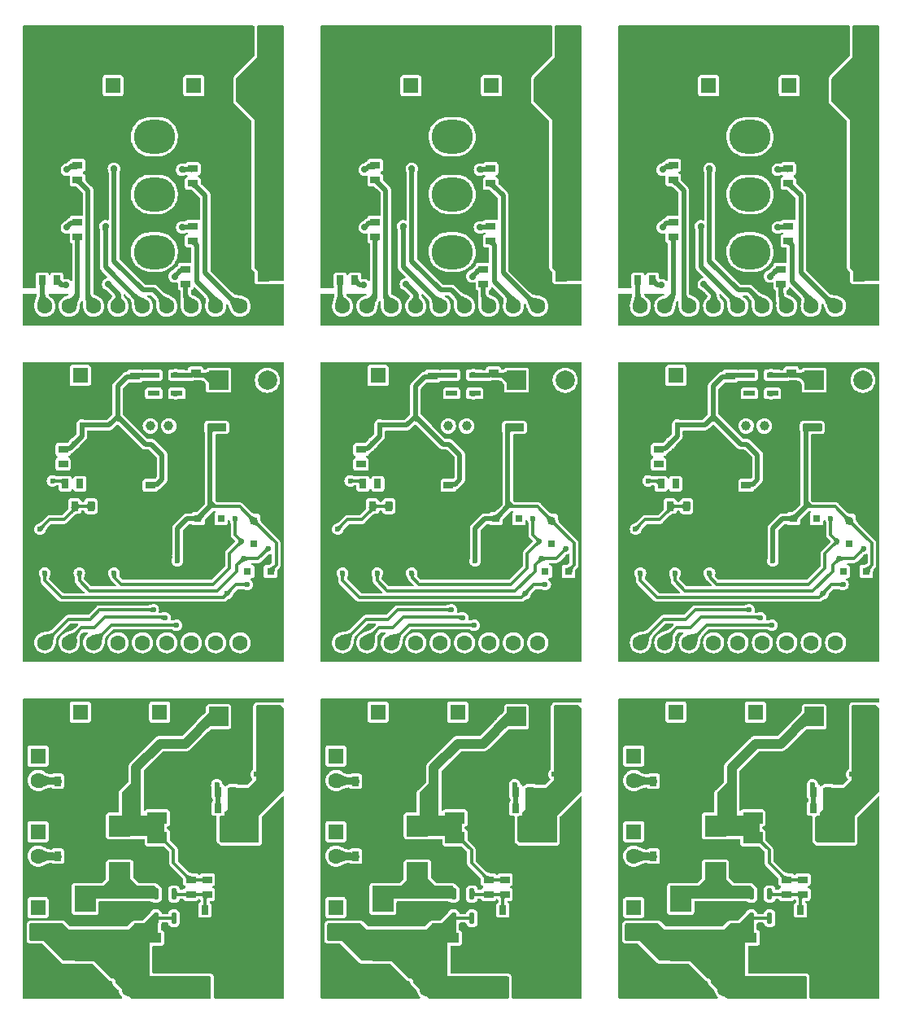
<source format=gbr>
%TF.GenerationSoftware,KiCad,Pcbnew,6.0.4-6f826c9f35~116~ubuntu20.04.1*%
%TF.CreationDate,2022-04-24T16:07:36+02:00*%
%TF.ProjectId,crawl_esc_pan,63726177-6c5f-4657-9363-5f70616e2e6b,rev?*%
%TF.SameCoordinates,Original*%
%TF.FileFunction,Copper,L2,Bot*%
%TF.FilePolarity,Positive*%
%FSLAX46Y46*%
G04 Gerber Fmt 4.6, Leading zero omitted, Abs format (unit mm)*
G04 Created by KiCad (PCBNEW 6.0.4-6f826c9f35~116~ubuntu20.04.1) date 2022-04-24 16:07:36*
%MOMM*%
%LPD*%
G01*
G04 APERTURE LIST*
G04 Aperture macros list*
%AMRoundRect*
0 Rectangle with rounded corners*
0 $1 Rounding radius*
0 $2 $3 $4 $5 $6 $7 $8 $9 X,Y pos of 4 corners*
0 Add a 4 corners polygon primitive as box body*
4,1,4,$2,$3,$4,$5,$6,$7,$8,$9,$2,$3,0*
0 Add four circle primitives for the rounded corners*
1,1,$1+$1,$2,$3*
1,1,$1+$1,$4,$5*
1,1,$1+$1,$6,$7*
1,1,$1+$1,$8,$9*
0 Add four rect primitives between the rounded corners*
20,1,$1+$1,$2,$3,$4,$5,0*
20,1,$1+$1,$4,$5,$6,$7,0*
20,1,$1+$1,$6,$7,$8,$9,0*
20,1,$1+$1,$8,$9,$2,$3,0*%
G04 Aperture macros list end*
%TA.AperFunction,ComponentPad*%
%ADD10C,2.000000*%
%TD*%
%TA.AperFunction,ComponentPad*%
%ADD11R,2.000000X2.000000*%
%TD*%
%TA.AperFunction,SMDPad,CuDef*%
%ADD12R,2.260000X2.160000*%
%TD*%
%TA.AperFunction,SMDPad,CuDef*%
%ADD13R,1.016000X0.762000*%
%TD*%
%TA.AperFunction,SMDPad,CuDef*%
%ADD14R,0.762000X1.016000*%
%TD*%
%TA.AperFunction,SMDPad,CuDef*%
%ADD15R,1.193800X2.006600*%
%TD*%
%TA.AperFunction,SMDPad,CuDef*%
%ADD16RoundRect,0.147500X-0.147500X0.457500X-0.147500X-0.457500X0.147500X-0.457500X0.147500X0.457500X0*%
%TD*%
%TA.AperFunction,SMDPad,CuDef*%
%ADD17R,2.200000X2.700000*%
%TD*%
%TA.AperFunction,SMDPad,CuDef*%
%ADD18R,2.006600X1.193800*%
%TD*%
%TA.AperFunction,ComponentPad*%
%ADD19C,1.600200*%
%TD*%
%TA.AperFunction,ComponentPad*%
%ADD20R,1.600200X1.600200*%
%TD*%
%TA.AperFunction,SMDPad,CuDef*%
%ADD21C,1.000000*%
%TD*%
%TA.AperFunction,SMDPad,CuDef*%
%ADD22R,0.800000X0.800000*%
%TD*%
%TA.AperFunction,SMDPad,CuDef*%
%ADD23R,1.200000X0.600000*%
%TD*%
%TA.AperFunction,ComponentPad*%
%ADD24O,4.300000X3.500000*%
%TD*%
%TA.AperFunction,ViaPad*%
%ADD25C,0.600000*%
%TD*%
%TA.AperFunction,ViaPad*%
%ADD26C,3.500000*%
%TD*%
%TA.AperFunction,ViaPad*%
%ADD27C,2.500000*%
%TD*%
%TA.AperFunction,ViaPad*%
%ADD28C,0.700000*%
%TD*%
%TA.AperFunction,Conductor*%
%ADD29C,0.250000*%
%TD*%
%TA.AperFunction,Conductor*%
%ADD30C,0.500000*%
%TD*%
%TA.AperFunction,Conductor*%
%ADD31C,0.300000*%
%TD*%
%TA.AperFunction,Conductor*%
%ADD32C,0.750000*%
%TD*%
%TA.AperFunction,Conductor*%
%ADD33C,1.000000*%
%TD*%
G04 APERTURE END LIST*
D10*
%TO.P,ST25,3,3*%
%TO.N,VCC*%
X195865544Y-115299779D03*
%TO.P,ST25,2,2*%
%TO.N,GND*%
X193325544Y-115299779D03*
D11*
%TO.P,ST25,1,1*%
%TO.N,+10V*%
X190785544Y-115299779D03*
%TD*%
D12*
%TO.P,D13,K,K*%
%TO.N,+10V*%
X180499542Y-126649779D03*
%TO.P,D13,A,A*%
%TO.N,Net-(D2-PadA)*%
X180499542Y-131549780D03*
%TD*%
D13*
%TO.P,R65,2,2*%
%TO.N,+10V*%
X187899542Y-132237779D03*
%TO.P,R65,1,1*%
%TO.N,Net-(C15-Pad1)*%
X187899542Y-133761779D03*
%TD*%
D14*
%TO.P,R66,2,2*%
%TO.N,GND*%
X187837544Y-135399782D03*
%TO.P,R66,1,1*%
%TO.N,Net-(C15-Pad1)*%
X189361544Y-135399782D03*
%TD*%
%TO.P,C110,2,2*%
%TO.N,GND*%
X185961542Y-138299781D03*
%TO.P,C110,1,1*%
%TO.N,+7.5V*%
X184437542Y-138299781D03*
%TD*%
D15*
%TO.P,C95,2,2*%
%TO.N,VCC*%
X191723542Y-127099777D03*
%TO.P,C95,1,1*%
%TO.N,GND*%
X188675542Y-127099777D03*
%TD*%
%TO.P,C97,2,2*%
%TO.N,VCC*%
X193775542Y-127099777D03*
%TO.P,C97,1,1*%
%TO.N,GND*%
X196823542Y-127099777D03*
%TD*%
D16*
%TO.P,IC15,5,VIN*%
%TO.N,+7.5V*%
X184249542Y-136254779D03*
%TO.P,IC15,4,#SHDN*%
X186149544Y-136254779D03*
%TO.P,IC15,3,FB*%
%TO.N,Net-(C15-Pad1)*%
X186149544Y-133744782D03*
%TO.P,IC15,2,GND*%
%TO.N,GND*%
X185199542Y-133744782D03*
%TO.P,IC15,1,SW*%
%TO.N,Net-(D2-PadA)*%
X184249542Y-133744782D03*
%TD*%
D17*
%TO.P,L8,2,2*%
%TO.N,Net-(D2-PadA)*%
X176899544Y-134249779D03*
%TO.P,L8,1,1*%
%TO.N,+7.5V*%
X176899544Y-139349779D03*
%TD*%
D18*
%TO.P,C111,2,2*%
%TO.N,+10V*%
X184399545Y-127875781D03*
%TO.P,C111,1,1*%
%TO.N,GND*%
X184399545Y-130923781D03*
%TD*%
D13*
%TO.P,C107,2,2*%
%TO.N,+10V*%
X189599542Y-132237779D03*
%TO.P,C107,1,1*%
%TO.N,Net-(C15-Pad1)*%
X189599542Y-133761779D03*
%TD*%
D15*
%TO.P,C102,2,2*%
%TO.N,+7.5V*%
X181675542Y-140799779D03*
%TO.P,C102,1,1*%
%TO.N,GND*%
X184723542Y-140799779D03*
%TD*%
D14*
%TO.P,C113,2,2*%
%TO.N,+6V*%
X174037544Y-121999779D03*
%TO.P,C113,1,1*%
%TO.N,GND*%
X175561544Y-121999779D03*
%TD*%
%TO.P,R61,2,2*%
%TO.N,VCC*%
X192261542Y-124799777D03*
%TO.P,R61,1,1*%
%TO.N,Net-(C2-Pad2)*%
X190737542Y-124799777D03*
%TD*%
%TO.P,C94,2,2*%
%TO.N,Net-(C2-Pad2)*%
X190737542Y-123099777D03*
%TO.P,C94,1,1*%
%TO.N,VCC*%
X192261542Y-123099777D03*
%TD*%
D18*
%TO.P,C112,2,2*%
%TO.N,+10V*%
X184399542Y-125823779D03*
%TO.P,C112,1,1*%
%TO.N,GND*%
X184399542Y-122775779D03*
%TD*%
D19*
%TO.P,ST29,3,3*%
%TO.N,GND*%
X171999544Y-140239777D03*
%TO.P,ST29,2,2*%
%TO.N,+7.5V*%
X171999544Y-137699777D03*
D20*
%TO.P,ST29,1,1*%
%TO.N,/PWM_SERVO*%
X171999544Y-135159777D03*
%TD*%
D19*
%TO.P,ST30,2,2*%
%TO.N,GND*%
X182129544Y-114799777D03*
D20*
%TO.P,ST30,1,1*%
%TO.N,/SHD*%
X184669544Y-114799777D03*
%TD*%
D14*
%TO.P,C114,2,2*%
%TO.N,+6V*%
X174037544Y-129799777D03*
%TO.P,C114,1,1*%
%TO.N,GND*%
X175561544Y-129799777D03*
%TD*%
D18*
%TO.P,C101,2,2*%
%TO.N,+7.5V*%
X181999544Y-138223782D03*
%TO.P,C101,1,1*%
%TO.N,GND*%
X181999544Y-135175782D03*
%TD*%
D19*
%TO.P,ST27,3,3*%
%TO.N,GND*%
X171999544Y-124479779D03*
%TO.P,ST27,2,2*%
%TO.N,+6V*%
X171999544Y-121939779D03*
D20*
%TO.P,ST27,1,1*%
%TO.N,/PWM_ESC*%
X171999544Y-119399779D03*
%TD*%
D19*
%TO.P,ST26,2,2*%
%TO.N,GND*%
X178935542Y-114804779D03*
D20*
%TO.P,ST26,1,1*%
%TO.N,/PWM_ESC*%
X176395542Y-114804779D03*
%TD*%
D19*
%TO.P,ST31,2,2*%
%TO.N,+7.5V*%
X181470000Y-143600000D03*
D20*
%TO.P,ST31,1,1*%
%TO.N,GND*%
X178930000Y-143600000D03*
%TD*%
D19*
%TO.P,ST28,3,3*%
%TO.N,GND*%
X171999544Y-132339777D03*
%TO.P,ST28,2,2*%
%TO.N,+6V*%
X171999544Y-129799777D03*
D20*
%TO.P,ST28,1,1*%
%TO.N,/PWM_SERVO*%
X171999544Y-127259777D03*
%TD*%
D10*
%TO.P,ST18,3,3*%
%TO.N,VCC*%
X164865544Y-115299779D03*
%TO.P,ST18,2,2*%
%TO.N,GND*%
X162325544Y-115299779D03*
D11*
%TO.P,ST18,1,1*%
%TO.N,+10V*%
X159785544Y-115299779D03*
%TD*%
D12*
%TO.P,D11,K,K*%
%TO.N,+10V*%
X149499542Y-126649779D03*
%TO.P,D11,A,A*%
%TO.N,Net-(D2-PadA)*%
X149499542Y-131549780D03*
%TD*%
D13*
%TO.P,R59,2,2*%
%TO.N,+10V*%
X156899542Y-132237779D03*
%TO.P,R59,1,1*%
%TO.N,Net-(C15-Pad1)*%
X156899542Y-133761779D03*
%TD*%
D14*
%TO.P,R60,2,2*%
%TO.N,GND*%
X156837544Y-135399782D03*
%TO.P,R60,1,1*%
%TO.N,Net-(C15-Pad1)*%
X158361544Y-135399782D03*
%TD*%
%TO.P,C88,2,2*%
%TO.N,GND*%
X154961542Y-138299781D03*
%TO.P,C88,1,1*%
%TO.N,+7.5V*%
X153437542Y-138299781D03*
%TD*%
D15*
%TO.P,C73,2,2*%
%TO.N,VCC*%
X160723542Y-127099777D03*
%TO.P,C73,1,1*%
%TO.N,GND*%
X157675542Y-127099777D03*
%TD*%
%TO.P,C75,2,2*%
%TO.N,VCC*%
X162775542Y-127099777D03*
%TO.P,C75,1,1*%
%TO.N,GND*%
X165823542Y-127099777D03*
%TD*%
D16*
%TO.P,IC12,5,VIN*%
%TO.N,+7.5V*%
X153249542Y-136254779D03*
%TO.P,IC12,4,#SHDN*%
X155149544Y-136254779D03*
%TO.P,IC12,3,FB*%
%TO.N,Net-(C15-Pad1)*%
X155149544Y-133744782D03*
%TO.P,IC12,2,GND*%
%TO.N,GND*%
X154199542Y-133744782D03*
%TO.P,IC12,1,SW*%
%TO.N,Net-(D2-PadA)*%
X153249542Y-133744782D03*
%TD*%
D17*
%TO.P,L6,2,2*%
%TO.N,Net-(D2-PadA)*%
X145899544Y-134249779D03*
%TO.P,L6,1,1*%
%TO.N,+7.5V*%
X145899544Y-139349779D03*
%TD*%
D18*
%TO.P,C89,2,2*%
%TO.N,+10V*%
X153399545Y-127875781D03*
%TO.P,C89,1,1*%
%TO.N,GND*%
X153399545Y-130923781D03*
%TD*%
D13*
%TO.P,C85,2,2*%
%TO.N,+10V*%
X158599542Y-132237779D03*
%TO.P,C85,1,1*%
%TO.N,Net-(C15-Pad1)*%
X158599542Y-133761779D03*
%TD*%
D15*
%TO.P,C80,2,2*%
%TO.N,+7.5V*%
X150675542Y-140799779D03*
%TO.P,C80,1,1*%
%TO.N,GND*%
X153723542Y-140799779D03*
%TD*%
D14*
%TO.P,C91,2,2*%
%TO.N,+6V*%
X143037544Y-121999779D03*
%TO.P,C91,1,1*%
%TO.N,GND*%
X144561544Y-121999779D03*
%TD*%
%TO.P,R55,2,2*%
%TO.N,VCC*%
X161261542Y-124799777D03*
%TO.P,R55,1,1*%
%TO.N,Net-(C2-Pad2)*%
X159737542Y-124799777D03*
%TD*%
%TO.P,C72,2,2*%
%TO.N,Net-(C2-Pad2)*%
X159737542Y-123099777D03*
%TO.P,C72,1,1*%
%TO.N,VCC*%
X161261542Y-123099777D03*
%TD*%
D18*
%TO.P,C90,2,2*%
%TO.N,+10V*%
X153399542Y-125823779D03*
%TO.P,C90,1,1*%
%TO.N,GND*%
X153399542Y-122775779D03*
%TD*%
D19*
%TO.P,ST22,3,3*%
%TO.N,GND*%
X140999544Y-140239777D03*
%TO.P,ST22,2,2*%
%TO.N,+7.5V*%
X140999544Y-137699777D03*
D20*
%TO.P,ST22,1,1*%
%TO.N,/PWM_SERVO*%
X140999544Y-135159777D03*
%TD*%
D19*
%TO.P,ST23,2,2*%
%TO.N,GND*%
X151129544Y-114799777D03*
D20*
%TO.P,ST23,1,1*%
%TO.N,/SHD*%
X153669544Y-114799777D03*
%TD*%
D14*
%TO.P,C92,2,2*%
%TO.N,+6V*%
X143037544Y-129799777D03*
%TO.P,C92,1,1*%
%TO.N,GND*%
X144561544Y-129799777D03*
%TD*%
D18*
%TO.P,C79,2,2*%
%TO.N,+7.5V*%
X150999544Y-138223782D03*
%TO.P,C79,1,1*%
%TO.N,GND*%
X150999544Y-135175782D03*
%TD*%
D19*
%TO.P,ST20,3,3*%
%TO.N,GND*%
X140999544Y-124479779D03*
%TO.P,ST20,2,2*%
%TO.N,+6V*%
X140999544Y-121939779D03*
D20*
%TO.P,ST20,1,1*%
%TO.N,/PWM_ESC*%
X140999544Y-119399779D03*
%TD*%
D19*
%TO.P,ST19,2,2*%
%TO.N,GND*%
X147935542Y-114804779D03*
D20*
%TO.P,ST19,1,1*%
%TO.N,/PWM_ESC*%
X145395542Y-114804779D03*
%TD*%
D19*
%TO.P,ST24,2,2*%
%TO.N,+7.5V*%
X150470000Y-143600000D03*
D20*
%TO.P,ST24,1,1*%
%TO.N,GND*%
X147930000Y-143600000D03*
%TD*%
D19*
%TO.P,ST21,3,3*%
%TO.N,GND*%
X140999544Y-132339777D03*
%TO.P,ST21,2,2*%
%TO.N,+6V*%
X140999544Y-129799777D03*
D20*
%TO.P,ST21,1,1*%
%TO.N,/PWM_SERVO*%
X140999544Y-127259777D03*
%TD*%
D21*
%TO.P,TP20,1,1*%
%TO.N,/SWCLK*%
X183695416Y-85060072D03*
%TD*%
D20*
%TO.P,ST16,1,1*%
%TO.N,GND*%
X195560000Y-107599998D03*
D19*
%TO.P,ST16,2,2*%
%TO.N,/GHIA*%
X193020000Y-107599998D03*
%TO.P,ST16,3,3*%
%TO.N,/GHIB*%
X190480000Y-107599998D03*
%TO.P,ST16,4,4*%
%TO.N,/GHIC*%
X187940000Y-107599998D03*
%TO.P,ST16,5,5*%
%TO.N,/MA*%
X185400000Y-107599998D03*
%TO.P,ST16,6,6*%
%TO.N,/MB*%
X182860000Y-107599998D03*
%TO.P,ST16,7,7*%
%TO.N,/MC*%
X180320000Y-107599998D03*
%TO.P,ST16,8,8*%
%TO.N,/GLOA*%
X177780000Y-107599998D03*
%TO.P,ST16,9,9*%
%TO.N,/GLOB*%
X175240000Y-107599998D03*
%TO.P,ST16,10,10*%
%TO.N,/GLOC*%
X172700000Y-107599998D03*
%TD*%
D21*
%TO.P,TP21,1,1*%
%TO.N,GND*%
X187495416Y-85060072D03*
%TD*%
D22*
%TO.P,D7,A,A*%
%TO.N,+10V*%
X196200000Y-100199998D03*
%TO.P,D7,K,K*%
%TO.N,Net-(C14-Pad2)*%
X193800000Y-100199998D03*
%TD*%
D13*
%TO.P,C67,1,1*%
%TO.N,GND*%
X188400000Y-81062000D03*
%TO.P,C67,2,2*%
%TO.N,+10V*%
X188400000Y-79538000D03*
%TD*%
D14*
%TO.P,R54,1,1*%
%TO.N,Net-(R14-Pad1)*%
X174833417Y-91060073D03*
%TO.P,R54,2,2*%
%TO.N,/PWM*%
X176357417Y-91060073D03*
%TD*%
D13*
%TO.P,C58,1,1*%
%TO.N,GND*%
X183695416Y-89698074D03*
%TO.P,C58,2,2*%
%TO.N,+3V3*%
X183695416Y-91222074D03*
%TD*%
%TO.P,L4,1,1*%
%TO.N,+3V3*%
X174595416Y-87498073D03*
%TO.P,L4,2,2*%
%TO.N,+3.3VA*%
X174595416Y-89022073D03*
%TD*%
D23*
%TO.P,IC7,1,IN*%
%TO.N,+10V*%
X186445403Y-79770187D03*
%TO.P,IC7,2,GND*%
%TO.N,GND*%
X186445403Y-80720147D03*
%TO.P,IC7,3,EN*%
%TO.N,+10V*%
X186445403Y-81670107D03*
%TO.P,IC7,4,NC*%
%TO.N,unconnected-(IC1-Pad4)*%
X184045402Y-81670107D03*
%TO.P,IC7,5,OUT*%
%TO.N,+3V3*%
X184045402Y-79770187D03*
%TD*%
D13*
%TO.P,C60,1,1*%
%TO.N,GND*%
X182100000Y-81362000D03*
%TO.P,C60,2,2*%
%TO.N,+3V3*%
X182100000Y-79838000D03*
%TD*%
D22*
%TO.P,D8,A,A*%
%TO.N,+10V*%
X194438000Y-94899998D03*
%TO.P,D8,K,K*%
%TO.N,Net-(C15-Pad2)*%
X194438000Y-97299998D03*
%TD*%
%TO.P,D9,A,A*%
%TO.N,+10V*%
X188645416Y-94699998D03*
%TO.P,D9,K,K*%
%TO.N,Net-(C16-Pad2)*%
X191045416Y-94699998D03*
%TD*%
D14*
%TO.P,C65,1,1*%
%TO.N,GND*%
X179038417Y-93411757D03*
%TO.P,C65,2,2*%
%TO.N,/VBAT*%
X177514417Y-93411757D03*
%TD*%
%TO.P,R44,1,1*%
%TO.N,GND*%
X174266164Y-93399998D03*
%TO.P,R44,2,2*%
%TO.N,/VBAT*%
X175790164Y-93399998D03*
%TD*%
D20*
%TO.P,ST17,1,1*%
%TO.N,Net-(R14-Pad1)*%
X176395316Y-79804903D03*
D19*
%TO.P,ST17,2,2*%
%TO.N,GND*%
X178935316Y-79804903D03*
%TD*%
D21*
%TO.P,TP19,1,1*%
%TO.N,/SWDIO*%
X185595417Y-85060072D03*
%TD*%
D11*
%TO.P,ST15,1,1*%
%TO.N,+10V*%
X190785417Y-80300000D03*
D10*
%TO.P,ST15,2,2*%
%TO.N,GND*%
X193325417Y-80300000D03*
%TO.P,ST15,3,3*%
%TO.N,VCC*%
X195865417Y-80300000D03*
%TD*%
D21*
%TO.P,TP17,1,1*%
%TO.N,/SWCLK*%
X152695416Y-85060072D03*
%TD*%
D20*
%TO.P,ST13,1,1*%
%TO.N,GND*%
X164560000Y-107599998D03*
D19*
%TO.P,ST13,2,2*%
%TO.N,/GHIA*%
X162020000Y-107599998D03*
%TO.P,ST13,3,3*%
%TO.N,/GHIB*%
X159480000Y-107599998D03*
%TO.P,ST13,4,4*%
%TO.N,/GHIC*%
X156940000Y-107599998D03*
%TO.P,ST13,5,5*%
%TO.N,/MA*%
X154400000Y-107599998D03*
%TO.P,ST13,6,6*%
%TO.N,/MB*%
X151860000Y-107599998D03*
%TO.P,ST13,7,7*%
%TO.N,/MC*%
X149320000Y-107599998D03*
%TO.P,ST13,8,8*%
%TO.N,/GLOA*%
X146780000Y-107599998D03*
%TO.P,ST13,9,9*%
%TO.N,/GLOB*%
X144240000Y-107599998D03*
%TO.P,ST13,10,10*%
%TO.N,/GLOC*%
X141700000Y-107599998D03*
%TD*%
D21*
%TO.P,TP18,1,1*%
%TO.N,GND*%
X156495416Y-85060072D03*
%TD*%
D22*
%TO.P,D4,A,A*%
%TO.N,+10V*%
X165200000Y-100199998D03*
%TO.P,D4,K,K*%
%TO.N,Net-(C14-Pad2)*%
X162800000Y-100199998D03*
%TD*%
D13*
%TO.P,C51,1,1*%
%TO.N,GND*%
X157400000Y-81062000D03*
%TO.P,C51,2,2*%
%TO.N,+10V*%
X157400000Y-79538000D03*
%TD*%
D14*
%TO.P,R40,1,1*%
%TO.N,Net-(R14-Pad1)*%
X143833417Y-91060073D03*
%TO.P,R40,2,2*%
%TO.N,/PWM*%
X145357417Y-91060073D03*
%TD*%
D13*
%TO.P,C42,1,1*%
%TO.N,GND*%
X152695416Y-89698074D03*
%TO.P,C42,2,2*%
%TO.N,+3V3*%
X152695416Y-91222074D03*
%TD*%
%TO.P,L3,1,1*%
%TO.N,+3V3*%
X143595416Y-87498073D03*
%TO.P,L3,2,2*%
%TO.N,+3.3VA*%
X143595416Y-89022073D03*
%TD*%
D23*
%TO.P,IC4,1,IN*%
%TO.N,+10V*%
X155445403Y-79770187D03*
%TO.P,IC4,2,GND*%
%TO.N,GND*%
X155445403Y-80720147D03*
%TO.P,IC4,3,EN*%
%TO.N,+10V*%
X155445403Y-81670107D03*
%TO.P,IC4,4,NC*%
%TO.N,unconnected-(IC1-Pad4)*%
X153045402Y-81670107D03*
%TO.P,IC4,5,OUT*%
%TO.N,+3V3*%
X153045402Y-79770187D03*
%TD*%
D13*
%TO.P,C44,1,1*%
%TO.N,GND*%
X151100000Y-81362000D03*
%TO.P,C44,2,2*%
%TO.N,+3V3*%
X151100000Y-79838000D03*
%TD*%
D22*
%TO.P,D5,A,A*%
%TO.N,+10V*%
X163438000Y-94899998D03*
%TO.P,D5,K,K*%
%TO.N,Net-(C15-Pad2)*%
X163438000Y-97299998D03*
%TD*%
%TO.P,D6,A,A*%
%TO.N,+10V*%
X157645416Y-94699998D03*
%TO.P,D6,K,K*%
%TO.N,Net-(C16-Pad2)*%
X160045416Y-94699998D03*
%TD*%
D14*
%TO.P,C49,1,1*%
%TO.N,GND*%
X148038417Y-93411757D03*
%TO.P,C49,2,2*%
%TO.N,/VBAT*%
X146514417Y-93411757D03*
%TD*%
%TO.P,R30,1,1*%
%TO.N,GND*%
X143266164Y-93399998D03*
%TO.P,R30,2,2*%
%TO.N,/VBAT*%
X144790164Y-93399998D03*
%TD*%
D20*
%TO.P,ST14,1,1*%
%TO.N,Net-(R14-Pad1)*%
X145395316Y-79804903D03*
D19*
%TO.P,ST14,2,2*%
%TO.N,GND*%
X147935316Y-79804903D03*
%TD*%
D21*
%TO.P,TP16,1,1*%
%TO.N,/SWDIO*%
X154595417Y-85060072D03*
%TD*%
D11*
%TO.P,ST12,1,1*%
%TO.N,+10V*%
X159785417Y-80300000D03*
D10*
%TO.P,ST12,2,2*%
%TO.N,GND*%
X162325417Y-80300000D03*
%TO.P,ST12,3,3*%
%TO.N,VCC*%
X164865417Y-80300000D03*
%TD*%
D20*
%TO.P,ST11,1,1*%
%TO.N,GND*%
X195560000Y-72599998D03*
D19*
%TO.P,ST11,2,2*%
%TO.N,/GHIA*%
X193020000Y-72599998D03*
%TO.P,ST11,3,3*%
%TO.N,/GHIB*%
X190480000Y-72599998D03*
%TO.P,ST11,4,4*%
%TO.N,/GHIC*%
X187940000Y-72599998D03*
%TO.P,ST11,5,5*%
%TO.N,/MA*%
X185400000Y-72599998D03*
%TO.P,ST11,6,6*%
%TO.N,/MB*%
X182860000Y-72599998D03*
%TO.P,ST11,7,7*%
%TO.N,/MC*%
X180320000Y-72599998D03*
%TO.P,ST11,8,8*%
%TO.N,/GLOA*%
X177780000Y-72599998D03*
%TO.P,ST11,9,9*%
%TO.N,/GLOB*%
X175240000Y-72599998D03*
%TO.P,ST11,10,10*%
%TO.N,/GLOC*%
X172700000Y-72599998D03*
%TD*%
D24*
%TO.P,TP13,1,1*%
%TO.N,/MC*%
X184100000Y-66964998D03*
%TD*%
D13*
%TO.P,R21,1,1*%
%TO.N,/GHIC*%
X187350000Y-70266998D03*
%TO.P,R21,2,2*%
%TO.N,Net-(Q1-Pad4)*%
X187350000Y-68742998D03*
%TD*%
D15*
%TO.P,C36,1,1*%
%TO.N,GND*%
X192375998Y-66199998D03*
%TO.P,C36,2,2*%
%TO.N,VCC*%
X195423998Y-66199998D03*
%TD*%
D24*
%TO.P,TP12,1,1*%
%TO.N,GND*%
X173500000Y-49799998D03*
%TD*%
D15*
%TO.P,C33,1,1*%
%TO.N,GND*%
X192390267Y-60174998D03*
%TO.P,C33,2,2*%
%TO.N,VCC*%
X195438267Y-60174998D03*
%TD*%
D24*
%TO.P,TP15,1,1*%
%TO.N,/MA*%
X184100000Y-54965000D03*
%TD*%
D15*
%TO.P,C37,1,1*%
%TO.N,GND*%
X192376003Y-57000002D03*
%TO.P,C37,2,2*%
%TO.N,VCC*%
X195424003Y-57000002D03*
%TD*%
D11*
%TO.P,ST10,1,1*%
%TO.N,GND*%
X193330000Y-45300000D03*
D10*
%TO.P,ST10,2,2*%
%TO.N,VCC*%
X195870000Y-45300000D03*
%TD*%
D13*
%TO.P,R25,1,1*%
%TO.N,/GLOB*%
X176100000Y-65362000D03*
%TO.P,R25,2,2*%
%TO.N,Net-(Q9-Pad4)*%
X176100000Y-63838000D03*
%TD*%
D20*
%TO.P,C31,1,1*%
%TO.N,VCC*%
X179800000Y-49649998D03*
D19*
%TO.P,C31,2,2*%
%TO.N,GND*%
X179800000Y-46150001D03*
%TD*%
D14*
%TO.P,R24,1,1*%
%TO.N,/GLOC*%
X172438000Y-69899998D03*
%TO.P,R24,2,2*%
%TO.N,Net-(Q7-Pad4)*%
X173962000Y-69899998D03*
%TD*%
D15*
%TO.P,C34,1,1*%
%TO.N,GND*%
X192390267Y-62974994D03*
%TO.P,C34,2,2*%
%TO.N,VCC*%
X195438267Y-62974994D03*
%TD*%
D24*
%TO.P,TP14,1,1*%
%TO.N,/MB*%
X184100000Y-60964998D03*
%TD*%
D15*
%TO.P,C35,1,1*%
%TO.N,GND*%
X192375998Y-68999996D03*
%TO.P,C35,2,2*%
%TO.N,VCC*%
X195423998Y-68999996D03*
%TD*%
D20*
%TO.P,C32,1,1*%
%TO.N,VCC*%
X188200000Y-49649998D03*
D19*
%TO.P,C32,2,2*%
%TO.N,GND*%
X188200000Y-46150001D03*
%TD*%
D24*
%TO.P,TP11,1,1*%
%TO.N,VCC*%
X194900000Y-50300000D03*
%TD*%
D15*
%TO.P,C38,1,1*%
%TO.N,GND*%
X192376003Y-54200000D03*
%TO.P,C38,2,2*%
%TO.N,VCC*%
X195424003Y-54200000D03*
%TD*%
D13*
%TO.P,R26,1,1*%
%TO.N,/GLOA*%
X176100000Y-59461998D03*
%TO.P,R26,2,2*%
%TO.N,Net-(Q11-Pad4)*%
X176100000Y-57937998D03*
%TD*%
%TO.P,R22,1,1*%
%TO.N,/GHIB*%
X188100002Y-65811998D03*
%TO.P,R22,2,2*%
%TO.N,Net-(Q3-Pad4)*%
X188100002Y-64287998D03*
%TD*%
%TO.P,R23,1,1*%
%TO.N,/GHIA*%
X188100002Y-59811998D03*
%TO.P,R23,2,2*%
%TO.N,Net-(Q5-Pad4)*%
X188100002Y-58287998D03*
%TD*%
D20*
%TO.P,ST9,1,1*%
%TO.N,GND*%
X164560000Y-72599998D03*
D19*
%TO.P,ST9,2,2*%
%TO.N,/GHIA*%
X162020000Y-72599998D03*
%TO.P,ST9,3,3*%
%TO.N,/GHIB*%
X159480000Y-72599998D03*
%TO.P,ST9,4,4*%
%TO.N,/GHIC*%
X156940000Y-72599998D03*
%TO.P,ST9,5,5*%
%TO.N,/MA*%
X154400000Y-72599998D03*
%TO.P,ST9,6,6*%
%TO.N,/MB*%
X151860000Y-72599998D03*
%TO.P,ST9,7,7*%
%TO.N,/MC*%
X149320000Y-72599998D03*
%TO.P,ST9,8,8*%
%TO.N,/GLOA*%
X146780000Y-72599998D03*
%TO.P,ST9,9,9*%
%TO.N,/GLOB*%
X144240000Y-72599998D03*
%TO.P,ST9,10,10*%
%TO.N,/GLOC*%
X141700000Y-72599998D03*
%TD*%
D24*
%TO.P,TP8,1,1*%
%TO.N,/MC*%
X153100000Y-66964998D03*
%TD*%
D13*
%TO.P,R15,1,1*%
%TO.N,/GHIC*%
X156350000Y-70266998D03*
%TO.P,R15,2,2*%
%TO.N,Net-(Q1-Pad4)*%
X156350000Y-68742998D03*
%TD*%
D15*
%TO.P,C28,1,1*%
%TO.N,GND*%
X161375998Y-66199998D03*
%TO.P,C28,2,2*%
%TO.N,VCC*%
X164423998Y-66199998D03*
%TD*%
D24*
%TO.P,TP7,1,1*%
%TO.N,GND*%
X142500000Y-49799998D03*
%TD*%
D15*
%TO.P,C25,1,1*%
%TO.N,GND*%
X161390267Y-60174998D03*
%TO.P,C25,2,2*%
%TO.N,VCC*%
X164438267Y-60174998D03*
%TD*%
D24*
%TO.P,TP10,1,1*%
%TO.N,/MA*%
X153100000Y-54965000D03*
%TD*%
D15*
%TO.P,C29,1,1*%
%TO.N,GND*%
X161376003Y-57000002D03*
%TO.P,C29,2,2*%
%TO.N,VCC*%
X164424003Y-57000002D03*
%TD*%
D11*
%TO.P,ST8,1,1*%
%TO.N,GND*%
X162330000Y-45300000D03*
D10*
%TO.P,ST8,2,2*%
%TO.N,VCC*%
X164870000Y-45300000D03*
%TD*%
D13*
%TO.P,R19,1,1*%
%TO.N,/GLOB*%
X145100000Y-65362000D03*
%TO.P,R19,2,2*%
%TO.N,Net-(Q9-Pad4)*%
X145100000Y-63838000D03*
%TD*%
D20*
%TO.P,C23,1,1*%
%TO.N,VCC*%
X148800000Y-49649998D03*
D19*
%TO.P,C23,2,2*%
%TO.N,GND*%
X148800000Y-46150001D03*
%TD*%
D14*
%TO.P,R18,1,1*%
%TO.N,/GLOC*%
X141438000Y-69899998D03*
%TO.P,R18,2,2*%
%TO.N,Net-(Q7-Pad4)*%
X142962000Y-69899998D03*
%TD*%
D15*
%TO.P,C26,1,1*%
%TO.N,GND*%
X161390267Y-62974994D03*
%TO.P,C26,2,2*%
%TO.N,VCC*%
X164438267Y-62974994D03*
%TD*%
D24*
%TO.P,TP9,1,1*%
%TO.N,/MB*%
X153100000Y-60964998D03*
%TD*%
D15*
%TO.P,C27,1,1*%
%TO.N,GND*%
X161375998Y-68999996D03*
%TO.P,C27,2,2*%
%TO.N,VCC*%
X164423998Y-68999996D03*
%TD*%
D20*
%TO.P,C24,1,1*%
%TO.N,VCC*%
X157200000Y-49649998D03*
D19*
%TO.P,C24,2,2*%
%TO.N,GND*%
X157200000Y-46150001D03*
%TD*%
D24*
%TO.P,TP6,1,1*%
%TO.N,VCC*%
X163900000Y-50300000D03*
%TD*%
D15*
%TO.P,C30,1,1*%
%TO.N,GND*%
X161376003Y-54200000D03*
%TO.P,C30,2,2*%
%TO.N,VCC*%
X164424003Y-54200000D03*
%TD*%
D13*
%TO.P,R20,1,1*%
%TO.N,/GLOA*%
X145100000Y-59461998D03*
%TO.P,R20,2,2*%
%TO.N,Net-(Q11-Pad4)*%
X145100000Y-57937998D03*
%TD*%
%TO.P,R16,1,1*%
%TO.N,/GHIB*%
X157100002Y-65811998D03*
%TO.P,R16,2,2*%
%TO.N,Net-(Q3-Pad4)*%
X157100002Y-64287998D03*
%TD*%
%TO.P,R17,1,1*%
%TO.N,/GHIA*%
X157100002Y-59811998D03*
%TO.P,R17,2,2*%
%TO.N,Net-(Q5-Pad4)*%
X157100002Y-58287998D03*
%TD*%
D20*
%TO.P,C1,1,1*%
%TO.N,VCC*%
X117800000Y-49649998D03*
D19*
%TO.P,C1,2,2*%
%TO.N,GND*%
X117800000Y-46150001D03*
%TD*%
D24*
%TO.P,TP3,1,1*%
%TO.N,/MC*%
X122100000Y-66964998D03*
%TD*%
%TO.P,TP5,1,1*%
%TO.N,/MA*%
X122100000Y-54965000D03*
%TD*%
D20*
%TO.P,C2,1,1*%
%TO.N,VCC*%
X126200000Y-49649998D03*
D19*
%TO.P,C2,2,2*%
%TO.N,GND*%
X126200000Y-46150001D03*
%TD*%
D24*
%TO.P,TP4,1,1*%
%TO.N,/MB*%
X122100000Y-60964998D03*
%TD*%
%TO.P,TP1,1,1*%
%TO.N,VCC*%
X132900000Y-50300000D03*
%TD*%
%TO.P,TP2,1,1*%
%TO.N,GND*%
X111500000Y-49799998D03*
%TD*%
D15*
%TO.P,C3,1,1*%
%TO.N,GND*%
X130390267Y-60174998D03*
%TO.P,C3,2,2*%
%TO.N,VCC*%
X133438267Y-60174998D03*
%TD*%
%TO.P,C7,1,1*%
%TO.N,GND*%
X130376003Y-57000002D03*
%TO.P,C7,2,2*%
%TO.N,VCC*%
X133424003Y-57000002D03*
%TD*%
D13*
%TO.P,R5,1,1*%
%TO.N,/GLOB*%
X114100000Y-65362000D03*
%TO.P,R5,2,2*%
%TO.N,Net-(Q9-Pad4)*%
X114100000Y-63838000D03*
%TD*%
D15*
%TO.P,C8,1,1*%
%TO.N,GND*%
X130376003Y-54200000D03*
%TO.P,C8,2,2*%
%TO.N,VCC*%
X133424003Y-54200000D03*
%TD*%
%TO.P,C5,1,1*%
%TO.N,GND*%
X130375998Y-68999996D03*
%TO.P,C5,2,2*%
%TO.N,VCC*%
X133423998Y-68999996D03*
%TD*%
D13*
%TO.P,R1,1,1*%
%TO.N,/GHIC*%
X125350000Y-70266998D03*
%TO.P,R1,2,2*%
%TO.N,Net-(Q1-Pad4)*%
X125350000Y-68742998D03*
%TD*%
D11*
%TO.P,ST1,1,1*%
%TO.N,GND*%
X131330000Y-45300000D03*
D10*
%TO.P,ST1,2,2*%
%TO.N,VCC*%
X133870000Y-45300000D03*
%TD*%
D13*
%TO.P,R3,1,1*%
%TO.N,/GHIA*%
X126100002Y-59811998D03*
%TO.P,R3,2,2*%
%TO.N,Net-(Q5-Pad4)*%
X126100002Y-58287998D03*
%TD*%
%TO.P,R2,1,1*%
%TO.N,/GHIB*%
X126100002Y-65811998D03*
%TO.P,R2,2,2*%
%TO.N,Net-(Q3-Pad4)*%
X126100002Y-64287998D03*
%TD*%
D15*
%TO.P,C6,1,1*%
%TO.N,GND*%
X130375998Y-66199998D03*
%TO.P,C6,2,2*%
%TO.N,VCC*%
X133423998Y-66199998D03*
%TD*%
D13*
%TO.P,R6,1,1*%
%TO.N,/GLOA*%
X114100000Y-59461998D03*
%TO.P,R6,2,2*%
%TO.N,Net-(Q11-Pad4)*%
X114100000Y-57937998D03*
%TD*%
D20*
%TO.P,ST2,1,1*%
%TO.N,GND*%
X133560000Y-72599998D03*
D19*
%TO.P,ST2,2,2*%
%TO.N,/GHIA*%
X131020000Y-72599998D03*
%TO.P,ST2,3,3*%
%TO.N,/GHIB*%
X128480000Y-72599998D03*
%TO.P,ST2,4,4*%
%TO.N,/GHIC*%
X125940000Y-72599998D03*
%TO.P,ST2,5,5*%
%TO.N,/MA*%
X123400000Y-72599998D03*
%TO.P,ST2,6,6*%
%TO.N,/MB*%
X120860000Y-72599998D03*
%TO.P,ST2,7,7*%
%TO.N,/MC*%
X118320000Y-72599998D03*
%TO.P,ST2,8,8*%
%TO.N,/GLOA*%
X115780000Y-72599998D03*
%TO.P,ST2,9,9*%
%TO.N,/GLOB*%
X113240000Y-72599998D03*
%TO.P,ST2,10,10*%
%TO.N,/GLOC*%
X110700000Y-72599998D03*
%TD*%
D14*
%TO.P,R4,1,1*%
%TO.N,/GLOC*%
X110438000Y-69899998D03*
%TO.P,R4,2,2*%
%TO.N,Net-(Q7-Pad4)*%
X111962000Y-69899998D03*
%TD*%
D15*
%TO.P,C4,1,1*%
%TO.N,GND*%
X130390267Y-62974994D03*
%TO.P,C4,2,2*%
%TO.N,VCC*%
X133438267Y-62974994D03*
%TD*%
D20*
%TO.P,ST2,1,1*%
%TO.N,GND*%
X133560000Y-107599998D03*
D19*
%TO.P,ST2,2,2*%
%TO.N,/GHIA*%
X131020000Y-107599998D03*
%TO.P,ST2,3,3*%
%TO.N,/GHIB*%
X128480000Y-107599998D03*
%TO.P,ST2,4,4*%
%TO.N,/GHIC*%
X125940000Y-107599998D03*
%TO.P,ST2,5,5*%
%TO.N,/MA*%
X123400000Y-107599998D03*
%TO.P,ST2,6,6*%
%TO.N,/MB*%
X120860000Y-107599998D03*
%TO.P,ST2,7,7*%
%TO.N,/MC*%
X118320000Y-107599998D03*
%TO.P,ST2,8,8*%
%TO.N,/GLOA*%
X115780000Y-107599998D03*
%TO.P,ST2,9,9*%
%TO.N,/GLOB*%
X113240000Y-107599998D03*
%TO.P,ST2,10,10*%
%TO.N,/GLOC*%
X110700000Y-107599998D03*
%TD*%
D21*
%TO.P,TP1,1,1*%
%TO.N,/SWDIO*%
X123595417Y-85060072D03*
%TD*%
%TO.P,TP3,1,1*%
%TO.N,GND*%
X125495416Y-85060072D03*
%TD*%
%TO.P,TP2,1,1*%
%TO.N,/SWCLK*%
X121695416Y-85060072D03*
%TD*%
D11*
%TO.P,ST1,1,1*%
%TO.N,+10V*%
X128785417Y-80300000D03*
D10*
%TO.P,ST1,2,2*%
%TO.N,GND*%
X131325417Y-80300000D03*
%TO.P,ST1,3,3*%
%TO.N,VCC*%
X133865417Y-80300000D03*
%TD*%
D20*
%TO.P,ST3,1,1*%
%TO.N,Net-(R14-Pad1)*%
X114395316Y-79804903D03*
D19*
%TO.P,ST3,2,2*%
%TO.N,GND*%
X116935316Y-79804903D03*
%TD*%
D14*
%TO.P,R4,1,1*%
%TO.N,GND*%
X112266164Y-93399998D03*
%TO.P,R4,2,2*%
%TO.N,/VBAT*%
X113790164Y-93399998D03*
%TD*%
%TO.P,C11,1,1*%
%TO.N,GND*%
X117038417Y-93411757D03*
%TO.P,C11,2,2*%
%TO.N,/VBAT*%
X115514417Y-93411757D03*
%TD*%
D22*
%TO.P,D3,A,A*%
%TO.N,+10V*%
X126645416Y-94699998D03*
%TO.P,D3,K,K*%
%TO.N,Net-(C16-Pad2)*%
X129045416Y-94699998D03*
%TD*%
%TO.P,D2,A,A*%
%TO.N,+10V*%
X132438000Y-94899998D03*
%TO.P,D2,K,K*%
%TO.N,Net-(C15-Pad2)*%
X132438000Y-97299998D03*
%TD*%
D13*
%TO.P,C6,1,1*%
%TO.N,GND*%
X120100000Y-81362000D03*
%TO.P,C6,2,2*%
%TO.N,+3V3*%
X120100000Y-79838000D03*
%TD*%
D23*
%TO.P,IC1,1,IN*%
%TO.N,+10V*%
X124445403Y-79770187D03*
%TO.P,IC1,2,GND*%
%TO.N,GND*%
X124445403Y-80720147D03*
%TO.P,IC1,3,EN*%
%TO.N,+10V*%
X124445403Y-81670107D03*
%TO.P,IC1,4,NC*%
%TO.N,unconnected-(IC1-Pad4)*%
X122045402Y-81670107D03*
%TO.P,IC1,5,OUT*%
%TO.N,+3V3*%
X122045402Y-79770187D03*
%TD*%
D13*
%TO.P,L1,1,1*%
%TO.N,+3V3*%
X112595416Y-87498073D03*
%TO.P,L1,2,2*%
%TO.N,+3.3VA*%
X112595416Y-89022073D03*
%TD*%
%TO.P,C4,1,1*%
%TO.N,GND*%
X121695416Y-89698074D03*
%TO.P,C4,2,2*%
%TO.N,+3V3*%
X121695416Y-91222074D03*
%TD*%
D14*
%TO.P,R14,1,1*%
%TO.N,Net-(R14-Pad1)*%
X112833417Y-91060073D03*
%TO.P,R14,2,2*%
%TO.N,/PWM*%
X114357417Y-91060073D03*
%TD*%
D13*
%TO.P,C13,1,1*%
%TO.N,GND*%
X126400000Y-81062000D03*
%TO.P,C13,2,2*%
%TO.N,+10V*%
X126400000Y-79538000D03*
%TD*%
D22*
%TO.P,D1,A,A*%
%TO.N,+10V*%
X134200000Y-100199998D03*
%TO.P,D1,K,K*%
%TO.N,Net-(C14-Pad2)*%
X131800000Y-100199998D03*
%TD*%
D10*
%TO.P,ST1,3,3*%
%TO.N,VCC*%
X133865544Y-115299779D03*
%TO.P,ST1,2,2*%
%TO.N,GND*%
X131325544Y-115299779D03*
D11*
%TO.P,ST1,1,1*%
%TO.N,+10V*%
X128785544Y-115299779D03*
%TD*%
D19*
%TO.P,ST6,2,2*%
%TO.N,GND*%
X120129544Y-114799777D03*
D20*
%TO.P,ST6,1,1*%
%TO.N,/SHD*%
X122669544Y-114799777D03*
%TD*%
D19*
%TO.P,ST4,3,3*%
%TO.N,GND*%
X109999544Y-132339777D03*
%TO.P,ST4,2,2*%
%TO.N,+6V*%
X109999544Y-129799777D03*
D20*
%TO.P,ST4,1,1*%
%TO.N,/PWM_SERVO*%
X109999544Y-127259777D03*
%TD*%
D19*
%TO.P,ST2,2,2*%
%TO.N,GND*%
X116935542Y-114804779D03*
D20*
%TO.P,ST2,1,1*%
%TO.N,/PWM_ESC*%
X114395542Y-114804779D03*
%TD*%
D19*
%TO.P,ST7,2,2*%
%TO.N,+7.5V*%
X119470000Y-143600000D03*
D20*
%TO.P,ST7,1,1*%
%TO.N,GND*%
X116930000Y-143600000D03*
%TD*%
D19*
%TO.P,ST3,3,3*%
%TO.N,GND*%
X109999544Y-124479779D03*
%TO.P,ST3,2,2*%
%TO.N,+6V*%
X109999544Y-121939779D03*
D20*
%TO.P,ST3,1,1*%
%TO.N,/PWM_ESC*%
X109999544Y-119399779D03*
%TD*%
D19*
%TO.P,ST5,3,3*%
%TO.N,GND*%
X109999544Y-140239777D03*
%TO.P,ST5,2,2*%
%TO.N,+7.5V*%
X109999544Y-137699777D03*
D20*
%TO.P,ST5,1,1*%
%TO.N,/PWM_SERVO*%
X109999544Y-135159777D03*
%TD*%
D18*
%TO.P,C9,2,2*%
%TO.N,+7.5V*%
X119999544Y-138223782D03*
%TO.P,C9,1,1*%
%TO.N,GND*%
X119999544Y-135175782D03*
%TD*%
%TO.P,C20,2,2*%
%TO.N,+10V*%
X122399542Y-125823779D03*
%TO.P,C20,1,1*%
%TO.N,GND*%
X122399542Y-122775779D03*
%TD*%
D14*
%TO.P,C2,2,2*%
%TO.N,Net-(C2-Pad2)*%
X128737542Y-123099777D03*
%TO.P,C2,1,1*%
%TO.N,VCC*%
X130261542Y-123099777D03*
%TD*%
%TO.P,R1,2,2*%
%TO.N,VCC*%
X130261542Y-124799777D03*
%TO.P,R1,1,1*%
%TO.N,Net-(C2-Pad2)*%
X128737542Y-124799777D03*
%TD*%
%TO.P,C21,2,2*%
%TO.N,+6V*%
X112037544Y-121999779D03*
%TO.P,C21,1,1*%
%TO.N,GND*%
X113561544Y-121999779D03*
%TD*%
D15*
%TO.P,C3,2,2*%
%TO.N,VCC*%
X129723542Y-127099777D03*
%TO.P,C3,1,1*%
%TO.N,GND*%
X126675542Y-127099777D03*
%TD*%
D14*
%TO.P,C18,2,2*%
%TO.N,GND*%
X123961542Y-138299781D03*
%TO.P,C18,1,1*%
%TO.N,+7.5V*%
X122437542Y-138299781D03*
%TD*%
%TO.P,R6,2,2*%
%TO.N,GND*%
X125837544Y-135399782D03*
%TO.P,R6,1,1*%
%TO.N,Net-(C15-Pad1)*%
X127361544Y-135399782D03*
%TD*%
D13*
%TO.P,R5,2,2*%
%TO.N,+10V*%
X125899542Y-132237779D03*
%TO.P,R5,1,1*%
%TO.N,Net-(C15-Pad1)*%
X125899542Y-133761779D03*
%TD*%
D12*
%TO.P,D2,K,K*%
%TO.N,+10V*%
X118499542Y-126649779D03*
%TO.P,D2,A,A*%
%TO.N,Net-(D2-PadA)*%
X118499542Y-131549780D03*
%TD*%
D14*
%TO.P,C22,2,2*%
%TO.N,+6V*%
X112037544Y-129799777D03*
%TO.P,C22,1,1*%
%TO.N,GND*%
X113561544Y-129799777D03*
%TD*%
D15*
%TO.P,C10,2,2*%
%TO.N,+7.5V*%
X119675542Y-140799779D03*
%TO.P,C10,1,1*%
%TO.N,GND*%
X122723542Y-140799779D03*
%TD*%
D13*
%TO.P,C15,2,2*%
%TO.N,+10V*%
X127599542Y-132237779D03*
%TO.P,C15,1,1*%
%TO.N,Net-(C15-Pad1)*%
X127599542Y-133761779D03*
%TD*%
D18*
%TO.P,C19,2,2*%
%TO.N,+10V*%
X122399545Y-127875781D03*
%TO.P,C19,1,1*%
%TO.N,GND*%
X122399545Y-130923781D03*
%TD*%
D17*
%TO.P,L2,2,2*%
%TO.N,Net-(D2-PadA)*%
X114899544Y-134249779D03*
%TO.P,L2,1,1*%
%TO.N,+7.5V*%
X114899544Y-139349779D03*
%TD*%
D16*
%TO.P,IC3,5,VIN*%
%TO.N,+7.5V*%
X122249542Y-136254779D03*
%TO.P,IC3,4,#SHDN*%
X124149544Y-136254779D03*
%TO.P,IC3,3,FB*%
%TO.N,Net-(C15-Pad1)*%
X124149544Y-133744782D03*
%TO.P,IC3,2,GND*%
%TO.N,GND*%
X123199542Y-133744782D03*
%TO.P,IC3,1,SW*%
%TO.N,Net-(D2-PadA)*%
X122249542Y-133744782D03*
%TD*%
D15*
%TO.P,C5,2,2*%
%TO.N,VCC*%
X131775542Y-127099777D03*
%TO.P,C5,1,1*%
%TO.N,GND*%
X134823542Y-127099777D03*
%TD*%
D25*
%TO.N,VCC*%
X192799542Y-127999779D03*
X194199542Y-126299777D03*
X192799542Y-126299777D03*
X191999542Y-127099777D03*
X194199542Y-127999779D03*
X194699542Y-121299777D03*
X191299544Y-127999779D03*
X193599544Y-127099777D03*
X191499542Y-126299777D03*
%TO.N,GND*%
X179899542Y-117099786D03*
X176149542Y-142599777D03*
X170899544Y-144099777D03*
X194899536Y-141099777D03*
X176899542Y-144099777D03*
X181399542Y-117099786D03*
D26*
X172300001Y-115300000D03*
D25*
X180649539Y-118599785D03*
X174649542Y-142599777D03*
X175399542Y-144099777D03*
X197149534Y-130599782D03*
X186199544Y-127199777D03*
X188899542Y-127699777D03*
X174649542Y-115599786D03*
X173899542Y-120099785D03*
X173899542Y-135099780D03*
X172399542Y-144099777D03*
X174649542Y-133599781D03*
X197149534Y-133599781D03*
X187299544Y-128199779D03*
X197149534Y-142599777D03*
X175299542Y-118599777D03*
X182899540Y-129099782D03*
X173899542Y-117099786D03*
X176899542Y-126099783D03*
X179149540Y-124599783D03*
X180649539Y-136599780D03*
X185899539Y-132099781D03*
X189499542Y-119599777D03*
X196399536Y-138099779D03*
X192999542Y-119199777D03*
X186649538Y-115599786D03*
X180649539Y-115599786D03*
X193899542Y-117099786D03*
X183649539Y-121599784D03*
X177649540Y-142599777D03*
X191149536Y-139599779D03*
X185199542Y-116699777D03*
X191499542Y-121799777D03*
X187499544Y-140099777D03*
X186499542Y-141499777D03*
X190399538Y-141099777D03*
X197149534Y-139599779D03*
X196399536Y-141099777D03*
X170899544Y-123099784D03*
X177649540Y-136599780D03*
X185699542Y-140099777D03*
X196399536Y-135099780D03*
X196399536Y-144099777D03*
X193399537Y-141099777D03*
X173149542Y-133599781D03*
X189299542Y-117999777D03*
X188799542Y-114399777D03*
X179149540Y-136599780D03*
X191899537Y-117099786D03*
X171649542Y-133599781D03*
X193199542Y-121799777D03*
X182899540Y-117099786D03*
X179899542Y-135099780D03*
X183699542Y-124299777D03*
X188499544Y-141499777D03*
X171649542Y-142599777D03*
X188299542Y-131099777D03*
X189599542Y-121399777D03*
X188478998Y-126473171D03*
X178399542Y-126099783D03*
X189649537Y-130599782D03*
X197149534Y-136599780D03*
X170899544Y-141099777D03*
X187699542Y-119299777D03*
X191149536Y-118599785D03*
X173899542Y-132099781D03*
X178399542Y-117099786D03*
X187099542Y-129999777D03*
X196599542Y-127699777D03*
X196399536Y-132099781D03*
X189399542Y-140099777D03*
X182149539Y-118599785D03*
X191899537Y-141099777D03*
X178399542Y-123099784D03*
X187399539Y-126099783D03*
X173149542Y-142599777D03*
X185149538Y-121599784D03*
X184499542Y-140899779D03*
X197149534Y-124599783D03*
X184399540Y-120099785D03*
X182899540Y-132099781D03*
X170899544Y-117099786D03*
X188307053Y-129186394D03*
X173899542Y-144099777D03*
X196999542Y-126499777D03*
%TO.N,+10V*%
X182199544Y-122599777D03*
X181099544Y-123399777D03*
X182199544Y-123899777D03*
%TO.N,+7.5V*%
X184599542Y-142699777D03*
X189399542Y-143499777D03*
X187499544Y-143499779D03*
X185499542Y-143499777D03*
X186499542Y-144199777D03*
X184299542Y-138299779D03*
X188499544Y-142699777D03*
X186499542Y-142699777D03*
X188499544Y-144199777D03*
X184599542Y-144199777D03*
%TO.N,Net-(C2-Pad2)*%
X190599542Y-122399777D03*
%TO.N,VCC*%
X161799542Y-127999779D03*
X163199542Y-126299777D03*
X161799542Y-126299777D03*
X160999542Y-127099777D03*
X163199542Y-127999779D03*
X163699542Y-121299777D03*
X160299544Y-127999779D03*
X162599544Y-127099777D03*
X160499542Y-126299777D03*
%TO.N,GND*%
X148899542Y-117099786D03*
X145149542Y-142599777D03*
X139899544Y-144099777D03*
X163899536Y-141099777D03*
X145899542Y-144099777D03*
X150399542Y-117099786D03*
D26*
X141300001Y-115300000D03*
D25*
X149649539Y-118599785D03*
X143649542Y-142599777D03*
X144399542Y-144099777D03*
X166149534Y-130599782D03*
X155199544Y-127199777D03*
X157899542Y-127699777D03*
X143649542Y-115599786D03*
X142899542Y-120099785D03*
X142899542Y-135099780D03*
X141399542Y-144099777D03*
X143649542Y-133599781D03*
X166149534Y-133599781D03*
X156299544Y-128199779D03*
X166149534Y-142599777D03*
X144299542Y-118599777D03*
X151899540Y-129099782D03*
X142899542Y-117099786D03*
X145899542Y-126099783D03*
X148149540Y-124599783D03*
X149649539Y-136599780D03*
X154899539Y-132099781D03*
X158499542Y-119599777D03*
X165399536Y-138099779D03*
X161999542Y-119199777D03*
X155649538Y-115599786D03*
X149649539Y-115599786D03*
X162899542Y-117099786D03*
X152649539Y-121599784D03*
X146649540Y-142599777D03*
X160149536Y-139599779D03*
X154199542Y-116699777D03*
X160499542Y-121799777D03*
X156499544Y-140099777D03*
X155499542Y-141499777D03*
X159399538Y-141099777D03*
X166149534Y-139599779D03*
X165399536Y-141099777D03*
X139899544Y-123099784D03*
X146649540Y-136599780D03*
X154699542Y-140099777D03*
X165399536Y-135099780D03*
X165399536Y-144099777D03*
X162399537Y-141099777D03*
X142149542Y-133599781D03*
X158299542Y-117999777D03*
X157799542Y-114399777D03*
X148149540Y-136599780D03*
X160899537Y-117099786D03*
X140649542Y-133599781D03*
X162199542Y-121799777D03*
X151899540Y-117099786D03*
X148899542Y-135099780D03*
X152699542Y-124299777D03*
X157499544Y-141499777D03*
X140649542Y-142599777D03*
X157299542Y-131099777D03*
X158599542Y-121399777D03*
X157478998Y-126473171D03*
X147399542Y-126099783D03*
X158649537Y-130599782D03*
X166149534Y-136599780D03*
X139899544Y-141099777D03*
X156699542Y-119299777D03*
X160149536Y-118599785D03*
X142899542Y-132099781D03*
X147399542Y-117099786D03*
X156099542Y-129999777D03*
X165599542Y-127699777D03*
X165399536Y-132099781D03*
X158399542Y-140099777D03*
X151149539Y-118599785D03*
X160899537Y-141099777D03*
X147399542Y-123099784D03*
X156399539Y-126099783D03*
X142149542Y-142599777D03*
X154149538Y-121599784D03*
X153499542Y-140899779D03*
X166149534Y-124599783D03*
X153399540Y-120099785D03*
X151899540Y-132099781D03*
X139899544Y-117099786D03*
X157307053Y-129186394D03*
X142899542Y-144099777D03*
X165999542Y-126499777D03*
%TO.N,+10V*%
X151199544Y-122599777D03*
X150099544Y-123399777D03*
X151199544Y-123899777D03*
%TO.N,+7.5V*%
X153599542Y-142699777D03*
X158399542Y-143499777D03*
X156499544Y-143499779D03*
X154499542Y-143499777D03*
X155499542Y-144199777D03*
X153299542Y-138299779D03*
X157499544Y-142699777D03*
X155499542Y-142699777D03*
X157499544Y-144199777D03*
X153599542Y-144199777D03*
%TO.N,Net-(C2-Pad2)*%
X159599542Y-122399777D03*
%TO.N,Net-(R14-Pad1)*%
X173495416Y-90760073D03*
%TO.N,/GLOA*%
X186400003Y-105800000D03*
%TO.N,GND*%
X173150000Y-103499994D03*
X181200000Y-83699998D03*
X171650002Y-91499998D03*
X192649995Y-82500001D03*
X172895417Y-86860073D03*
X194899996Y-87000000D03*
X170900003Y-92999998D03*
X171650002Y-103499994D03*
X180650000Y-94499998D03*
X193399996Y-89999998D03*
X188095417Y-100360072D03*
X172400003Y-104999994D03*
X191899997Y-89999998D03*
X183649998Y-100499995D03*
X180600000Y-79060074D03*
X192800000Y-83899998D03*
X184695416Y-100360072D03*
X187399998Y-89999998D03*
X173150000Y-85500000D03*
X194899996Y-92999998D03*
X173150000Y-82500001D03*
X174495416Y-100360072D03*
X187399998Y-87000000D03*
X182150000Y-97499996D03*
X188899998Y-104999994D03*
X172400003Y-92999998D03*
X170900003Y-84000000D03*
X184400000Y-84000000D03*
X171650002Y-94499998D03*
X187399998Y-84000000D03*
X185149998Y-94499998D03*
X195649994Y-94499998D03*
X173890416Y-84341074D03*
X187774907Y-96038798D03*
X183649998Y-97499996D03*
X188400000Y-82199998D03*
X175400002Y-101999995D03*
X170900003Y-89999998D03*
X178095417Y-100360072D03*
X174650000Y-79500002D03*
X171650002Y-82500001D03*
X185149998Y-82500001D03*
X185900000Y-92999998D03*
X182900000Y-98999996D03*
X180000000Y-93499998D03*
D27*
X179795416Y-88860072D03*
D25*
X194149995Y-91499998D03*
X188899998Y-87000000D03*
D27*
X190095416Y-98460073D03*
D25*
X192649995Y-85500000D03*
X178695416Y-83260073D03*
X182100000Y-82099998D03*
X186495415Y-100360072D03*
X195649994Y-82500001D03*
X176895417Y-83160073D03*
D26*
X172300000Y-80300000D03*
D25*
X186649997Y-88499998D03*
X183717712Y-92697893D03*
X173095417Y-88960072D03*
X178400000Y-81000001D03*
X170900003Y-87000000D03*
X191149996Y-88499998D03*
X185245403Y-80720147D03*
X185900000Y-87000000D03*
X188899998Y-84000000D03*
X191149996Y-91499998D03*
X192649995Y-88499998D03*
X173900002Y-104999994D03*
X191899997Y-87000000D03*
X180295420Y-85413627D03*
X181695417Y-100360072D03*
X183695416Y-88360073D03*
X195649994Y-88499998D03*
X188149997Y-88499998D03*
X195100000Y-85500000D03*
X194149995Y-88499998D03*
X195200000Y-83899998D03*
X188600000Y-91600000D03*
X186600000Y-85799998D03*
X170900003Y-95999998D03*
%TO.N,/SWCLK*%
X183695416Y-85060072D03*
%TO.N,/SWDIO*%
X185595417Y-85060072D03*
%TO.N,/PWM*%
X176395418Y-91060073D03*
%TO.N,Net-(C16-Pad2)*%
X191033417Y-94660073D03*
%TO.N,/MA*%
X179895416Y-100360072D03*
X193195417Y-97060073D03*
X192495416Y-94660073D03*
%TO.N,Net-(C15-Pad2)*%
X194438000Y-97299998D03*
%TO.N,/MB*%
X195962000Y-97807998D03*
X193395417Y-98860072D03*
X176295415Y-100360072D03*
%TO.N,Net-(C14-Pad2)*%
X193795416Y-100160072D03*
%TO.N,/MC*%
X172695418Y-100360072D03*
X191687914Y-102499998D03*
X193795416Y-101560072D03*
%TO.N,/VBAT*%
X177500000Y-93399998D03*
X172200000Y-95800000D03*
%TO.N,+10V*%
X186495415Y-99098073D03*
%TO.N,+3.3VA*%
X174595416Y-88960072D03*
%TO.N,+3V3*%
X175795416Y-86860073D03*
X176557416Y-84960072D03*
X182000000Y-79799998D03*
X183100002Y-79799998D03*
X183695416Y-91160072D03*
%TO.N,+10V*%
X186300000Y-81700000D03*
X190000000Y-85199998D03*
X186300000Y-79699998D03*
%TO.N,/GLOB*%
X185200003Y-104999998D03*
%TO.N,/GLOC*%
X184000003Y-104199998D03*
%TO.N,GND*%
X195649994Y-91499998D03*
X181400000Y-95999998D03*
X192649995Y-91499998D03*
X180650000Y-97499996D03*
X194899996Y-89999998D03*
X188899998Y-89999998D03*
X171650002Y-106499994D03*
X196600000Y-101499998D03*
%TO.N,+10V*%
X191200000Y-85199998D03*
%TO.N,Net-(R14-Pad1)*%
X142495416Y-90760073D03*
%TO.N,/GLOA*%
X155400003Y-105800000D03*
%TO.N,GND*%
X142150000Y-103499994D03*
X150200000Y-83699998D03*
X140650002Y-91499998D03*
X161649995Y-82500001D03*
X141895417Y-86860073D03*
X163899996Y-87000000D03*
X139900003Y-92999998D03*
X140650002Y-103499994D03*
X149650000Y-94499998D03*
X162399996Y-89999998D03*
X157095417Y-100360072D03*
X141400003Y-104999994D03*
X160899997Y-89999998D03*
X152649998Y-100499995D03*
X149600000Y-79060074D03*
X161800000Y-83899998D03*
X153695416Y-100360072D03*
X156399998Y-89999998D03*
X142150000Y-85500000D03*
X163899996Y-92999998D03*
X142150000Y-82500001D03*
X143495416Y-100360072D03*
X156399998Y-87000000D03*
X151150000Y-97499996D03*
X157899998Y-104999994D03*
X141400003Y-92999998D03*
X139900003Y-84000000D03*
X153400000Y-84000000D03*
X140650002Y-94499998D03*
X156399998Y-84000000D03*
X154149998Y-94499998D03*
X164649994Y-94499998D03*
X142890416Y-84341074D03*
X156774907Y-96038798D03*
X152649998Y-97499996D03*
X157400000Y-82199998D03*
X144400002Y-101999995D03*
X139900003Y-89999998D03*
X147095417Y-100360072D03*
X143650000Y-79500002D03*
X140650002Y-82500001D03*
X154149998Y-82500001D03*
X154900000Y-92999998D03*
X151900000Y-98999996D03*
X149000000Y-93499998D03*
D27*
X148795416Y-88860072D03*
D25*
X163149995Y-91499998D03*
X157899998Y-87000000D03*
D27*
X159095416Y-98460073D03*
D25*
X161649995Y-85500000D03*
X147695416Y-83260073D03*
X151100000Y-82099998D03*
X155495415Y-100360072D03*
X164649994Y-82500001D03*
X145895417Y-83160073D03*
D26*
X141300000Y-80300000D03*
D25*
X155649997Y-88499998D03*
X152717712Y-92697893D03*
X142095417Y-88960072D03*
X147400000Y-81000001D03*
X139900003Y-87000000D03*
X160149996Y-88499998D03*
X154245403Y-80720147D03*
X154900000Y-87000000D03*
X157899998Y-84000000D03*
X160149996Y-91499998D03*
X161649995Y-88499998D03*
X142900002Y-104999994D03*
X160899997Y-87000000D03*
X149295420Y-85413627D03*
X150695417Y-100360072D03*
X152695416Y-88360073D03*
X164649994Y-88499998D03*
X157149997Y-88499998D03*
X164100000Y-85500000D03*
X163149995Y-88499998D03*
X164200000Y-83899998D03*
X157600000Y-91600000D03*
X155600000Y-85799998D03*
X139900003Y-95999998D03*
%TO.N,/SWCLK*%
X152695416Y-85060072D03*
%TO.N,/SWDIO*%
X154595417Y-85060072D03*
%TO.N,/PWM*%
X145395418Y-91060073D03*
%TO.N,Net-(C16-Pad2)*%
X160033417Y-94660073D03*
%TO.N,/MA*%
X148895416Y-100360072D03*
X162195417Y-97060073D03*
X161495416Y-94660073D03*
%TO.N,Net-(C15-Pad2)*%
X163438000Y-97299998D03*
%TO.N,/MB*%
X164962000Y-97807998D03*
X162395417Y-98860072D03*
X145295415Y-100360072D03*
%TO.N,Net-(C14-Pad2)*%
X162795416Y-100160072D03*
%TO.N,/MC*%
X141695418Y-100360072D03*
X160687914Y-102499998D03*
X162795416Y-101560072D03*
%TO.N,/VBAT*%
X146500000Y-93399998D03*
X141200000Y-95800000D03*
%TO.N,+10V*%
X155495415Y-99098073D03*
%TO.N,+3.3VA*%
X143595416Y-88960072D03*
%TO.N,+3V3*%
X144795416Y-86860073D03*
X145557416Y-84960072D03*
X151000000Y-79799998D03*
X152100002Y-79799998D03*
X152695416Y-91160072D03*
%TO.N,+10V*%
X155300000Y-81700000D03*
X159000000Y-85199998D03*
X155300000Y-79699998D03*
%TO.N,/GLOB*%
X154200003Y-104999998D03*
%TO.N,/GLOC*%
X153000003Y-104199998D03*
%TO.N,GND*%
X164649994Y-91499998D03*
X150400000Y-95999998D03*
X161649995Y-91499998D03*
X149650000Y-97499996D03*
X163899996Y-89999998D03*
X157899998Y-89999998D03*
X140650002Y-106499994D03*
X165600000Y-101499998D03*
%TO.N,+10V*%
X160200000Y-85199998D03*
D28*
%TO.N,Net-(Q7-Pad4)*%
X174900000Y-70399998D03*
D25*
%TO.N,GND*%
X192600000Y-43799998D03*
X173850007Y-63299992D03*
X170800000Y-48199998D03*
X172350008Y-60299993D03*
X171600007Y-61799993D03*
X174600006Y-46799998D03*
X170850008Y-66299991D03*
X189600000Y-43799998D03*
%TO.N,VCC*%
X196700002Y-57599998D03*
X197200000Y-56599998D03*
X197200000Y-66600003D03*
X195200000Y-58599998D03*
D28*
%TO.N,/MB*%
X179000000Y-64300000D03*
D25*
%TO.N,GND*%
X186600002Y-43799998D03*
X172350008Y-63299992D03*
X173100006Y-64799992D03*
D26*
X172300000Y-45300000D03*
D28*
%TO.N,Net-(Q3-Pad4)*%
X187000000Y-64400000D03*
D25*
%TO.N,GND*%
X180600004Y-43799998D03*
X170850008Y-69299990D03*
X181350005Y-45299998D03*
D28*
%TO.N,/MA*%
X179900000Y-58300000D03*
%TO.N,/MC*%
X179300000Y-70299998D03*
D25*
%TO.N,GND*%
X191100000Y-43799998D03*
X175350007Y-45299998D03*
X183600003Y-43799998D03*
X183600003Y-46799998D03*
X174600006Y-43799998D03*
X174600006Y-52799995D03*
D28*
%TO.N,Net-(Q5-Pad4)*%
X187000000Y-58399998D03*
D25*
%TO.N,GND*%
X186600002Y-46799998D03*
X182100003Y-43799998D03*
X189600000Y-46799998D03*
X173850007Y-66299991D03*
X171600007Y-52799995D03*
X173100006Y-61799993D03*
X171600007Y-58799994D03*
D28*
%TO.N,Net-(Q1-Pad4)*%
X186200000Y-69500000D03*
D25*
%TO.N,GND*%
X182100003Y-46799998D03*
X170850008Y-57299994D03*
X175900000Y-51699998D03*
X173100006Y-52799995D03*
X173100006Y-67799991D03*
X177600005Y-43799998D03*
X176850006Y-45299998D03*
X182850004Y-45299998D03*
X191850002Y-45299998D03*
D28*
%TO.N,Net-(Q11-Pad4)*%
X175000000Y-58399998D03*
D25*
%TO.N,GND*%
X170850008Y-54299995D03*
X176100005Y-46799998D03*
X172350008Y-66299991D03*
X185850004Y-45299998D03*
X185100002Y-46799998D03*
X177600005Y-46799998D03*
X176100005Y-43799998D03*
X170850008Y-51299996D03*
%TO.N,VCC*%
X195400000Y-46899998D03*
X196700002Y-53599996D03*
X195200000Y-64600002D03*
X197200000Y-62600001D03*
X197200000Y-54599998D03*
X197200000Y-60600000D03*
X197200000Y-68600004D03*
X196700002Y-67600004D03*
X196200000Y-58599998D03*
X196500000Y-47899998D03*
X195200000Y-52599996D03*
X196700002Y-63600002D03*
%TO.N,GND*%
X184350004Y-45299998D03*
X172350008Y-57299994D03*
X178350006Y-45299998D03*
X176700000Y-50600000D03*
X170850008Y-63299992D03*
X191100000Y-46799998D03*
%TO.N,VCC*%
X197100000Y-44299998D03*
X196700002Y-69600005D03*
X197200000Y-52599996D03*
X197100000Y-46299998D03*
X196700002Y-61600001D03*
X196700002Y-65600003D03*
X197200000Y-48799998D03*
X196200000Y-64600002D03*
%TO.N,GND*%
X173100006Y-55799994D03*
X185100002Y-43799998D03*
X171600007Y-67799991D03*
X171600007Y-64799992D03*
X171600007Y-55799994D03*
X173850007Y-57299994D03*
X170850008Y-60299993D03*
X188100002Y-43799998D03*
X176850006Y-48299998D03*
X173850007Y-60299993D03*
X173100006Y-58799994D03*
X190350002Y-45299998D03*
X173850007Y-54299995D03*
X192600000Y-46799998D03*
X172350008Y-54299995D03*
%TO.N,VCC*%
X197200000Y-64600002D03*
X196700002Y-59600000D03*
X197200000Y-58599998D03*
X195400002Y-43799998D03*
X196700002Y-55599998D03*
X194300000Y-47899998D03*
%TO.N,GND*%
X179100004Y-43799998D03*
D28*
%TO.N,Net-(Q9-Pad4)*%
X175000000Y-64400000D03*
%TO.N,Net-(Q7-Pad4)*%
X143900000Y-70399998D03*
D25*
%TO.N,GND*%
X161600000Y-43799998D03*
X142850007Y-63299992D03*
X139800000Y-48199998D03*
X141350008Y-60299993D03*
X140600007Y-61799993D03*
X143600006Y-46799998D03*
X139850008Y-66299991D03*
X158600000Y-43799998D03*
%TO.N,VCC*%
X165700002Y-57599998D03*
X166200000Y-56599998D03*
X166200000Y-66600003D03*
X164200000Y-58599998D03*
D28*
%TO.N,/MB*%
X148000000Y-64300000D03*
D25*
%TO.N,GND*%
X155600002Y-43799998D03*
X141350008Y-63299992D03*
X142100006Y-64799992D03*
D26*
X141300000Y-45300000D03*
D28*
%TO.N,Net-(Q3-Pad4)*%
X156000000Y-64400000D03*
D25*
%TO.N,GND*%
X149600004Y-43799998D03*
X139850008Y-69299990D03*
X150350005Y-45299998D03*
D28*
%TO.N,/MA*%
X148900000Y-58300000D03*
%TO.N,/MC*%
X148300000Y-70299998D03*
D25*
%TO.N,GND*%
X160100000Y-43799998D03*
X144350007Y-45299998D03*
X152600003Y-43799998D03*
X152600003Y-46799998D03*
X143600006Y-43799998D03*
X143600006Y-52799995D03*
D28*
%TO.N,Net-(Q5-Pad4)*%
X156000000Y-58399998D03*
D25*
%TO.N,GND*%
X155600002Y-46799998D03*
X151100003Y-43799998D03*
X158600000Y-46799998D03*
X142850007Y-66299991D03*
X140600007Y-52799995D03*
X142100006Y-61799993D03*
X140600007Y-58799994D03*
D28*
%TO.N,Net-(Q1-Pad4)*%
X155200000Y-69500000D03*
D25*
%TO.N,GND*%
X151100003Y-46799998D03*
X139850008Y-57299994D03*
X144900000Y-51699998D03*
X142100006Y-52799995D03*
X142100006Y-67799991D03*
X146600005Y-43799998D03*
X145850006Y-45299998D03*
X151850004Y-45299998D03*
X160850002Y-45299998D03*
D28*
%TO.N,Net-(Q11-Pad4)*%
X144000000Y-58399998D03*
D25*
%TO.N,GND*%
X139850008Y-54299995D03*
X145100005Y-46799998D03*
X141350008Y-66299991D03*
X154850004Y-45299998D03*
X154100002Y-46799998D03*
X146600005Y-46799998D03*
X145100005Y-43799998D03*
X139850008Y-51299996D03*
%TO.N,VCC*%
X164400000Y-46899998D03*
X165700002Y-53599996D03*
X164200000Y-64600002D03*
X166200000Y-62600001D03*
X166200000Y-54599998D03*
X166200000Y-60600000D03*
X166200000Y-68600004D03*
X165700002Y-67600004D03*
X165200000Y-58599998D03*
X165500000Y-47899998D03*
X164200000Y-52599996D03*
X165700002Y-63600002D03*
%TO.N,GND*%
X153350004Y-45299998D03*
X141350008Y-57299994D03*
X147350006Y-45299998D03*
X145700000Y-50600000D03*
X139850008Y-63299992D03*
X160100000Y-46799998D03*
%TO.N,VCC*%
X166100000Y-44299998D03*
X165700002Y-69600005D03*
X166200000Y-52599996D03*
X166100000Y-46299998D03*
X165700002Y-61600001D03*
X165700002Y-65600003D03*
X166200000Y-48799998D03*
X165200000Y-64600002D03*
%TO.N,GND*%
X142100006Y-55799994D03*
X154100002Y-43799998D03*
X140600007Y-67799991D03*
X140600007Y-64799992D03*
X140600007Y-55799994D03*
X142850007Y-57299994D03*
X139850008Y-60299993D03*
X157100002Y-43799998D03*
X145850006Y-48299998D03*
X142850007Y-60299993D03*
X142100006Y-58799994D03*
X159350002Y-45299998D03*
X142850007Y-54299995D03*
X161600000Y-46799998D03*
X141350008Y-54299995D03*
%TO.N,VCC*%
X166200000Y-64600002D03*
X165700002Y-59600000D03*
X166200000Y-58599998D03*
X164400002Y-43799998D03*
X165700002Y-55599998D03*
X163300000Y-47899998D03*
%TO.N,GND*%
X148100004Y-43799998D03*
D28*
%TO.N,Net-(Q9-Pad4)*%
X144000000Y-64400000D03*
%TO.N,/MC*%
X117300000Y-70299998D03*
%TO.N,Net-(Q1-Pad4)*%
X124200000Y-69500000D03*
%TO.N,/MB*%
X117000000Y-64300000D03*
%TO.N,Net-(Q3-Pad4)*%
X125000000Y-64400000D03*
%TO.N,/MA*%
X117900000Y-58300000D03*
%TO.N,Net-(Q5-Pad4)*%
X125000000Y-58399998D03*
%TO.N,Net-(Q7-Pad4)*%
X112900000Y-70399998D03*
%TO.N,Net-(Q9-Pad4)*%
X113000000Y-64400000D03*
%TO.N,Net-(Q11-Pad4)*%
X113000000Y-58399998D03*
D25*
%TO.N,GND*%
X112600006Y-52799995D03*
X112600006Y-43799998D03*
X121600003Y-46799998D03*
X121600003Y-43799998D03*
X113350007Y-45299998D03*
X129100000Y-43799998D03*
X109600007Y-58799994D03*
X111100006Y-61799993D03*
X109600007Y-52799995D03*
X111850007Y-66299991D03*
X127600000Y-46799998D03*
X120100003Y-43799998D03*
X124600002Y-46799998D03*
X108850008Y-51299996D03*
X114100005Y-43799998D03*
X115600005Y-46799998D03*
X123100002Y-46799998D03*
X123850004Y-45299998D03*
X110350008Y-66299991D03*
X114100005Y-46799998D03*
X108850008Y-54299995D03*
X108850008Y-60299993D03*
X111850007Y-57299994D03*
X109600007Y-55799994D03*
X109600007Y-64799992D03*
X109600007Y-67799991D03*
X123100002Y-43799998D03*
X111100006Y-55799994D03*
D26*
X110300000Y-45300000D03*
D25*
X111100006Y-64799992D03*
X110350008Y-63299992D03*
X124600002Y-43799998D03*
X110350008Y-54299995D03*
X130600000Y-46799998D03*
X111850007Y-54299995D03*
X128350002Y-45299998D03*
X111100006Y-58799994D03*
X111850007Y-60299993D03*
X114850006Y-48299998D03*
X126100002Y-43799998D03*
X127600000Y-43799998D03*
X108850008Y-66299991D03*
X112600006Y-46799998D03*
X109600007Y-61799993D03*
X110350008Y-60299993D03*
X108800000Y-48199998D03*
X111850007Y-63299992D03*
X130600000Y-43799998D03*
X129850002Y-45299998D03*
X120850004Y-45299998D03*
X114850006Y-45299998D03*
X115600005Y-43799998D03*
X111100006Y-67799991D03*
X111100006Y-52799995D03*
X117100004Y-43799998D03*
X113900000Y-51699998D03*
X108850008Y-57299994D03*
X120100003Y-46799998D03*
X119350005Y-45299998D03*
X108850008Y-69299990D03*
X118600004Y-43799998D03*
X129100000Y-46799998D03*
X108850008Y-63299992D03*
X114700000Y-50600000D03*
X116350006Y-45299998D03*
X110350008Y-57299994D03*
X122350004Y-45299998D03*
%TO.N,VCC*%
X134700002Y-63600002D03*
X133200000Y-52599996D03*
X134500000Y-47899998D03*
X134200000Y-64600002D03*
X135200000Y-48799998D03*
X134700002Y-65600003D03*
X134700002Y-61600001D03*
X135100000Y-46299998D03*
X135200000Y-52599996D03*
X134700002Y-69600005D03*
X135100000Y-44299998D03*
X134200000Y-58599998D03*
X134700002Y-67600004D03*
X135200000Y-68600004D03*
X135200000Y-60600000D03*
X135200000Y-54599998D03*
X135200000Y-62600001D03*
X133200000Y-64600002D03*
X134700002Y-53599996D03*
X133400000Y-46899998D03*
X132300000Y-47899998D03*
X134700002Y-55599998D03*
X133400002Y-43799998D03*
X135200000Y-58599998D03*
X134700002Y-59600000D03*
X135200000Y-64600002D03*
X133200000Y-58599998D03*
X135200000Y-66600003D03*
X135200000Y-56599998D03*
X134700002Y-57599998D03*
%TO.N,+10V*%
X129200000Y-85199998D03*
X124300000Y-79699998D03*
X124495415Y-99098073D03*
X128000000Y-85199998D03*
X124300000Y-81700000D03*
%TO.N,+3V3*%
X121695416Y-91160072D03*
X121100002Y-79799998D03*
X120000000Y-79799998D03*
X114557416Y-84960072D03*
X113795416Y-86860073D03*
%TO.N,+3.3VA*%
X112595416Y-88960072D03*
%TO.N,/VBAT*%
X110200000Y-95800000D03*
X115500000Y-93399998D03*
%TO.N,/MC*%
X131795416Y-101560072D03*
X129687914Y-102499998D03*
X110695418Y-100360072D03*
%TO.N,Net-(C14-Pad2)*%
X131795416Y-100160072D03*
%TO.N,/MB*%
X114295415Y-100360072D03*
X131395417Y-98860072D03*
X133962000Y-97807998D03*
%TO.N,Net-(C15-Pad2)*%
X132438000Y-97299998D03*
%TO.N,/MA*%
X130495416Y-94660073D03*
X131195417Y-97060073D03*
X117895416Y-100360072D03*
%TO.N,Net-(C16-Pad2)*%
X129033417Y-94660073D03*
%TO.N,/PWM*%
X114395418Y-91060073D03*
%TO.N,/SWDIO*%
X123595417Y-85060072D03*
%TO.N,/SWCLK*%
X121695416Y-85060072D03*
%TO.N,GND*%
X108900003Y-95999998D03*
X124600000Y-85799998D03*
X126600000Y-91600000D03*
X133200000Y-83899998D03*
X132149995Y-88499998D03*
X133100000Y-85500000D03*
X126149997Y-88499998D03*
X133649994Y-88499998D03*
X121695416Y-88360073D03*
X119695417Y-100360072D03*
X118295420Y-85413627D03*
X129899997Y-87000000D03*
X111900002Y-104999994D03*
X130649995Y-88499998D03*
X129149996Y-91499998D03*
X126899998Y-84000000D03*
X123900000Y-87000000D03*
X134600000Y-101499998D03*
X109650002Y-106499994D03*
X126899998Y-89999998D03*
X132899996Y-89999998D03*
X118650000Y-97499996D03*
X130649995Y-91499998D03*
X119400000Y-95999998D03*
X133649994Y-91499998D03*
X123245403Y-80720147D03*
X129149996Y-88499998D03*
X108900003Y-87000000D03*
X116400000Y-81000001D03*
X111095417Y-88960072D03*
X121717712Y-92697893D03*
X124649997Y-88499998D03*
D26*
X110300000Y-80300000D03*
D25*
X114895417Y-83160073D03*
X133649994Y-82500001D03*
X124495415Y-100360072D03*
X120100000Y-82099998D03*
X116695416Y-83260073D03*
X130649995Y-85500000D03*
D27*
X128095416Y-98460073D03*
D25*
X126899998Y-87000000D03*
X132149995Y-91499998D03*
D27*
X117795416Y-88860072D03*
D25*
X118000000Y-93499998D03*
X120900000Y-98999996D03*
X123900000Y-92999998D03*
X123149998Y-82500001D03*
X109650002Y-82500001D03*
X112650000Y-79500002D03*
X116095417Y-100360072D03*
X108900003Y-89999998D03*
X113400002Y-101999995D03*
X126400000Y-82199998D03*
X121649998Y-97499996D03*
X125774907Y-96038798D03*
X111890416Y-84341074D03*
X133649994Y-94499998D03*
X123149998Y-94499998D03*
X125399998Y-84000000D03*
X109650002Y-94499998D03*
X122400000Y-84000000D03*
X108900003Y-84000000D03*
X110400003Y-92999998D03*
X126899998Y-104999994D03*
X120150000Y-97499996D03*
X125399998Y-87000000D03*
X112495416Y-100360072D03*
X111150000Y-82500001D03*
X132899996Y-92999998D03*
X111150000Y-85500000D03*
X125399998Y-89999998D03*
X122695416Y-100360072D03*
X130800000Y-83899998D03*
X118600000Y-79060074D03*
X121649998Y-100499995D03*
X129899997Y-89999998D03*
X110400003Y-104999994D03*
X126095417Y-100360072D03*
X131399996Y-89999998D03*
X118650000Y-94499998D03*
X109650002Y-103499994D03*
X108900003Y-92999998D03*
X132899996Y-87000000D03*
X110895417Y-86860073D03*
X130649995Y-82500001D03*
X109650002Y-91499998D03*
X119200000Y-83699998D03*
X111150000Y-103499994D03*
%TO.N,/GLOC*%
X122000003Y-104199998D03*
%TO.N,/GLOB*%
X123200003Y-104999998D03*
%TO.N,/GLOA*%
X124400003Y-105800000D03*
%TO.N,Net-(R14-Pad1)*%
X111495416Y-90760073D03*
%TO.N,Net-(C2-Pad2)*%
X128599542Y-122399777D03*
%TO.N,+7.5V*%
X122599542Y-144199777D03*
X126499544Y-144199777D03*
X124499542Y-142699777D03*
X126499544Y-142699777D03*
X122299542Y-138299779D03*
X124499542Y-144199777D03*
X123499542Y-143499777D03*
X125499544Y-143499779D03*
X127399542Y-143499777D03*
X122599542Y-142699777D03*
%TO.N,+10V*%
X120199544Y-123899777D03*
X119099544Y-123399777D03*
X120199544Y-122599777D03*
%TO.N,GND*%
X126307053Y-129186394D03*
X108899544Y-117099786D03*
X120899540Y-132099781D03*
X122399540Y-120099785D03*
X135149534Y-124599783D03*
X122499542Y-140899779D03*
X123149538Y-121599784D03*
X111149542Y-142599777D03*
X125399539Y-126099783D03*
X116399542Y-123099784D03*
X129899537Y-141099777D03*
X120149539Y-118599785D03*
X127399542Y-140099777D03*
X134399536Y-132099781D03*
X134599542Y-127699777D03*
X125099542Y-129999777D03*
X116399542Y-117099786D03*
X111899542Y-132099781D03*
X129149536Y-118599785D03*
X108899544Y-141099777D03*
X135149534Y-136599780D03*
X127649537Y-130599782D03*
X116399542Y-126099783D03*
X126478998Y-126473171D03*
X127599542Y-121399777D03*
X126299542Y-131099777D03*
X109649542Y-142599777D03*
X126499544Y-141499777D03*
X121699542Y-124299777D03*
X117899542Y-135099780D03*
X120899540Y-117099786D03*
X131199542Y-121799777D03*
X109649542Y-133599781D03*
X129899537Y-117099786D03*
X117149540Y-136599780D03*
X126799542Y-114399777D03*
X127299542Y-117999777D03*
X111149542Y-133599781D03*
X131399537Y-141099777D03*
X134399536Y-144099777D03*
X134399536Y-135099780D03*
X123699542Y-140099777D03*
X125699542Y-119299777D03*
X134999542Y-126499777D03*
X111899542Y-144099777D03*
X115649540Y-136599780D03*
X108899544Y-123099784D03*
X134399536Y-141099777D03*
X135149534Y-139599779D03*
X128399538Y-141099777D03*
X124499542Y-141499777D03*
X125499544Y-140099777D03*
X129499542Y-121799777D03*
X123199542Y-116699777D03*
X129149536Y-139599779D03*
X115649540Y-142599777D03*
X121649539Y-121599784D03*
X131899542Y-117099786D03*
X118649539Y-115599786D03*
X124649538Y-115599786D03*
X130999542Y-119199777D03*
X134399536Y-138099779D03*
X127499542Y-119599777D03*
X123899539Y-132099781D03*
X118649539Y-136599780D03*
X117149540Y-124599783D03*
X114899542Y-126099783D03*
X111899542Y-117099786D03*
X120899540Y-129099782D03*
X113299542Y-118599777D03*
X135149534Y-142599777D03*
X125299544Y-128199779D03*
X135149534Y-133599781D03*
X112649542Y-133599781D03*
X110399542Y-144099777D03*
X111899542Y-135099780D03*
X111899542Y-120099785D03*
X112649542Y-115599786D03*
X126899542Y-127699777D03*
X124199544Y-127199777D03*
X135149534Y-130599782D03*
X113399542Y-144099777D03*
X112649542Y-142599777D03*
X118649539Y-118599785D03*
D26*
X110300001Y-115300000D03*
D25*
X119399542Y-117099786D03*
X114899542Y-144099777D03*
X132899536Y-141099777D03*
X108899544Y-144099777D03*
X114149542Y-142599777D03*
X117899542Y-117099786D03*
%TO.N,VCC*%
X129499542Y-126299777D03*
X131599544Y-127099777D03*
X129299544Y-127999779D03*
X132699542Y-121299777D03*
X132199542Y-127999779D03*
X129999542Y-127099777D03*
X130799542Y-126299777D03*
X132199542Y-126299777D03*
X130799542Y-127999779D03*
%TD*%
D29*
%TO.N,VCC*%
X192261542Y-124799777D02*
X192261542Y-125761777D01*
D30*
X192261542Y-123099777D02*
X192261542Y-124799777D01*
D29*
X192261542Y-125761777D02*
X192799542Y-126299777D01*
D30*
%TO.N,GND*%
X182175549Y-134999777D02*
X185199542Y-134999777D01*
X187199539Y-138299781D02*
X187837544Y-137661777D01*
X185961542Y-138299781D02*
X187199539Y-138299781D01*
X185199542Y-134999775D02*
X185199542Y-133744782D01*
X184623542Y-140899779D02*
X184723542Y-140799779D01*
X185199542Y-133744782D02*
X185199542Y-132499777D01*
X184499542Y-140899779D02*
X184623542Y-140899779D01*
X184723542Y-140799779D02*
X184723542Y-140446678D01*
X185699542Y-140099777D02*
X185699542Y-140072717D01*
X185199542Y-134999777D02*
X185199542Y-134999775D01*
X184723542Y-140446678D02*
X185070443Y-140099777D01*
X184399545Y-130923781D02*
X184677550Y-131201787D01*
X184677550Y-131977785D02*
X184677550Y-131201787D01*
X185199542Y-134999777D02*
X187399544Y-134999777D01*
X184677550Y-131977785D02*
X185199542Y-132499777D01*
X185070443Y-140099777D02*
X185699542Y-140099777D01*
X187837544Y-137661777D02*
X187837544Y-135399782D01*
X181999544Y-135175782D02*
X182175549Y-134999777D01*
X187399544Y-134999777D02*
X187699542Y-135299777D01*
D31*
%TO.N,+10V*%
X184399545Y-127875781D02*
X184805945Y-127875781D01*
D29*
%TO.N,Net-(D2-PadA)*%
X176899544Y-134249779D02*
X176899544Y-133885775D01*
X180499542Y-131549780D02*
X180499542Y-133427777D01*
X180659542Y-133427777D02*
X183932537Y-133427777D01*
X183932537Y-133427777D02*
X184249542Y-133744782D01*
X176899544Y-133885775D02*
X177357542Y-133427777D01*
X177357542Y-133427777D02*
X180659542Y-133427777D01*
D31*
%TO.N,Net-(C15-Pad1)*%
X186149544Y-133744782D02*
X186149544Y-133706777D01*
X186149544Y-133706777D02*
X186194545Y-133661777D01*
X186149544Y-133744782D02*
X186294545Y-133599781D01*
X186294545Y-133761779D02*
X186294545Y-133706777D01*
X186294545Y-133706777D02*
X186294545Y-133561777D01*
X186194545Y-133661777D02*
X186294545Y-133561777D01*
X186294545Y-133761779D02*
X189599542Y-133761779D01*
X189361544Y-135399782D02*
X189361544Y-133992780D01*
X189361544Y-133992780D02*
X189592544Y-133761779D01*
X189592544Y-133761779D02*
X189599542Y-133761779D01*
X186294545Y-133599781D02*
X186294545Y-133561777D01*
D32*
%TO.N,+6V*%
X174037544Y-121999779D02*
X174037544Y-121975777D01*
X172099544Y-129799777D02*
X174037544Y-129799777D01*
X171999544Y-121899779D02*
X172069544Y-121969779D01*
X174031544Y-121969779D02*
X174037544Y-121975777D01*
X172069544Y-121969779D02*
X174031544Y-121969779D01*
D33*
%TO.N,+10V*%
X184699544Y-118099779D02*
X187299540Y-118099779D01*
D31*
X186099544Y-130499779D02*
X186099544Y-129169381D01*
D33*
X180499542Y-126649779D02*
X181079542Y-127229777D01*
X182199544Y-126099775D02*
X182199544Y-123899777D01*
X182199544Y-123899777D02*
X182199544Y-122599777D01*
D31*
X187772542Y-132237779D02*
X189599542Y-132237779D01*
D33*
X182199544Y-120599777D02*
X184699544Y-118099777D01*
X182199544Y-122599777D02*
X182199544Y-120599777D01*
D31*
X186099544Y-130499779D02*
X187541542Y-131941777D01*
X184805945Y-127875781D02*
X186099544Y-129169381D01*
X187541542Y-132006779D02*
X187541542Y-131941777D01*
D33*
X180499542Y-126649779D02*
X181649540Y-126649779D01*
X190099540Y-115299779D02*
X190785544Y-115299779D01*
X181649540Y-126649779D02*
X182199544Y-126099775D01*
X187299540Y-118099779D02*
X190099540Y-115299779D01*
D31*
X187541542Y-132006779D02*
X187772542Y-132237779D01*
%TO.N,+7.5V*%
X184249542Y-136254779D02*
X186149544Y-136254779D01*
D30*
%TO.N,Net-(C2-Pad2)*%
X190699542Y-123099777D02*
X190737542Y-123137777D01*
D29*
X190699542Y-122499777D02*
X190699542Y-123099777D01*
X190599542Y-122399777D02*
X190699542Y-122499777D01*
D30*
X190737542Y-123137777D02*
X190737542Y-124799777D01*
D29*
%TO.N,VCC*%
X161261542Y-124799777D02*
X161261542Y-125761777D01*
D30*
X161261542Y-123099777D02*
X161261542Y-124799777D01*
D29*
X161261542Y-125761777D02*
X161799542Y-126299777D01*
D30*
%TO.N,GND*%
X151175549Y-134999777D02*
X154199542Y-134999777D01*
X156199539Y-138299781D02*
X156837544Y-137661777D01*
X154961542Y-138299781D02*
X156199539Y-138299781D01*
X154199542Y-134999775D02*
X154199542Y-133744782D01*
X153623542Y-140899779D02*
X153723542Y-140799779D01*
X154199542Y-133744782D02*
X154199542Y-132499777D01*
X153499542Y-140899779D02*
X153623542Y-140899779D01*
X153723542Y-140799779D02*
X153723542Y-140446678D01*
X154699542Y-140099777D02*
X154699542Y-140072717D01*
X154199542Y-134999777D02*
X154199542Y-134999775D01*
X153723542Y-140446678D02*
X154070443Y-140099777D01*
X153399545Y-130923781D02*
X153677550Y-131201787D01*
X153677550Y-131977785D02*
X153677550Y-131201787D01*
X154199542Y-134999777D02*
X156399544Y-134999777D01*
X153677550Y-131977785D02*
X154199542Y-132499777D01*
X154070443Y-140099777D02*
X154699542Y-140099777D01*
X156837544Y-137661777D02*
X156837544Y-135399782D01*
X150999544Y-135175782D02*
X151175549Y-134999777D01*
X156399544Y-134999777D02*
X156699542Y-135299777D01*
D31*
%TO.N,+10V*%
X153399545Y-127875781D02*
X153805945Y-127875781D01*
D29*
%TO.N,Net-(D2-PadA)*%
X145899544Y-134249779D02*
X145899544Y-133885775D01*
X149499542Y-131549780D02*
X149499542Y-133427777D01*
X149659542Y-133427777D02*
X152932537Y-133427777D01*
X152932537Y-133427777D02*
X153249542Y-133744782D01*
X145899544Y-133885775D02*
X146357542Y-133427777D01*
X146357542Y-133427777D02*
X149659542Y-133427777D01*
D31*
%TO.N,Net-(C15-Pad1)*%
X155149544Y-133744782D02*
X155149544Y-133706777D01*
X155149544Y-133706777D02*
X155194545Y-133661777D01*
X155149544Y-133744782D02*
X155294545Y-133599781D01*
X155294545Y-133761779D02*
X155294545Y-133706777D01*
X155294545Y-133706777D02*
X155294545Y-133561777D01*
X155194545Y-133661777D02*
X155294545Y-133561777D01*
X155294545Y-133761779D02*
X158599542Y-133761779D01*
X158361544Y-135399782D02*
X158361544Y-133992780D01*
X158361544Y-133992780D02*
X158592544Y-133761779D01*
X158592544Y-133761779D02*
X158599542Y-133761779D01*
X155294545Y-133599781D02*
X155294545Y-133561777D01*
D32*
%TO.N,+6V*%
X143037544Y-121999779D02*
X143037544Y-121975777D01*
X141099544Y-129799777D02*
X143037544Y-129799777D01*
X140999544Y-121899779D02*
X141069544Y-121969779D01*
X143031544Y-121969779D02*
X143037544Y-121975777D01*
X141069544Y-121969779D02*
X143031544Y-121969779D01*
D33*
%TO.N,+10V*%
X153699544Y-118099779D02*
X156299540Y-118099779D01*
D31*
X155099544Y-130499779D02*
X155099544Y-129169381D01*
D33*
X149499542Y-126649779D02*
X150079542Y-127229777D01*
X151199544Y-126099775D02*
X151199544Y-123899777D01*
X151199544Y-123899777D02*
X151199544Y-122599777D01*
D31*
X156772542Y-132237779D02*
X158599542Y-132237779D01*
D33*
X151199544Y-120599777D02*
X153699544Y-118099777D01*
X151199544Y-122599777D02*
X151199544Y-120599777D01*
D31*
X155099544Y-130499779D02*
X156541542Y-131941777D01*
X153805945Y-127875781D02*
X155099544Y-129169381D01*
X156541542Y-132006779D02*
X156541542Y-131941777D01*
D33*
X149499542Y-126649779D02*
X150649540Y-126649779D01*
X159099540Y-115299779D02*
X159785544Y-115299779D01*
X150649540Y-126649779D02*
X151199544Y-126099775D01*
X156299540Y-118099779D02*
X159099540Y-115299779D01*
D31*
X156541542Y-132006779D02*
X156772542Y-132237779D01*
%TO.N,+7.5V*%
X153249542Y-136254779D02*
X155149544Y-136254779D01*
D30*
%TO.N,Net-(C2-Pad2)*%
X159699542Y-123099777D02*
X159737542Y-123137777D01*
D29*
X159699542Y-122499777D02*
X159699542Y-123099777D01*
X159599542Y-122399777D02*
X159699542Y-122499777D01*
D30*
X159737542Y-123137777D02*
X159737542Y-124799777D01*
D31*
%TO.N,Net-(R14-Pad1)*%
X173495416Y-90760073D02*
X174602417Y-90760073D01*
D30*
%TO.N,/GHIC*%
X187729487Y-107091773D02*
X187837714Y-107200000D01*
D31*
%TO.N,/GLOA*%
X179619925Y-105760074D02*
X186360077Y-105760074D01*
X186360077Y-105760074D02*
X186400003Y-105800000D01*
X177780000Y-107599998D02*
X179619925Y-105760074D01*
%TO.N,/GLOB*%
X175240000Y-107315488D02*
X176495415Y-106060073D01*
X176495415Y-106060073D02*
X177895417Y-106060073D01*
X178995418Y-104960073D02*
X185160076Y-104960073D01*
X185160076Y-104960073D02*
X185200003Y-104999998D01*
X177895417Y-106060073D02*
X178995418Y-104960073D01*
%TO.N,/MA*%
X180635342Y-101499998D02*
X190227996Y-101499998D01*
X192495416Y-96360072D02*
X193195417Y-97060073D01*
X190227996Y-101499998D02*
X191895417Y-99832577D01*
X192495416Y-96360072D02*
X192495416Y-94660073D01*
X191895417Y-99832577D02*
X191895417Y-98360073D01*
X179925743Y-100790399D02*
X180635342Y-101499998D01*
X179925743Y-100390399D02*
X179925743Y-100790399D01*
X179895416Y-100360072D02*
X179925743Y-100390399D01*
X191895417Y-98360073D02*
X193195417Y-97060073D01*
%TO.N,/MB*%
X190655493Y-102199998D02*
X192705416Y-100150075D01*
X176295415Y-100360072D02*
X176295415Y-101160068D01*
X177335345Y-102199998D02*
X190655493Y-102199998D01*
X176295415Y-101160068D02*
X177335345Y-102199998D01*
X192705416Y-100150075D02*
X192705416Y-99550073D01*
X192705416Y-99550073D02*
X193395417Y-98860072D01*
X193395417Y-98860072D02*
X194909927Y-98860072D01*
X194909927Y-98860072D02*
X195962000Y-97807998D01*
%TO.N,/MC*%
X172695418Y-100360072D02*
X172695418Y-101160073D01*
X191287914Y-102899998D02*
X191687914Y-102499998D01*
X174435343Y-102899998D02*
X191287914Y-102899998D01*
X192595418Y-101560072D02*
X193795416Y-101560072D01*
X191687914Y-102499998D02*
X191687914Y-102467576D01*
X172695418Y-101160073D02*
X174435343Y-102899998D01*
X191687914Y-102467576D02*
X192595418Y-101560072D01*
%TO.N,/VBAT*%
X174700000Y-94799998D02*
X175900000Y-93599998D01*
X173200000Y-94799998D02*
X174700000Y-94799998D01*
X175790164Y-93399998D02*
X177502660Y-93399998D01*
X177745418Y-93642757D02*
X177745418Y-93053757D01*
X172200000Y-95800000D02*
X173200000Y-94799998D01*
D30*
%TO.N,+3V3*%
X183795421Y-86960073D02*
X184900000Y-88064653D01*
X175288417Y-87367073D02*
X175795416Y-86860073D01*
X176557416Y-86098073D02*
X176557416Y-84960072D01*
X175795416Y-86860073D02*
X176557416Y-86098073D01*
X183695416Y-91160072D02*
X183764415Y-91091073D01*
X182119000Y-79819000D02*
X183081000Y-79819000D01*
X179397093Y-84960072D02*
X180280571Y-84076594D01*
X183114906Y-79785094D02*
X184030495Y-79785094D01*
X183764415Y-91091073D02*
X184408925Y-91091073D01*
X176557416Y-84960072D02*
X179397093Y-84960072D01*
X184900000Y-90599998D02*
X184900000Y-88064653D01*
X184408925Y-91091073D02*
X184900000Y-90599998D01*
X183081000Y-79819000D02*
X183114906Y-79785094D01*
X180280571Y-84076594D02*
X183164050Y-86960073D01*
X180280571Y-80924431D02*
X181258674Y-79946328D01*
X174726417Y-87367073D02*
X175288417Y-87367073D01*
X181258674Y-79946328D02*
X181991673Y-79946328D01*
X183164050Y-86960073D02*
X183795421Y-86960073D01*
X174595416Y-87498073D02*
X174726417Y-87367073D01*
X180280571Y-84314592D02*
X180280571Y-80924431D01*
%TO.N,+10V*%
X188645416Y-94699998D02*
X189900000Y-93445415D01*
X188011000Y-79799998D02*
X188273000Y-79538000D01*
X190200000Y-85299998D02*
X190200000Y-85199998D01*
D31*
X194438000Y-94899998D02*
X196792415Y-97254414D01*
D30*
X187500000Y-94699998D02*
X188645416Y-94699998D01*
D31*
X196300000Y-99999998D02*
X196792415Y-99507584D01*
D30*
X188268998Y-79770187D02*
X190255603Y-79770187D01*
X189900000Y-85599998D02*
X190200000Y-85299998D01*
X189900000Y-92799998D02*
X189900000Y-85599998D01*
X190200000Y-85299998D02*
X190300000Y-85199998D01*
X186495415Y-95704585D02*
X187500000Y-94699998D01*
D31*
X190645417Y-93445415D02*
X192983416Y-93445415D01*
X190495417Y-93445415D02*
X189900000Y-92849998D01*
D30*
X186625255Y-79799998D02*
X188011000Y-79799998D01*
D31*
X192983416Y-93445415D02*
X194438000Y-94899998D01*
X189900000Y-93445415D02*
X190645417Y-93445415D01*
D30*
X188198810Y-79699998D02*
X188268998Y-79770187D01*
D31*
X196792415Y-99507584D02*
X196792415Y-97254414D01*
X190645417Y-93445415D02*
X190495417Y-93445415D01*
D30*
X186495415Y-99098073D02*
X186495415Y-95704585D01*
X189900000Y-93445415D02*
X189900000Y-92799998D01*
D31*
X189900000Y-92849998D02*
X189900000Y-92799998D01*
%TO.N,/GLOC*%
X183960076Y-104160072D02*
X184000003Y-104199998D01*
X172700000Y-107599998D02*
X175139926Y-105160072D01*
X178395419Y-104160072D02*
X183960076Y-104160072D01*
X175139926Y-105160072D02*
X177395418Y-105160072D01*
X177395418Y-105160072D02*
X178395419Y-104160072D01*
%TO.N,Net-(R14-Pad1)*%
X142495416Y-90760073D02*
X143602417Y-90760073D01*
D30*
%TO.N,/GHIC*%
X156729487Y-107091773D02*
X156837714Y-107200000D01*
D31*
%TO.N,/GLOA*%
X148619925Y-105760074D02*
X155360077Y-105760074D01*
X155360077Y-105760074D02*
X155400003Y-105800000D01*
X146780000Y-107599998D02*
X148619925Y-105760074D01*
%TO.N,/GLOB*%
X144240000Y-107315488D02*
X145495415Y-106060073D01*
X145495415Y-106060073D02*
X146895417Y-106060073D01*
X147995418Y-104960073D02*
X154160076Y-104960073D01*
X154160076Y-104960073D02*
X154200003Y-104999998D01*
X146895417Y-106060073D02*
X147995418Y-104960073D01*
%TO.N,/MA*%
X149635342Y-101499998D02*
X159227996Y-101499998D01*
X161495416Y-96360072D02*
X162195417Y-97060073D01*
X159227996Y-101499998D02*
X160895417Y-99832577D01*
X161495416Y-96360072D02*
X161495416Y-94660073D01*
X160895417Y-99832577D02*
X160895417Y-98360073D01*
X148925743Y-100790399D02*
X149635342Y-101499998D01*
X148925743Y-100390399D02*
X148925743Y-100790399D01*
X148895416Y-100360072D02*
X148925743Y-100390399D01*
X160895417Y-98360073D02*
X162195417Y-97060073D01*
%TO.N,/MB*%
X159655493Y-102199998D02*
X161705416Y-100150075D01*
X145295415Y-100360072D02*
X145295415Y-101160068D01*
X146335345Y-102199998D02*
X159655493Y-102199998D01*
X145295415Y-101160068D02*
X146335345Y-102199998D01*
X161705416Y-100150075D02*
X161705416Y-99550073D01*
X161705416Y-99550073D02*
X162395417Y-98860072D01*
X162395417Y-98860072D02*
X163909927Y-98860072D01*
X163909927Y-98860072D02*
X164962000Y-97807998D01*
%TO.N,/MC*%
X141695418Y-100360072D02*
X141695418Y-101160073D01*
X160287914Y-102899998D02*
X160687914Y-102499998D01*
X143435343Y-102899998D02*
X160287914Y-102899998D01*
X161595418Y-101560072D02*
X162795416Y-101560072D01*
X160687914Y-102499998D02*
X160687914Y-102467576D01*
X141695418Y-101160073D02*
X143435343Y-102899998D01*
X160687914Y-102467576D02*
X161595418Y-101560072D01*
%TO.N,/VBAT*%
X143700000Y-94799998D02*
X144900000Y-93599998D01*
X142200000Y-94799998D02*
X143700000Y-94799998D01*
X144790164Y-93399998D02*
X146502660Y-93399998D01*
X146745418Y-93642757D02*
X146745418Y-93053757D01*
X141200000Y-95800000D02*
X142200000Y-94799998D01*
D30*
%TO.N,+3V3*%
X152795421Y-86960073D02*
X153900000Y-88064653D01*
X144288417Y-87367073D02*
X144795416Y-86860073D01*
X145557416Y-86098073D02*
X145557416Y-84960072D01*
X144795416Y-86860073D02*
X145557416Y-86098073D01*
X152695416Y-91160072D02*
X152764415Y-91091073D01*
X151119000Y-79819000D02*
X152081000Y-79819000D01*
X148397093Y-84960072D02*
X149280571Y-84076594D01*
X152114906Y-79785094D02*
X153030495Y-79785094D01*
X152764415Y-91091073D02*
X153408925Y-91091073D01*
X145557416Y-84960072D02*
X148397093Y-84960072D01*
X153900000Y-90599998D02*
X153900000Y-88064653D01*
X153408925Y-91091073D02*
X153900000Y-90599998D01*
X152081000Y-79819000D02*
X152114906Y-79785094D01*
X149280571Y-84076594D02*
X152164050Y-86960073D01*
X149280571Y-80924431D02*
X150258674Y-79946328D01*
X143726417Y-87367073D02*
X144288417Y-87367073D01*
X150258674Y-79946328D02*
X150991673Y-79946328D01*
X152164050Y-86960073D02*
X152795421Y-86960073D01*
X143595416Y-87498073D02*
X143726417Y-87367073D01*
X149280571Y-84314592D02*
X149280571Y-80924431D01*
%TO.N,+10V*%
X157645416Y-94699998D02*
X158900000Y-93445415D01*
X157011000Y-79799998D02*
X157273000Y-79538000D01*
X159200000Y-85299998D02*
X159200000Y-85199998D01*
D31*
X163438000Y-94899998D02*
X165792415Y-97254414D01*
D30*
X156500000Y-94699998D02*
X157645416Y-94699998D01*
D31*
X165300000Y-99999998D02*
X165792415Y-99507584D01*
D30*
X157268998Y-79770187D02*
X159255603Y-79770187D01*
X158900000Y-85599998D02*
X159200000Y-85299998D01*
X158900000Y-92799998D02*
X158900000Y-85599998D01*
X159200000Y-85299998D02*
X159300000Y-85199998D01*
X155495415Y-95704585D02*
X156500000Y-94699998D01*
D31*
X159645417Y-93445415D02*
X161983416Y-93445415D01*
X159495417Y-93445415D02*
X158900000Y-92849998D01*
D30*
X155625255Y-79799998D02*
X157011000Y-79799998D01*
D31*
X161983416Y-93445415D02*
X163438000Y-94899998D01*
X158900000Y-93445415D02*
X159645417Y-93445415D01*
D30*
X157198810Y-79699998D02*
X157268998Y-79770187D01*
D31*
X165792415Y-99507584D02*
X165792415Y-97254414D01*
X159645417Y-93445415D02*
X159495417Y-93445415D01*
D30*
X155495415Y-99098073D02*
X155495415Y-95704585D01*
X158900000Y-93445415D02*
X158900000Y-92799998D01*
D31*
X158900000Y-92849998D02*
X158900000Y-92799998D01*
%TO.N,/GLOC*%
X152960076Y-104160072D02*
X153000003Y-104199998D01*
X141700000Y-107599998D02*
X144139926Y-105160072D01*
X147395419Y-104160072D02*
X152960076Y-104160072D01*
X144139926Y-105160072D02*
X146395418Y-105160072D01*
X146395418Y-105160072D02*
X147395419Y-104160072D01*
D30*
%TO.N,Net-(Q7-Pad4)*%
X174220000Y-70158000D02*
X174423732Y-70361731D01*
%TO.N,/GHIC*%
X187837714Y-72200000D02*
X188000000Y-72200000D01*
%TO.N,Net-(Q11-Pad4)*%
X175969000Y-58068998D02*
X176100000Y-57937998D01*
X175000000Y-58399998D02*
X175054122Y-58399998D01*
X175385122Y-58068998D02*
X175969000Y-58068998D01*
X175054122Y-58399998D02*
X175385122Y-58068998D01*
%TO.N,/MC*%
X180320000Y-72599998D02*
X180363916Y-72556082D01*
X179300000Y-70299998D02*
X180363916Y-71363916D01*
X180363916Y-72556082D02*
X180363916Y-71363916D01*
%TO.N,/GLOA*%
X177200000Y-71757003D02*
X177200000Y-60561998D01*
X176358000Y-59719998D02*
X176358000Y-59592998D01*
X176358000Y-59719998D02*
X177200000Y-60561998D01*
X177200000Y-71757003D02*
X177600000Y-72157003D01*
X176227000Y-59461998D02*
X176358000Y-59592998D01*
%TO.N,Net-(Q1-Pad4)*%
X186826000Y-68873998D02*
X187219000Y-68873998D01*
X186200000Y-69500000D02*
X186826000Y-68873998D01*
X187219000Y-68873998D02*
X187350000Y-68742998D01*
%TO.N,/MB*%
X182800000Y-72599998D02*
X182800000Y-72299998D01*
X179000000Y-68499998D02*
X179000000Y-64300000D01*
X179000000Y-68499998D02*
X182800000Y-72299998D01*
%TO.N,Net-(Q3-Pad4)*%
X187000000Y-64400000D02*
X187054121Y-64400000D01*
X188060461Y-64339538D02*
X188100000Y-64300000D01*
X187114583Y-64339538D02*
X188060461Y-64339538D01*
X187054121Y-64400000D02*
X187114583Y-64339538D01*
%TO.N,/MA*%
X184953917Y-71856203D02*
X185400000Y-72302286D01*
X179900000Y-67899998D02*
X179900000Y-58300000D01*
X182900002Y-70900000D02*
X184000002Y-70900000D01*
X184000002Y-70900000D02*
X184953917Y-71853915D01*
X185400000Y-72599998D02*
X185400000Y-72302286D01*
X184953917Y-71856203D02*
X184953917Y-71853915D01*
X179900000Y-67899998D02*
X182900002Y-70900000D01*
%TO.N,/GLOB*%
X175450512Y-72049487D02*
X176100000Y-71399998D01*
X175242285Y-72300000D02*
X175450512Y-72091773D01*
X175450512Y-72091773D02*
X175450512Y-72049487D01*
X175200000Y-72300000D02*
X175242285Y-72300000D01*
X176100000Y-71399998D02*
X176100000Y-65362000D01*
%TO.N,/GLOC*%
X172438000Y-72040287D02*
X172438000Y-69899998D01*
X172489487Y-72710512D02*
X172489487Y-72091773D01*
%TO.N,Net-(Q5-Pad4)*%
X187006521Y-58393477D02*
X187994523Y-58393477D01*
%TO.N,/GHIB*%
X188358002Y-66069998D02*
X188358002Y-65942998D01*
X190269487Y-72389486D02*
X190480000Y-72599998D01*
%TO.N,Net-(Q5-Pad4)*%
X187994523Y-58393477D02*
X188100002Y-58287998D01*
X187000000Y-58399998D02*
X187006521Y-58393477D01*
%TO.N,Net-(Q7-Pad4)*%
X174861732Y-70361731D02*
X174900000Y-70399998D01*
X173962000Y-70026998D02*
X174093000Y-70158000D01*
X174093000Y-70158000D02*
X174220000Y-70158000D01*
X174423732Y-70361731D02*
X174861732Y-70361731D01*
%TO.N,/GHIA*%
X189400000Y-69122503D02*
X192877495Y-72599998D01*
X188227002Y-59811998D02*
X188358002Y-59942998D01*
X188358002Y-60069998D02*
X188358002Y-59942998D01*
%TO.N,/GHIB*%
X188488210Y-70036209D02*
X188488210Y-66200207D01*
X188358002Y-66069998D02*
X188488210Y-66200207D01*
%TO.N,/GLOC*%
X172400000Y-72799998D02*
X172489487Y-72710512D01*
X172438000Y-72040287D02*
X172489487Y-72091773D01*
%TO.N,/GHIA*%
X192877495Y-72599998D02*
X193020000Y-72599998D01*
X188100002Y-59811998D02*
X188227002Y-59811998D01*
X188358002Y-60069998D02*
X189400000Y-61111996D01*
X189400000Y-69122503D02*
X189400000Y-61111996D01*
%TO.N,/GHIB*%
X188488210Y-70036209D02*
X190269487Y-71817486D01*
X188100002Y-65811998D02*
X188227002Y-65811998D01*
%TO.N,/GHIC*%
X187729487Y-72091773D02*
X187729487Y-71929487D01*
X187350000Y-71550001D02*
X187350000Y-70266998D01*
X187729487Y-72091773D02*
X187837714Y-72200000D01*
X187350000Y-71550001D02*
X187729487Y-71929487D01*
%TO.N,/GHIB*%
X188227002Y-65811998D02*
X188358002Y-65942998D01*
X190269487Y-72389486D02*
X190269487Y-71817486D01*
%TO.N,/GLOA*%
X177600000Y-72200000D02*
X177600000Y-72157003D01*
X176100000Y-59461998D02*
X176227000Y-59461998D01*
%TO.N,Net-(Q9-Pad4)*%
X175969000Y-63969000D02*
X176100000Y-63838000D01*
X174925174Y-64438943D02*
X175395117Y-63969000D01*
X175395117Y-63969000D02*
X175969000Y-63969000D01*
%TO.N,Net-(Q7-Pad4)*%
X173962000Y-70026998D02*
X173962000Y-69899998D01*
X143220000Y-70158000D02*
X143423732Y-70361731D01*
%TO.N,/GHIC*%
X156837714Y-72200000D02*
X157000000Y-72200000D01*
%TO.N,Net-(Q11-Pad4)*%
X144969000Y-58068998D02*
X145100000Y-57937998D01*
X144000000Y-58399998D02*
X144054122Y-58399998D01*
X144385122Y-58068998D02*
X144969000Y-58068998D01*
X144054122Y-58399998D02*
X144385122Y-58068998D01*
%TO.N,/MC*%
X149320000Y-72599998D02*
X149363916Y-72556082D01*
X148300000Y-70299998D02*
X149363916Y-71363916D01*
X149363916Y-72556082D02*
X149363916Y-71363916D01*
%TO.N,/GLOA*%
X146200000Y-71757003D02*
X146200000Y-60561998D01*
X145358000Y-59719998D02*
X145358000Y-59592998D01*
X145358000Y-59719998D02*
X146200000Y-60561998D01*
X146200000Y-71757003D02*
X146600000Y-72157003D01*
X145227000Y-59461998D02*
X145358000Y-59592998D01*
%TO.N,Net-(Q1-Pad4)*%
X155826000Y-68873998D02*
X156219000Y-68873998D01*
X155200000Y-69500000D02*
X155826000Y-68873998D01*
X156219000Y-68873998D02*
X156350000Y-68742998D01*
%TO.N,/MB*%
X151800000Y-72599998D02*
X151800000Y-72299998D01*
X148000000Y-68499998D02*
X148000000Y-64300000D01*
X148000000Y-68499998D02*
X151800000Y-72299998D01*
%TO.N,Net-(Q3-Pad4)*%
X156000000Y-64400000D02*
X156054121Y-64400000D01*
X157060461Y-64339538D02*
X157100000Y-64300000D01*
X156114583Y-64339538D02*
X157060461Y-64339538D01*
X156054121Y-64400000D02*
X156114583Y-64339538D01*
%TO.N,/MA*%
X153953917Y-71856203D02*
X154400000Y-72302286D01*
X148900000Y-67899998D02*
X148900000Y-58300000D01*
X151900002Y-70900000D02*
X153000002Y-70900000D01*
X153000002Y-70900000D02*
X153953917Y-71853915D01*
X154400000Y-72599998D02*
X154400000Y-72302286D01*
X153953917Y-71856203D02*
X153953917Y-71853915D01*
X148900000Y-67899998D02*
X151900002Y-70900000D01*
%TO.N,/GLOB*%
X144450512Y-72049487D02*
X145100000Y-71399998D01*
X144242285Y-72300000D02*
X144450512Y-72091773D01*
X144450512Y-72091773D02*
X144450512Y-72049487D01*
X144200000Y-72300000D02*
X144242285Y-72300000D01*
X145100000Y-71399998D02*
X145100000Y-65362000D01*
%TO.N,/GLOC*%
X141438000Y-72040287D02*
X141438000Y-69899998D01*
X141489487Y-72710512D02*
X141489487Y-72091773D01*
%TO.N,Net-(Q5-Pad4)*%
X156006521Y-58393477D02*
X156994523Y-58393477D01*
%TO.N,/GHIB*%
X157358002Y-66069998D02*
X157358002Y-65942998D01*
X159269487Y-72389486D02*
X159480000Y-72599998D01*
%TO.N,Net-(Q5-Pad4)*%
X156994523Y-58393477D02*
X157100002Y-58287998D01*
X156000000Y-58399998D02*
X156006521Y-58393477D01*
%TO.N,Net-(Q7-Pad4)*%
X143861732Y-70361731D02*
X143900000Y-70399998D01*
X142962000Y-70026998D02*
X143093000Y-70158000D01*
X143093000Y-70158000D02*
X143220000Y-70158000D01*
X143423732Y-70361731D02*
X143861732Y-70361731D01*
%TO.N,/GHIA*%
X158400000Y-69122503D02*
X161877495Y-72599998D01*
X157227002Y-59811998D02*
X157358002Y-59942998D01*
X157358002Y-60069998D02*
X157358002Y-59942998D01*
%TO.N,/GHIB*%
X157488210Y-70036209D02*
X157488210Y-66200207D01*
X157358002Y-66069998D02*
X157488210Y-66200207D01*
%TO.N,/GLOC*%
X141400000Y-72799998D02*
X141489487Y-72710512D01*
X141438000Y-72040287D02*
X141489487Y-72091773D01*
%TO.N,/GHIA*%
X161877495Y-72599998D02*
X162020000Y-72599998D01*
X157100002Y-59811998D02*
X157227002Y-59811998D01*
X157358002Y-60069998D02*
X158400000Y-61111996D01*
X158400000Y-69122503D02*
X158400000Y-61111996D01*
%TO.N,/GHIB*%
X157488210Y-70036209D02*
X159269487Y-71817486D01*
X157100002Y-65811998D02*
X157227002Y-65811998D01*
%TO.N,/GHIC*%
X156729487Y-72091773D02*
X156729487Y-71929487D01*
X156350000Y-71550001D02*
X156350000Y-70266998D01*
X156729487Y-72091773D02*
X156837714Y-72200000D01*
X156350000Y-71550001D02*
X156729487Y-71929487D01*
%TO.N,/GHIB*%
X157227002Y-65811998D02*
X157358002Y-65942998D01*
X159269487Y-72389486D02*
X159269487Y-71817486D01*
%TO.N,/GLOA*%
X146600000Y-72200000D02*
X146600000Y-72157003D01*
X145100000Y-59461998D02*
X145227000Y-59461998D01*
%TO.N,Net-(Q9-Pad4)*%
X144969000Y-63969000D02*
X145100000Y-63838000D01*
X143925174Y-64438943D02*
X144395117Y-63969000D01*
X144395117Y-63969000D02*
X144969000Y-63969000D01*
%TO.N,Net-(Q7-Pad4)*%
X142962000Y-70026998D02*
X142962000Y-69899998D01*
%TO.N,/MC*%
X118363916Y-72556082D02*
X118363916Y-71363916D01*
X117300000Y-70299998D02*
X118363916Y-71363916D01*
X118320000Y-72599998D02*
X118363916Y-72556082D01*
%TO.N,Net-(Q1-Pad4)*%
X125219000Y-68873998D02*
X125350000Y-68742998D01*
X124200000Y-69500000D02*
X124826000Y-68873998D01*
X124826000Y-68873998D02*
X125219000Y-68873998D01*
%TO.N,/MB*%
X117000000Y-68499998D02*
X120800000Y-72299998D01*
X117000000Y-68499998D02*
X117000000Y-64300000D01*
X120800000Y-72599998D02*
X120800000Y-72299998D01*
%TO.N,Net-(Q3-Pad4)*%
X125054121Y-64400000D02*
X125114583Y-64339538D01*
X125114583Y-64339538D02*
X126060461Y-64339538D01*
X126060461Y-64339538D02*
X126100000Y-64300000D01*
X125000000Y-64400000D02*
X125054121Y-64400000D01*
%TO.N,/MA*%
X122953917Y-71856203D02*
X123400000Y-72302286D01*
X123400000Y-72599998D02*
X123400000Y-72302286D01*
X122000002Y-70900000D02*
X122953917Y-71853915D01*
X120900002Y-70900000D02*
X122000002Y-70900000D01*
X117900000Y-67899998D02*
X117900000Y-58300000D01*
X117900000Y-67899998D02*
X120900002Y-70900000D01*
X122953917Y-71856203D02*
X122953917Y-71853915D01*
%TO.N,Net-(Q5-Pad4)*%
X125006521Y-58393477D02*
X125994523Y-58393477D01*
X125000000Y-58399998D02*
X125006521Y-58393477D01*
X125994523Y-58393477D02*
X126100002Y-58287998D01*
%TO.N,Net-(Q7-Pad4)*%
X112220000Y-70158000D02*
X112423732Y-70361731D01*
X112423732Y-70361731D02*
X112861732Y-70361731D01*
X112093000Y-70158000D02*
X112220000Y-70158000D01*
X111962000Y-70026998D02*
X112093000Y-70158000D01*
X112861732Y-70361731D02*
X112900000Y-70399998D01*
X111962000Y-70026998D02*
X111962000Y-69899998D01*
%TO.N,Net-(Q9-Pad4)*%
X113395117Y-63969000D02*
X113969000Y-63969000D01*
X112925174Y-64438943D02*
X113395117Y-63969000D01*
X113969000Y-63969000D02*
X114100000Y-63838000D01*
%TO.N,Net-(Q11-Pad4)*%
X113054122Y-58399998D02*
X113385122Y-58068998D01*
X113385122Y-58068998D02*
X113969000Y-58068998D01*
X113000000Y-58399998D02*
X113054122Y-58399998D01*
X113969000Y-58068998D02*
X114100000Y-57937998D01*
%TO.N,/GHIC*%
X125837714Y-72200000D02*
X126000000Y-72200000D01*
X125350000Y-71550001D02*
X125729487Y-71929487D01*
X125729487Y-72091773D02*
X125837714Y-72200000D01*
X125350000Y-71550001D02*
X125350000Y-70266998D01*
X125729487Y-72091773D02*
X125729487Y-71929487D01*
%TO.N,/GHIB*%
X126100002Y-65811998D02*
X126227002Y-65811998D01*
X126488210Y-70036209D02*
X128269487Y-71817486D01*
X126358002Y-66069998D02*
X126488210Y-66200207D01*
X126488210Y-70036209D02*
X126488210Y-66200207D01*
X128269487Y-72389486D02*
X128269487Y-71817486D01*
X126227002Y-65811998D02*
X126358002Y-65942998D01*
X128269487Y-72389486D02*
X128480000Y-72599998D01*
X126358002Y-66069998D02*
X126358002Y-65942998D01*
%TO.N,/GHIA*%
X126358002Y-60069998D02*
X126358002Y-59942998D01*
X126227002Y-59811998D02*
X126358002Y-59942998D01*
X127400000Y-69122503D02*
X130877495Y-72599998D01*
X127400000Y-69122503D02*
X127400000Y-61111996D01*
X126358002Y-60069998D02*
X127400000Y-61111996D01*
X126100002Y-59811998D02*
X126227002Y-59811998D01*
X130877495Y-72599998D02*
X131020000Y-72599998D01*
%TO.N,/GLOC*%
X110438000Y-72040287D02*
X110489487Y-72091773D01*
X110400000Y-72799998D02*
X110489487Y-72710512D01*
X110489487Y-72710512D02*
X110489487Y-72091773D01*
X110438000Y-72040287D02*
X110438000Y-69899998D01*
%TO.N,/GLOB*%
X114100000Y-71399998D02*
X114100000Y-65362000D01*
X113200000Y-72300000D02*
X113242285Y-72300000D01*
X113450512Y-72091773D02*
X113450512Y-72049487D01*
X113242285Y-72300000D02*
X113450512Y-72091773D01*
X113450512Y-72049487D02*
X114100000Y-71399998D01*
%TO.N,/GLOA*%
X114227000Y-59461998D02*
X114358000Y-59592998D01*
X115200000Y-71757003D02*
X115600000Y-72157003D01*
X114358000Y-59719998D02*
X115200000Y-60561998D01*
X114358000Y-59719998D02*
X114358000Y-59592998D01*
X115200000Y-71757003D02*
X115200000Y-60561998D01*
X114100000Y-59461998D02*
X114227000Y-59461998D01*
X115600000Y-72200000D02*
X115600000Y-72157003D01*
D31*
%TO.N,+10V*%
X127900000Y-92849998D02*
X127900000Y-92799998D01*
D30*
X127900000Y-93445415D02*
X127900000Y-92799998D01*
X124495415Y-99098073D02*
X124495415Y-95704585D01*
D31*
X128645417Y-93445415D02*
X128495417Y-93445415D01*
X134792415Y-99507584D02*
X134792415Y-97254414D01*
D30*
X126198810Y-79699998D02*
X126268998Y-79770187D01*
D31*
X127900000Y-93445415D02*
X128645417Y-93445415D01*
X130983416Y-93445415D02*
X132438000Y-94899998D01*
D30*
X124625255Y-79799998D02*
X126011000Y-79799998D01*
D31*
X128495417Y-93445415D02*
X127900000Y-92849998D01*
X128645417Y-93445415D02*
X130983416Y-93445415D01*
D30*
X124495415Y-95704585D02*
X125500000Y-94699998D01*
X128200000Y-85299998D02*
X128300000Y-85199998D01*
X127900000Y-92799998D02*
X127900000Y-85599998D01*
X127900000Y-85599998D02*
X128200000Y-85299998D01*
X126268998Y-79770187D02*
X128255603Y-79770187D01*
D31*
X134300000Y-99999998D02*
X134792415Y-99507584D01*
D30*
X125500000Y-94699998D02*
X126645416Y-94699998D01*
D31*
X132438000Y-94899998D02*
X134792415Y-97254414D01*
D30*
X128200000Y-85299998D02*
X128200000Y-85199998D01*
X126011000Y-79799998D02*
X126273000Y-79538000D01*
X126645416Y-94699998D02*
X127900000Y-93445415D01*
%TO.N,+3V3*%
X118280571Y-84314592D02*
X118280571Y-80924431D01*
X112595416Y-87498073D02*
X112726417Y-87367073D01*
X121164050Y-86960073D02*
X121795421Y-86960073D01*
X119258674Y-79946328D02*
X119991673Y-79946328D01*
X112726417Y-87367073D02*
X113288417Y-87367073D01*
X118280571Y-80924431D02*
X119258674Y-79946328D01*
X118280571Y-84076594D02*
X121164050Y-86960073D01*
X121081000Y-79819000D02*
X121114906Y-79785094D01*
X122408925Y-91091073D02*
X122900000Y-90599998D01*
X122900000Y-90599998D02*
X122900000Y-88064653D01*
X114557416Y-84960072D02*
X117397093Y-84960072D01*
X121764415Y-91091073D02*
X122408925Y-91091073D01*
X121114906Y-79785094D02*
X122030495Y-79785094D01*
X117397093Y-84960072D02*
X118280571Y-84076594D01*
X120119000Y-79819000D02*
X121081000Y-79819000D01*
X121695416Y-91160072D02*
X121764415Y-91091073D01*
X113795416Y-86860073D02*
X114557416Y-86098073D01*
X114557416Y-86098073D02*
X114557416Y-84960072D01*
X113288417Y-87367073D02*
X113795416Y-86860073D01*
X121795421Y-86960073D02*
X122900000Y-88064653D01*
D31*
%TO.N,/VBAT*%
X110200000Y-95800000D02*
X111200000Y-94799998D01*
X115745418Y-93642757D02*
X115745418Y-93053757D01*
X113790164Y-93399998D02*
X115502660Y-93399998D01*
X111200000Y-94799998D02*
X112700000Y-94799998D01*
X112700000Y-94799998D02*
X113900000Y-93599998D01*
%TO.N,/MC*%
X129687914Y-102467576D02*
X130595418Y-101560072D01*
X110695418Y-101160073D02*
X112435343Y-102899998D01*
X129687914Y-102499998D02*
X129687914Y-102467576D01*
X130595418Y-101560072D02*
X131795416Y-101560072D01*
X112435343Y-102899998D02*
X129287914Y-102899998D01*
X129287914Y-102899998D02*
X129687914Y-102499998D01*
X110695418Y-100360072D02*
X110695418Y-101160073D01*
%TO.N,/MB*%
X132909927Y-98860072D02*
X133962000Y-97807998D01*
X131395417Y-98860072D02*
X132909927Y-98860072D01*
X130705416Y-99550073D02*
X131395417Y-98860072D01*
X130705416Y-100150075D02*
X130705416Y-99550073D01*
X114295415Y-101160068D02*
X115335345Y-102199998D01*
X115335345Y-102199998D02*
X128655493Y-102199998D01*
X114295415Y-100360072D02*
X114295415Y-101160068D01*
X128655493Y-102199998D02*
X130705416Y-100150075D01*
%TO.N,/MA*%
X129895417Y-98360073D02*
X131195417Y-97060073D01*
X117895416Y-100360072D02*
X117925743Y-100390399D01*
X117925743Y-100390399D02*
X117925743Y-100790399D01*
X117925743Y-100790399D02*
X118635342Y-101499998D01*
X129895417Y-99832577D02*
X129895417Y-98360073D01*
X130495416Y-96360072D02*
X130495416Y-94660073D01*
X128227996Y-101499998D02*
X129895417Y-99832577D01*
X130495416Y-96360072D02*
X131195417Y-97060073D01*
X118635342Y-101499998D02*
X128227996Y-101499998D01*
%TO.N,/GLOC*%
X115395418Y-105160072D02*
X116395419Y-104160072D01*
X113139926Y-105160072D02*
X115395418Y-105160072D01*
X116395419Y-104160072D02*
X121960076Y-104160072D01*
X110700000Y-107599998D02*
X113139926Y-105160072D01*
X121960076Y-104160072D02*
X122000003Y-104199998D01*
%TO.N,/GLOB*%
X115895417Y-106060073D02*
X116995418Y-104960073D01*
X123160076Y-104960073D02*
X123200003Y-104999998D01*
X116995418Y-104960073D02*
X123160076Y-104960073D01*
X114495415Y-106060073D02*
X115895417Y-106060073D01*
X113240000Y-107315488D02*
X114495415Y-106060073D01*
%TO.N,/GLOA*%
X115780000Y-107599998D02*
X117619925Y-105760074D01*
X124360077Y-105760074D02*
X124400003Y-105800000D01*
X117619925Y-105760074D02*
X124360077Y-105760074D01*
D30*
%TO.N,/GHIC*%
X125729487Y-107091773D02*
X125837714Y-107200000D01*
D31*
%TO.N,Net-(R14-Pad1)*%
X111495416Y-90760073D02*
X112602417Y-90760073D01*
D30*
%TO.N,Net-(C2-Pad2)*%
X128737542Y-123137777D02*
X128737542Y-124799777D01*
D29*
X128599542Y-122399777D02*
X128699542Y-122499777D01*
X128699542Y-122499777D02*
X128699542Y-123099777D01*
D30*
X128699542Y-123099777D02*
X128737542Y-123137777D01*
D31*
%TO.N,+7.5V*%
X122249542Y-136254779D02*
X124149544Y-136254779D01*
%TO.N,+10V*%
X125541542Y-132006779D02*
X125772542Y-132237779D01*
X122399545Y-127875781D02*
X122805945Y-127875781D01*
D33*
X125299540Y-118099779D02*
X128099540Y-115299779D01*
X119649540Y-126649779D02*
X120199544Y-126099775D01*
X128099540Y-115299779D02*
X128785544Y-115299779D01*
X118499542Y-126649779D02*
X119649540Y-126649779D01*
D31*
X125541542Y-132006779D02*
X125541542Y-131941777D01*
X122805945Y-127875781D02*
X124099544Y-129169381D01*
X124099544Y-130499779D02*
X125541542Y-131941777D01*
D33*
X120199544Y-122599777D02*
X120199544Y-120599777D01*
X120199544Y-120599777D02*
X122699544Y-118099777D01*
D31*
X125772542Y-132237779D02*
X127599542Y-132237779D01*
D33*
X120199544Y-123899777D02*
X120199544Y-122599777D01*
X120199544Y-126099775D02*
X120199544Y-123899777D01*
X118499542Y-126649779D02*
X119079542Y-127229777D01*
D31*
X124099544Y-130499779D02*
X124099544Y-129169381D01*
D33*
X122699544Y-118099779D02*
X125299540Y-118099779D01*
D32*
%TO.N,+6V*%
X110069544Y-121969779D02*
X112031544Y-121969779D01*
X112031544Y-121969779D02*
X112037544Y-121975777D01*
X109999544Y-121899779D02*
X110069544Y-121969779D01*
X110099544Y-129799777D02*
X112037544Y-129799777D01*
X112037544Y-121999779D02*
X112037544Y-121975777D01*
D31*
%TO.N,Net-(C15-Pad1)*%
X124294545Y-133599781D02*
X124294545Y-133561777D01*
X127592544Y-133761779D02*
X127599542Y-133761779D01*
X127361544Y-133992780D02*
X127592544Y-133761779D01*
X127361544Y-135399782D02*
X127361544Y-133992780D01*
X124294545Y-133761779D02*
X127599542Y-133761779D01*
X124194545Y-133661777D02*
X124294545Y-133561777D01*
X124294545Y-133706777D02*
X124294545Y-133561777D01*
X124294545Y-133761779D02*
X124294545Y-133706777D01*
X124149544Y-133744782D02*
X124294545Y-133599781D01*
X124149544Y-133706777D02*
X124194545Y-133661777D01*
X124149544Y-133744782D02*
X124149544Y-133706777D01*
D29*
%TO.N,Net-(D2-PadA)*%
X115357542Y-133427777D02*
X118659542Y-133427777D01*
X114899544Y-133885775D02*
X115357542Y-133427777D01*
X121932537Y-133427777D02*
X122249542Y-133744782D01*
X118659542Y-133427777D02*
X121932537Y-133427777D01*
X118499542Y-131549780D02*
X118499542Y-133427777D01*
X114899544Y-134249779D02*
X114899544Y-133885775D01*
D30*
%TO.N,GND*%
X125399544Y-134999777D02*
X125699542Y-135299777D01*
X119999544Y-135175782D02*
X120175549Y-134999777D01*
X125837544Y-137661777D02*
X125837544Y-135399782D01*
X123070443Y-140099777D02*
X123699542Y-140099777D01*
X122677550Y-131977785D02*
X123199542Y-132499777D01*
X123199542Y-134999777D02*
X125399544Y-134999777D01*
X122677550Y-131977785D02*
X122677550Y-131201787D01*
X122399545Y-130923781D02*
X122677550Y-131201787D01*
X122723542Y-140446678D02*
X123070443Y-140099777D01*
X123199542Y-134999777D02*
X123199542Y-134999775D01*
X123699542Y-140099777D02*
X123699542Y-140072717D01*
X122723542Y-140799779D02*
X122723542Y-140446678D01*
X122499542Y-140899779D02*
X122623542Y-140899779D01*
X123199542Y-133744782D02*
X123199542Y-132499777D01*
X122623542Y-140899779D02*
X122723542Y-140799779D01*
X123199542Y-134999775D02*
X123199542Y-133744782D01*
X123961542Y-138299781D02*
X125199539Y-138299781D01*
X125199539Y-138299781D02*
X125837544Y-137661777D01*
X120175549Y-134999777D02*
X123199542Y-134999777D01*
D29*
%TO.N,VCC*%
X130261542Y-125761777D02*
X130799542Y-126299777D01*
D30*
X130261542Y-123099777D02*
X130261542Y-124799777D01*
D29*
X130261542Y-124799777D02*
X130261542Y-125761777D01*
%TD*%
%TA.AperFunction,Conductor*%
%TO.N,GND*%
G36*
X132453691Y-43418905D02*
G01*
X132489655Y-43468405D01*
X132494500Y-43498998D01*
X132494500Y-46532448D01*
X132475593Y-46590639D01*
X132465504Y-46602452D01*
X130412975Y-48654981D01*
X130412322Y-48655687D01*
X130412307Y-48655703D01*
X130403725Y-48664988D01*
X130396689Y-48672599D01*
X130386600Y-48684412D01*
X130384223Y-48688657D01*
X130384222Y-48688658D01*
X130333601Y-48779052D01*
X130328359Y-48788412D01*
X130309452Y-48846603D01*
X130294500Y-48941006D01*
X130294498Y-51258995D01*
X130295440Y-51282967D01*
X130296659Y-51298454D01*
X130329013Y-51413173D01*
X130356790Y-51467690D01*
X130412973Y-51545020D01*
X130415720Y-51547767D01*
X132165504Y-53297548D01*
X132193281Y-53352065D01*
X132194500Y-53367552D01*
X132194500Y-68558995D01*
X132194537Y-68559925D01*
X132194537Y-68559949D01*
X132195080Y-68573763D01*
X132195442Y-68582967D01*
X132196661Y-68598454D01*
X132229017Y-68713177D01*
X132231223Y-68717507D01*
X132231224Y-68717509D01*
X132255030Y-68764231D01*
X132255033Y-68764236D01*
X132256795Y-68767694D01*
X132259081Y-68770840D01*
X132259082Y-68770842D01*
X132310689Y-68841873D01*
X132310693Y-68841877D01*
X132312976Y-68845020D01*
X132409552Y-68941595D01*
X132497601Y-69029644D01*
X132525379Y-69084161D01*
X132526598Y-69099648D01*
X132526598Y-70047942D01*
X132529716Y-70074142D01*
X132575159Y-70176449D01*
X132654385Y-70255537D01*
X132662743Y-70259232D01*
X132749962Y-70297792D01*
X132749964Y-70297792D01*
X132756771Y-70300802D01*
X132782452Y-70303796D01*
X133922470Y-70303796D01*
X133933283Y-70304647D01*
X133933288Y-70304584D01*
X133937161Y-70304889D01*
X133941007Y-70305498D01*
X135501000Y-70305498D01*
X135559191Y-70324405D01*
X135595155Y-70373905D01*
X135600000Y-70404498D01*
X135600000Y-74501000D01*
X135581093Y-74559191D01*
X135531593Y-74595155D01*
X135501000Y-74600000D01*
X108499000Y-74600000D01*
X108440809Y-74581093D01*
X108404845Y-74531593D01*
X108400000Y-74501000D01*
X108400000Y-71398998D01*
X108418907Y-71340807D01*
X108468407Y-71304843D01*
X108499000Y-71299998D01*
X109759014Y-71299998D01*
X109817205Y-71318905D01*
X109853169Y-71368405D01*
X109856669Y-71415261D01*
X109842220Y-71502025D01*
X109840871Y-71508698D01*
X109815679Y-71614475D01*
X109814318Y-71619581D01*
X109797962Y-71674945D01*
X109783631Y-71723452D01*
X109782878Y-71725886D01*
X109773353Y-71755314D01*
X109747021Y-71836664D01*
X109747009Y-71836701D01*
X109746312Y-71838881D01*
X109746243Y-71839099D01*
X109713309Y-71943558D01*
X109708617Y-71958439D01*
X109706960Y-71963871D01*
X109706837Y-71964288D01*
X109705281Y-71969750D01*
X109669477Y-72100011D01*
X109667239Y-72108643D01*
X109667084Y-72109279D01*
X109667021Y-72109554D01*
X109665450Y-72116401D01*
X109665252Y-72117262D01*
X109633274Y-72265663D01*
X109631447Y-72274819D01*
X109631314Y-72275543D01*
X109629687Y-72285279D01*
X109620765Y-72344568D01*
X109607515Y-72432619D01*
X109604706Y-72451282D01*
X109604610Y-72454129D01*
X109604609Y-72454136D01*
X109603030Y-72500790D01*
X109602401Y-72509071D01*
X109595064Y-72571064D01*
X109597151Y-72602912D01*
X109607957Y-72767773D01*
X109608293Y-72772907D01*
X109609409Y-72777300D01*
X109609409Y-72777302D01*
X109648446Y-72931010D01*
X109658084Y-72968960D01*
X109742769Y-73152655D01*
X109859512Y-73317843D01*
X110004403Y-73458989D01*
X110008176Y-73461510D01*
X110168811Y-73568844D01*
X110168814Y-73568846D01*
X110172589Y-73571368D01*
X110261933Y-73609753D01*
X110354260Y-73649420D01*
X110354264Y-73649421D01*
X110358439Y-73651215D01*
X110362873Y-73652218D01*
X110362872Y-73652218D01*
X110551301Y-73694856D01*
X110551306Y-73694857D01*
X110555727Y-73695857D01*
X110656787Y-73699827D01*
X110753315Y-73703620D01*
X110753316Y-73703620D01*
X110757848Y-73703798D01*
X110857939Y-73689286D01*
X110953537Y-73675425D01*
X110953541Y-73675424D01*
X110958031Y-73674773D01*
X111053801Y-73642263D01*
X111145275Y-73611212D01*
X111145278Y-73611211D01*
X111149572Y-73609753D01*
X111326057Y-73510917D01*
X111329545Y-73508016D01*
X111329548Y-73508014D01*
X111478083Y-73384479D01*
X111481576Y-73381574D01*
X111537659Y-73314141D01*
X111608016Y-73229546D01*
X111608018Y-73229543D01*
X111610919Y-73226055D01*
X111632944Y-73186726D01*
X111707537Y-73053531D01*
X111707538Y-73053529D01*
X111709755Y-73049570D01*
X111774775Y-72858029D01*
X111777019Y-72842558D01*
X111803016Y-72663252D01*
X111803800Y-72657846D01*
X111804138Y-72644966D01*
X111805239Y-72602912D01*
X111805239Y-72602907D01*
X111805315Y-72599998D01*
X111804688Y-72593168D01*
X111787221Y-72403088D01*
X111786806Y-72398570D01*
X111757283Y-72293889D01*
X111733132Y-72208256D01*
X111733131Y-72208252D01*
X111731900Y-72203889D01*
X111706958Y-72153310D01*
X111670252Y-72078877D01*
X111642436Y-72022472D01*
X111627162Y-72002017D01*
X111524125Y-71864035D01*
X111524124Y-71864034D01*
X111521409Y-71860398D01*
X111492605Y-71833772D01*
X111478478Y-71817525D01*
X111473208Y-71809932D01*
X111412921Y-71751746D01*
X111378983Y-71718990D01*
X111378914Y-71718924D01*
X111378737Y-71718753D01*
X111376107Y-71716250D01*
X111375818Y-71715975D01*
X111375761Y-71715921D01*
X111375557Y-71715727D01*
X111375332Y-71715516D01*
X111372631Y-71713014D01*
X111280106Y-71628319D01*
X111201497Y-71556053D01*
X111198700Y-71553377D01*
X111140517Y-71495499D01*
X111134988Y-71489527D01*
X111112562Y-71463213D01*
X111089207Y-71406661D01*
X111103554Y-71347181D01*
X111150121Y-71307494D01*
X111187910Y-71299998D01*
X113087596Y-71299998D01*
X113145787Y-71318905D01*
X113181751Y-71368405D01*
X113181751Y-71429591D01*
X113145787Y-71479091D01*
X113110005Y-71495428D01*
X112976345Y-71526489D01*
X112958509Y-71531206D01*
X112957159Y-71531607D01*
X112956487Y-71531829D01*
X112956477Y-71531832D01*
X112956005Y-71531988D01*
X112956003Y-71531981D01*
X112955951Y-71531997D01*
X112955722Y-71532037D01*
X112955499Y-71531326D01*
X112953835Y-71532122D01*
X112953918Y-71532348D01*
X112949669Y-71533915D01*
X112949667Y-71533916D01*
X112946962Y-71534914D01*
X112943770Y-71536030D01*
X112939585Y-71537412D01*
X112871487Y-71562218D01*
X112808978Y-71584988D01*
X112796937Y-71589374D01*
X112795934Y-71589792D01*
X112795895Y-71589807D01*
X112780191Y-71596349D01*
X112776411Y-71597833D01*
X112764150Y-71602357D01*
X112753200Y-71608872D01*
X112736062Y-71619068D01*
X112735624Y-71619327D01*
X112616816Y-71689097D01*
X112614191Y-71691158D01*
X112611916Y-71692708D01*
X112606779Y-71695982D01*
X112594216Y-71703456D01*
X112594214Y-71703458D01*
X112590312Y-71705779D01*
X112586897Y-71708774D01*
X112586894Y-71708776D01*
X112546002Y-71744638D01*
X112438233Y-71839149D01*
X112313005Y-71998000D01*
X112310892Y-72002015D01*
X112310892Y-72002016D01*
X112300686Y-72021414D01*
X112218822Y-72177012D01*
X112217477Y-72181343D01*
X112217476Y-72181346D01*
X112161604Y-72361286D01*
X112158839Y-72370190D01*
X112135064Y-72571064D01*
X112137151Y-72602912D01*
X112147957Y-72767773D01*
X112148293Y-72772907D01*
X112149409Y-72777300D01*
X112149409Y-72777302D01*
X112188446Y-72931010D01*
X112198084Y-72968960D01*
X112282769Y-73152655D01*
X112399512Y-73317843D01*
X112544403Y-73458989D01*
X112548176Y-73461510D01*
X112708811Y-73568844D01*
X112708814Y-73568846D01*
X112712589Y-73571368D01*
X112801933Y-73609753D01*
X112894260Y-73649420D01*
X112894264Y-73649421D01*
X112898439Y-73651215D01*
X112902873Y-73652218D01*
X112902872Y-73652218D01*
X113091301Y-73694856D01*
X113091306Y-73694857D01*
X113095727Y-73695857D01*
X113196787Y-73699827D01*
X113293315Y-73703620D01*
X113293316Y-73703620D01*
X113297848Y-73703798D01*
X113397939Y-73689286D01*
X113493537Y-73675425D01*
X113493541Y-73675424D01*
X113498031Y-73674773D01*
X113593801Y-73642263D01*
X113685275Y-73611212D01*
X113685278Y-73611211D01*
X113689572Y-73609753D01*
X113866057Y-73510917D01*
X113869545Y-73508016D01*
X113869548Y-73508014D01*
X114018083Y-73384479D01*
X114021576Y-73381574D01*
X114077659Y-73314141D01*
X114148016Y-73229546D01*
X114148018Y-73229543D01*
X114150919Y-73226055D01*
X114172944Y-73186726D01*
X114247537Y-73053531D01*
X114247538Y-73053529D01*
X114249755Y-73049570D01*
X114314775Y-72858029D01*
X114317019Y-72842558D01*
X114343016Y-72663252D01*
X114343800Y-72657846D01*
X114344138Y-72644966D01*
X114344915Y-72615269D01*
X114345436Y-72609468D01*
X114345567Y-72608958D01*
X114347470Y-72574216D01*
X114352505Y-72482260D01*
X114353843Y-72470582D01*
X114369231Y-72382787D01*
X114371830Y-72371733D01*
X114394833Y-72294158D01*
X114397696Y-72285869D01*
X114430034Y-72204166D01*
X114431684Y-72200247D01*
X114473980Y-72105571D01*
X114475264Y-72102656D01*
X114476413Y-72100011D01*
X114477104Y-72098421D01*
X114517630Y-72052581D01*
X114577360Y-72039316D01*
X114633480Y-72063694D01*
X114664553Y-72116401D01*
X114666846Y-72134426D01*
X114667405Y-72150520D01*
X114668065Y-72169534D01*
X114668091Y-72170365D01*
X114671339Y-72293889D01*
X114671361Y-72294932D01*
X114672994Y-72398570D01*
X114673566Y-72434897D01*
X114673576Y-72435902D01*
X114674362Y-72593168D01*
X114674696Y-72595967D01*
X114674696Y-72595968D01*
X114678823Y-72630557D01*
X114679308Y-72635812D01*
X114687957Y-72767773D01*
X114688293Y-72772907D01*
X114689994Y-72779604D01*
X114728370Y-72930709D01*
X114738084Y-72968960D01*
X114822769Y-73152655D01*
X114939512Y-73317843D01*
X115084403Y-73458989D01*
X115088176Y-73461510D01*
X115248811Y-73568844D01*
X115248814Y-73568846D01*
X115252589Y-73571368D01*
X115341933Y-73609753D01*
X115434260Y-73649420D01*
X115434264Y-73649421D01*
X115438439Y-73651215D01*
X115442873Y-73652218D01*
X115442872Y-73652218D01*
X115631301Y-73694856D01*
X115631306Y-73694857D01*
X115635727Y-73695857D01*
X115736787Y-73699827D01*
X115833315Y-73703620D01*
X115833316Y-73703620D01*
X115837848Y-73703798D01*
X115937939Y-73689286D01*
X116033537Y-73675425D01*
X116033541Y-73675424D01*
X116038031Y-73674773D01*
X116133801Y-73642263D01*
X116225275Y-73611212D01*
X116225278Y-73611211D01*
X116229572Y-73609753D01*
X116406057Y-73510917D01*
X116409545Y-73508016D01*
X116409548Y-73508014D01*
X116558083Y-73384479D01*
X116561576Y-73381574D01*
X116617659Y-73314141D01*
X116688016Y-73229546D01*
X116688018Y-73229543D01*
X116690919Y-73226055D01*
X116712944Y-73186726D01*
X116787537Y-73053531D01*
X116787538Y-73053529D01*
X116789755Y-73049570D01*
X116854775Y-72858029D01*
X116857019Y-72842558D01*
X116883016Y-72663252D01*
X116883800Y-72657846D01*
X116884138Y-72644966D01*
X116885239Y-72602912D01*
X116885239Y-72602907D01*
X116885315Y-72599998D01*
X116884688Y-72593168D01*
X116867221Y-72403088D01*
X116866806Y-72398570D01*
X116837283Y-72293889D01*
X116813132Y-72208256D01*
X116813131Y-72208252D01*
X116811900Y-72203889D01*
X116786958Y-72153310D01*
X116750252Y-72078877D01*
X116722436Y-72022472D01*
X116707162Y-72002017D01*
X116604125Y-71864035D01*
X116604124Y-71864034D01*
X116601409Y-71860398D01*
X116452873Y-71723093D01*
X116449035Y-71720671D01*
X116390470Y-71683719D01*
X116383110Y-71679075D01*
X116370737Y-71669845D01*
X116359331Y-71659862D01*
X116359332Y-71659862D01*
X116355667Y-71656655D01*
X116249096Y-71595268D01*
X116240603Y-71590570D01*
X116240249Y-71590374D01*
X116240222Y-71590359D01*
X116239838Y-71590147D01*
X116239107Y-71589759D01*
X116229276Y-71584766D01*
X116167022Y-71554550D01*
X116118239Y-71530872D01*
X116117985Y-71530749D01*
X116113518Y-71528625D01*
X116113483Y-71528609D01*
X116113414Y-71528576D01*
X116113298Y-71528522D01*
X116113140Y-71528450D01*
X116108836Y-71526489D01*
X116108831Y-71526487D01*
X116108713Y-71526433D01*
X116039590Y-71495611D01*
X116039583Y-71495608D01*
X116004352Y-71479899D01*
X116003206Y-71479379D01*
X115975926Y-71466769D01*
X115918260Y-71440114D01*
X115912180Y-71437046D01*
X115857299Y-71406937D01*
X115846191Y-71399842D01*
X115820984Y-71381269D01*
X115806465Y-71368173D01*
X115800497Y-71361610D01*
X115786855Y-71342457D01*
X115785696Y-71340334D01*
X115783101Y-71335582D01*
X115774511Y-71314299D01*
X115765843Y-71282656D01*
X115762615Y-71264051D01*
X115755773Y-71174500D01*
X115755772Y-71174494D01*
X115755438Y-71170123D01*
X115753665Y-71163279D01*
X115750500Y-71138448D01*
X115750500Y-64293138D01*
X116344758Y-64293138D01*
X116362035Y-64449633D01*
X116364086Y-64455237D01*
X116403178Y-64562060D01*
X116406813Y-64574439D01*
X116408816Y-64583384D01*
X116419844Y-64608301D01*
X116422631Y-64615312D01*
X116427709Y-64629654D01*
X116430095Y-64637382D01*
X116433435Y-64650010D01*
X116435132Y-64657629D01*
X116437959Y-64673195D01*
X116438934Y-64679849D01*
X116441460Y-64702444D01*
X116441462Y-64702460D01*
X116441905Y-64707666D01*
X116443807Y-64740142D01*
X116443948Y-64743612D01*
X116444940Y-64787272D01*
X116444964Y-64789216D01*
X116445099Y-64844521D01*
X116445098Y-64845274D01*
X116444754Y-64911873D01*
X116444752Y-64912453D01*
X116444540Y-64977263D01*
X116447100Y-64990297D01*
X116447644Y-64993067D01*
X116449500Y-65012146D01*
X116449500Y-68485563D01*
X116449413Y-68489709D01*
X116446790Y-68552292D01*
X116448332Y-68558865D01*
X116448332Y-68558868D01*
X116457016Y-68595891D01*
X116458716Y-68605061D01*
X116464794Y-68649430D01*
X116471724Y-68665444D01*
X116477247Y-68682142D01*
X116481232Y-68699134D01*
X116484483Y-68705047D01*
X116484485Y-68705053D01*
X116502809Y-68738385D01*
X116506911Y-68746758D01*
X116522014Y-68781659D01*
X116522016Y-68781663D01*
X116524695Y-68787853D01*
X116528940Y-68793096D01*
X116528941Y-68793097D01*
X116535671Y-68801408D01*
X116545484Y-68816012D01*
X116551395Y-68826763D01*
X116553893Y-68831306D01*
X116560897Y-68839420D01*
X116586444Y-68864967D01*
X116593376Y-68872667D01*
X116619614Y-68905068D01*
X116625113Y-68908976D01*
X116636791Y-68917275D01*
X116649446Y-68927969D01*
X117217301Y-69495824D01*
X117245078Y-69550341D01*
X117235507Y-69610773D01*
X117192242Y-69654038D01*
X117170408Y-69662093D01*
X117077390Y-69684425D01*
X117071588Y-69685818D01*
X117007866Y-69718707D01*
X116936985Y-69755291D01*
X116936983Y-69755293D01*
X116931679Y-69758030D01*
X116813034Y-69861531D01*
X116722501Y-69990346D01*
X116665309Y-70137037D01*
X116664531Y-70142948D01*
X116664530Y-70142951D01*
X116663380Y-70151688D01*
X116644758Y-70293136D01*
X116645413Y-70299069D01*
X116645413Y-70299073D01*
X116658310Y-70415888D01*
X116662035Y-70449631D01*
X116664087Y-70455238D01*
X116710165Y-70581151D01*
X116716143Y-70597488D01*
X116719472Y-70602442D01*
X116800629Y-70723217D01*
X116800632Y-70723221D01*
X116803958Y-70728170D01*
X116808369Y-70732184D01*
X116808371Y-70732186D01*
X116900425Y-70815948D01*
X116920410Y-70834133D01*
X116975604Y-70864101D01*
X117053530Y-70906412D01*
X117053532Y-70906413D01*
X117058776Y-70909260D01*
X117064550Y-70910775D01*
X117070098Y-70912971D01*
X117070037Y-70913124D01*
X117079916Y-70916862D01*
X117082361Y-70918413D01*
X117107748Y-70928222D01*
X117114687Y-70931213D01*
X117128423Y-70937765D01*
X117135571Y-70941540D01*
X117146870Y-70948111D01*
X117153456Y-70952297D01*
X117165645Y-70960739D01*
X117166450Y-70961297D01*
X117171871Y-70965333D01*
X117189655Y-70979541D01*
X117193636Y-70982897D01*
X117207912Y-70995594D01*
X117217915Y-71004490D01*
X117220521Y-71006893D01*
X117252076Y-71037048D01*
X117253511Y-71038448D01*
X117292700Y-71077447D01*
X117293217Y-71077965D01*
X117340026Y-71125260D01*
X117340431Y-71125668D01*
X117386124Y-71171662D01*
X117399508Y-71180652D01*
X117414301Y-71192824D01*
X117678514Y-71457038D01*
X117691247Y-71472676D01*
X117693688Y-71476392D01*
X117695947Y-71480696D01*
X117699000Y-71484475D01*
X117701675Y-71488546D01*
X117700119Y-71489569D01*
X117719290Y-71539666D01*
X117700099Y-71603501D01*
X117681834Y-71628271D01*
X117676946Y-71634899D01*
X117673321Y-71639521D01*
X117635273Y-71685171D01*
X117607415Y-71718595D01*
X117607140Y-71718924D01*
X117599227Y-71728335D01*
X117529541Y-71811213D01*
X117525418Y-71816224D01*
X117525108Y-71816609D01*
X117520964Y-71821873D01*
X117520894Y-71821964D01*
X117520844Y-71822028D01*
X117445879Y-71919427D01*
X117445856Y-71919458D01*
X117445524Y-71919889D01*
X117437190Y-71931249D01*
X117436601Y-71932092D01*
X117436316Y-71932520D01*
X117436304Y-71932537D01*
X117429510Y-71942725D01*
X117429481Y-71942770D01*
X117429224Y-71943155D01*
X117402663Y-71984931D01*
X117396869Y-71993098D01*
X117395818Y-71994431D01*
X117395817Y-71994433D01*
X117393005Y-71998000D01*
X117390892Y-72002017D01*
X117388420Y-72006715D01*
X117384359Y-72013721D01*
X117366862Y-72041241D01*
X117337811Y-72102422D01*
X117336329Y-72105543D01*
X117334513Y-72109173D01*
X117334313Y-72109554D01*
X117298822Y-72177012D01*
X117269724Y-72270724D01*
X117241604Y-72361286D01*
X117238839Y-72370190D01*
X117215064Y-72571064D01*
X117217151Y-72602912D01*
X117227957Y-72767773D01*
X117228293Y-72772907D01*
X117229409Y-72777300D01*
X117229409Y-72777302D01*
X117268446Y-72931010D01*
X117278084Y-72968960D01*
X117362769Y-73152655D01*
X117479512Y-73317843D01*
X117624403Y-73458989D01*
X117628176Y-73461510D01*
X117788811Y-73568844D01*
X117788814Y-73568846D01*
X117792589Y-73571368D01*
X117881933Y-73609753D01*
X117974260Y-73649420D01*
X117974264Y-73649421D01*
X117978439Y-73651215D01*
X117982873Y-73652218D01*
X117982872Y-73652218D01*
X118171301Y-73694856D01*
X118171306Y-73694857D01*
X118175727Y-73695857D01*
X118276787Y-73699827D01*
X118373315Y-73703620D01*
X118373316Y-73703620D01*
X118377848Y-73703798D01*
X118477939Y-73689286D01*
X118573537Y-73675425D01*
X118573541Y-73675424D01*
X118578031Y-73674773D01*
X118673801Y-73642263D01*
X118765275Y-73611212D01*
X118765278Y-73611211D01*
X118769572Y-73609753D01*
X118946057Y-73510917D01*
X118949545Y-73508016D01*
X118949548Y-73508014D01*
X119098083Y-73384479D01*
X119101576Y-73381574D01*
X119157659Y-73314141D01*
X119228016Y-73229546D01*
X119228018Y-73229543D01*
X119230919Y-73226055D01*
X119252944Y-73186726D01*
X119327537Y-73053531D01*
X119327538Y-73053529D01*
X119329755Y-73049570D01*
X119394775Y-72858029D01*
X119397019Y-72842558D01*
X119423016Y-72663252D01*
X119423800Y-72657846D01*
X119424138Y-72644966D01*
X119425239Y-72602912D01*
X119425239Y-72602907D01*
X119425315Y-72599998D01*
X119424688Y-72593168D01*
X119407221Y-72403088D01*
X119406806Y-72398570D01*
X119377283Y-72293889D01*
X119353132Y-72208256D01*
X119353131Y-72208252D01*
X119351900Y-72203889D01*
X119326958Y-72153310D01*
X119290252Y-72078877D01*
X119262436Y-72022472D01*
X119247162Y-72002017D01*
X119144125Y-71864035D01*
X119144124Y-71864034D01*
X119141409Y-71860398D01*
X119131118Y-71850885D01*
X119125845Y-71846010D01*
X119112524Y-71830896D01*
X119110132Y-71826737D01*
X119037735Y-71743907D01*
X119029036Y-71732348D01*
X119026453Y-71728335D01*
X118991495Y-71674039D01*
X118984819Y-71661871D01*
X118957719Y-71603042D01*
X118953822Y-71593240D01*
X118929313Y-71520522D01*
X118927818Y-71515678D01*
X118918106Y-71481107D01*
X118914416Y-71454332D01*
X118914416Y-71431947D01*
X118933323Y-71373756D01*
X118982823Y-71337792D01*
X119044009Y-71337792D01*
X119083420Y-71361943D01*
X119445951Y-71724474D01*
X119460392Y-71742806D01*
X119463323Y-71747596D01*
X119463326Y-71747600D01*
X119465863Y-71751746D01*
X119558769Y-71852378D01*
X119564995Y-71859826D01*
X119610042Y-71919427D01*
X119623777Y-71937599D01*
X119630457Y-71947658D01*
X119665800Y-72008654D01*
X119671781Y-72020830D01*
X119693007Y-72072759D01*
X119697173Y-72085272D01*
X119709973Y-72134431D01*
X119711444Y-72140082D01*
X119713568Y-72150517D01*
X119721516Y-72204166D01*
X119723860Y-72219993D01*
X119724619Y-72226677D01*
X119731866Y-72318103D01*
X119732037Y-72320688D01*
X119738072Y-72434591D01*
X119738080Y-72434737D01*
X119738240Y-72437518D01*
X119738246Y-72437617D01*
X119742640Y-72507964D01*
X119746444Y-72568880D01*
X119746811Y-72574053D01*
X119746844Y-72574468D01*
X119746863Y-72574680D01*
X119747338Y-72580030D01*
X119747346Y-72580119D01*
X119760259Y-72711566D01*
X119760930Y-72718400D01*
X119761523Y-72721160D01*
X119761524Y-72721166D01*
X119764861Y-72736699D01*
X119766858Y-72751018D01*
X119767957Y-72767773D01*
X119768293Y-72772907D01*
X119769409Y-72777300D01*
X119769409Y-72777302D01*
X119808446Y-72931010D01*
X119818084Y-72968960D01*
X119902769Y-73152655D01*
X120019512Y-73317843D01*
X120164403Y-73458989D01*
X120168176Y-73461510D01*
X120328811Y-73568844D01*
X120328814Y-73568846D01*
X120332589Y-73571368D01*
X120421933Y-73609753D01*
X120514260Y-73649420D01*
X120514264Y-73649421D01*
X120518439Y-73651215D01*
X120522873Y-73652218D01*
X120522872Y-73652218D01*
X120711301Y-73694856D01*
X120711306Y-73694857D01*
X120715727Y-73695857D01*
X120816787Y-73699827D01*
X120913315Y-73703620D01*
X120913316Y-73703620D01*
X120917848Y-73703798D01*
X121017939Y-73689286D01*
X121113537Y-73675425D01*
X121113541Y-73675424D01*
X121118031Y-73674773D01*
X121213801Y-73642263D01*
X121305275Y-73611212D01*
X121305278Y-73611211D01*
X121309572Y-73609753D01*
X121486057Y-73510917D01*
X121489545Y-73508016D01*
X121489548Y-73508014D01*
X121638083Y-73384479D01*
X121641576Y-73381574D01*
X121697659Y-73314141D01*
X121768016Y-73229546D01*
X121768018Y-73229543D01*
X121770919Y-73226055D01*
X121792944Y-73186726D01*
X121867537Y-73053531D01*
X121867538Y-73053529D01*
X121869755Y-73049570D01*
X121934775Y-72858029D01*
X121937019Y-72842558D01*
X121963016Y-72663252D01*
X121963800Y-72657846D01*
X121964138Y-72644966D01*
X121965239Y-72602912D01*
X121965239Y-72602907D01*
X121965315Y-72599998D01*
X121964688Y-72593168D01*
X121947221Y-72403088D01*
X121946806Y-72398570D01*
X121917283Y-72293889D01*
X121893132Y-72208256D01*
X121893131Y-72208252D01*
X121891900Y-72203889D01*
X121866958Y-72153310D01*
X121830252Y-72078877D01*
X121802436Y-72022472D01*
X121787162Y-72002017D01*
X121684125Y-71864035D01*
X121684124Y-71864034D01*
X121681409Y-71860398D01*
X121532873Y-71723093D01*
X121447341Y-71669126D01*
X121435350Y-71660228D01*
X121423929Y-71650334D01*
X121423928Y-71650333D01*
X121420258Y-71647154D01*
X121416039Y-71644752D01*
X121416036Y-71644750D01*
X121399849Y-71635535D01*
X121358633Y-71590314D01*
X121351870Y-71529503D01*
X121382141Y-71476331D01*
X121437885Y-71451107D01*
X121448829Y-71450500D01*
X121730969Y-71450500D01*
X121789160Y-71469407D01*
X121800973Y-71479496D01*
X122019016Y-71697539D01*
X122033528Y-71715987D01*
X122038879Y-71724759D01*
X122042171Y-71728334D01*
X122042171Y-71728335D01*
X122128938Y-71822584D01*
X122135385Y-71830347D01*
X122181616Y-71892167D01*
X122191122Y-71904879D01*
X122197992Y-71915396D01*
X122228884Y-71969972D01*
X122230536Y-71972891D01*
X122236612Y-71985684D01*
X122250318Y-72020830D01*
X122255401Y-72033866D01*
X122259517Y-72047087D01*
X122271579Y-72098183D01*
X122273543Y-72109309D01*
X122281340Y-72175287D01*
X122281929Y-72182585D01*
X122285568Y-72265972D01*
X122285775Y-72270724D01*
X122285862Y-72273840D01*
X122287196Y-72385570D01*
X122287217Y-72387029D01*
X122289388Y-72516843D01*
X122289502Y-72521532D01*
X122289514Y-72521906D01*
X122289720Y-72526997D01*
X122296368Y-72663252D01*
X122296819Y-72666010D01*
X122296820Y-72666017D01*
X122303500Y-72706839D01*
X122304586Y-72716345D01*
X122304902Y-72721166D01*
X122307957Y-72767773D01*
X122308293Y-72772907D01*
X122309994Y-72779604D01*
X122348370Y-72930709D01*
X122358084Y-72968960D01*
X122442769Y-73152655D01*
X122559512Y-73317843D01*
X122704403Y-73458989D01*
X122708176Y-73461510D01*
X122868811Y-73568844D01*
X122868814Y-73568846D01*
X122872589Y-73571368D01*
X122961933Y-73609753D01*
X123054260Y-73649420D01*
X123054264Y-73649421D01*
X123058439Y-73651215D01*
X123062873Y-73652218D01*
X123062872Y-73652218D01*
X123251301Y-73694856D01*
X123251306Y-73694857D01*
X123255727Y-73695857D01*
X123356787Y-73699827D01*
X123453315Y-73703620D01*
X123453316Y-73703620D01*
X123457848Y-73703798D01*
X123557939Y-73689286D01*
X123653537Y-73675425D01*
X123653541Y-73675424D01*
X123658031Y-73674773D01*
X123753801Y-73642263D01*
X123845275Y-73611212D01*
X123845278Y-73611211D01*
X123849572Y-73609753D01*
X124026057Y-73510917D01*
X124029545Y-73508016D01*
X124029548Y-73508014D01*
X124178083Y-73384479D01*
X124181576Y-73381574D01*
X124237659Y-73314141D01*
X124308016Y-73229546D01*
X124308018Y-73229543D01*
X124310919Y-73226055D01*
X124332944Y-73186726D01*
X124407537Y-73053531D01*
X124407538Y-73053529D01*
X124409755Y-73049570D01*
X124474775Y-72858029D01*
X124477019Y-72842558D01*
X124503016Y-72663252D01*
X124503800Y-72657846D01*
X124504138Y-72644966D01*
X124505239Y-72602912D01*
X124505239Y-72602907D01*
X124505315Y-72599998D01*
X124504688Y-72593168D01*
X124487221Y-72403088D01*
X124486806Y-72398570D01*
X124457283Y-72293889D01*
X124433132Y-72208256D01*
X124433131Y-72208252D01*
X124431900Y-72203889D01*
X124406958Y-72153310D01*
X124370252Y-72078877D01*
X124342436Y-72022472D01*
X124327162Y-72002017D01*
X124224125Y-71864035D01*
X124224124Y-71864034D01*
X124221409Y-71860398D01*
X124072873Y-71723093D01*
X124069038Y-71720673D01*
X124069035Y-71720671D01*
X124032241Y-71697455D01*
X124016535Y-71685171D01*
X124013892Y-71682636D01*
X124007660Y-71676657D01*
X123872857Y-71590574D01*
X123872852Y-71590570D01*
X123868681Y-71587906D01*
X123868659Y-71587892D01*
X123868405Y-71587730D01*
X123860748Y-71582998D01*
X123860176Y-71582656D01*
X123857217Y-71580946D01*
X123852612Y-71578285D01*
X123852599Y-71578278D01*
X123852302Y-71578106D01*
X123721287Y-71504975D01*
X123714783Y-71501447D01*
X123714280Y-71501182D01*
X123713971Y-71501024D01*
X123707643Y-71497791D01*
X123707575Y-71497757D01*
X123707413Y-71497674D01*
X123707274Y-71497605D01*
X123707218Y-71497577D01*
X123587644Y-71438387D01*
X123587602Y-71438367D01*
X123587500Y-71438316D01*
X123582448Y-71435873D01*
X123582213Y-71435762D01*
X123579621Y-71434552D01*
X123579528Y-71434509D01*
X123467242Y-71382798D01*
X123365581Y-71335595D01*
X123362322Y-71334008D01*
X123271376Y-71287635D01*
X123265871Y-71284604D01*
X123204612Y-71248297D01*
X123177498Y-71232227D01*
X123171142Y-71228124D01*
X123076143Y-71161492D01*
X123070130Y-71156922D01*
X123032339Y-71125850D01*
X122961003Y-71067197D01*
X122955959Y-71062754D01*
X122944223Y-71051686D01*
X122827450Y-70941567D01*
X122816348Y-70934497D01*
X122799522Y-70920996D01*
X122399477Y-70520951D01*
X122396607Y-70517958D01*
X122354203Y-70471844D01*
X122316136Y-70448242D01*
X122308451Y-70442959D01*
X122278168Y-70419973D01*
X122278163Y-70419970D01*
X122272785Y-70415888D01*
X122256568Y-70409467D01*
X122240847Y-70401560D01*
X122231754Y-70395922D01*
X122231749Y-70395920D01*
X122226016Y-70392365D01*
X122183012Y-70379871D01*
X122174189Y-70376850D01*
X122138828Y-70362849D01*
X122138821Y-70362847D01*
X122132549Y-70360364D01*
X122115196Y-70358540D01*
X122097934Y-70355153D01*
X122081177Y-70350285D01*
X122076004Y-70349905D01*
X122076003Y-70349905D01*
X122072288Y-70349632D01*
X122072281Y-70349632D01*
X122070487Y-70349500D01*
X122034371Y-70349500D01*
X122024023Y-70348958D01*
X121989257Y-70345304D01*
X121989256Y-70345304D01*
X121982548Y-70344599D01*
X121961766Y-70348114D01*
X121945256Y-70349500D01*
X121169035Y-70349500D01*
X121110844Y-70330593D01*
X121099031Y-70320504D01*
X120271665Y-69493138D01*
X123544758Y-69493138D01*
X123545413Y-69499071D01*
X123545413Y-69499075D01*
X123555285Y-69588492D01*
X123562035Y-69649633D01*
X123564087Y-69655240D01*
X123613781Y-69791035D01*
X123616143Y-69797490D01*
X123619472Y-69802444D01*
X123700629Y-69923219D01*
X123700632Y-69923223D01*
X123703958Y-69928172D01*
X123708369Y-69932186D01*
X123708371Y-69932188D01*
X123815995Y-70030118D01*
X123820410Y-70034135D01*
X123861454Y-70056420D01*
X123953530Y-70106414D01*
X123953532Y-70106415D01*
X123958776Y-70109262D01*
X124038534Y-70130186D01*
X124105300Y-70147702D01*
X124105304Y-70147702D01*
X124111069Y-70149215D01*
X124117030Y-70149309D01*
X124117033Y-70149309D01*
X124189782Y-70150451D01*
X124268495Y-70151688D01*
X124332465Y-70137037D01*
X124420398Y-70116898D01*
X124481342Y-70122337D01*
X124527449Y-70162559D01*
X124541500Y-70213399D01*
X124541500Y-70692644D01*
X124544618Y-70718844D01*
X124590061Y-70821151D01*
X124596529Y-70827608D01*
X124596530Y-70827609D01*
X124624487Y-70855517D01*
X124669287Y-70900239D01*
X124735866Y-70929673D01*
X124781441Y-70970495D01*
X124794348Y-71010420D01*
X124794483Y-71011775D01*
X124794488Y-71016632D01*
X124795440Y-71021397D01*
X124795440Y-71021398D01*
X124797582Y-71032122D01*
X124799500Y-71051513D01*
X124799500Y-71157403D01*
X124797847Y-71175420D01*
X124794685Y-71192504D01*
X124794978Y-71214484D01*
X124796944Y-71361943D01*
X124797022Y-71367812D01*
X124797111Y-71372145D01*
X124797120Y-71372472D01*
X124797265Y-71376690D01*
X124799092Y-71420863D01*
X124799415Y-71428682D01*
X124799500Y-71432772D01*
X124799500Y-71535567D01*
X124799413Y-71539713D01*
X124796790Y-71602296D01*
X124798332Y-71608869D01*
X124798332Y-71608872D01*
X124807016Y-71645895D01*
X124808716Y-71655065D01*
X124814794Y-71699433D01*
X124814578Y-71699463D01*
X124815664Y-71705438D01*
X124821737Y-71775009D01*
X124824571Y-71807477D01*
X124824574Y-71807512D01*
X124824746Y-71809410D01*
X124824758Y-71809541D01*
X124835074Y-71919267D01*
X124835165Y-71920297D01*
X124842527Y-72008654D01*
X124843590Y-72021414D01*
X124843777Y-72024107D01*
X124846484Y-72072759D01*
X124849269Y-72122823D01*
X124849408Y-72126673D01*
X124850963Y-72219993D01*
X124851163Y-72232023D01*
X124851144Y-72236221D01*
X124850212Y-72272289D01*
X124848014Y-72357348D01*
X124847834Y-72361286D01*
X124843144Y-72432619D01*
X124838357Y-72505413D01*
X124838981Y-72521906D01*
X124839150Y-72526360D01*
X124838535Y-72541739D01*
X124835064Y-72571064D01*
X124837151Y-72602912D01*
X124847957Y-72767773D01*
X124848293Y-72772907D01*
X124849409Y-72777300D01*
X124849409Y-72777302D01*
X124888446Y-72931010D01*
X124898084Y-72968960D01*
X124982769Y-73152655D01*
X125099512Y-73317843D01*
X125244403Y-73458989D01*
X125248176Y-73461510D01*
X125408811Y-73568844D01*
X125408814Y-73568846D01*
X125412589Y-73571368D01*
X125501933Y-73609753D01*
X125594260Y-73649420D01*
X125594264Y-73649421D01*
X125598439Y-73651215D01*
X125602873Y-73652218D01*
X125602872Y-73652218D01*
X125791301Y-73694856D01*
X125791306Y-73694857D01*
X125795727Y-73695857D01*
X125896787Y-73699827D01*
X125993315Y-73703620D01*
X125993316Y-73703620D01*
X125997848Y-73703798D01*
X126097939Y-73689286D01*
X126193537Y-73675425D01*
X126193541Y-73675424D01*
X126198031Y-73674773D01*
X126293801Y-73642263D01*
X126385275Y-73611212D01*
X126385278Y-73611211D01*
X126389572Y-73609753D01*
X126566057Y-73510917D01*
X126569545Y-73508016D01*
X126569548Y-73508014D01*
X126718083Y-73384479D01*
X126721576Y-73381574D01*
X126777659Y-73314141D01*
X126848016Y-73229546D01*
X126848018Y-73229543D01*
X126850919Y-73226055D01*
X126872944Y-73186726D01*
X126947537Y-73053531D01*
X126947538Y-73053529D01*
X126949755Y-73049570D01*
X127014775Y-72858029D01*
X127017019Y-72842558D01*
X127043016Y-72663252D01*
X127043800Y-72657846D01*
X127044138Y-72644966D01*
X127045239Y-72602912D01*
X127045239Y-72602907D01*
X127045315Y-72599998D01*
X127044688Y-72593168D01*
X127027221Y-72403088D01*
X127026806Y-72398570D01*
X126997283Y-72293889D01*
X126973132Y-72208256D01*
X126973131Y-72208252D01*
X126971900Y-72203889D01*
X126946958Y-72153310D01*
X126910252Y-72078877D01*
X126882436Y-72022472D01*
X126867162Y-72002017D01*
X126764125Y-71864035D01*
X126764124Y-71864034D01*
X126761409Y-71860398D01*
X126720502Y-71822584D01*
X126692674Y-71796860D01*
X126684240Y-71788040D01*
X126673235Y-71775009D01*
X126673232Y-71775006D01*
X126670097Y-71771294D01*
X126635957Y-71744073D01*
X126630482Y-71739370D01*
X126616207Y-71726175D01*
X126612873Y-71723093D01*
X126608935Y-71720608D01*
X126602027Y-71716250D01*
X126593133Y-71709928D01*
X126560909Y-71684234D01*
X126560906Y-71684231D01*
X126560263Y-71683719D01*
X126559612Y-71683236D01*
X126559593Y-71683221D01*
X126544074Y-71671698D01*
X126544055Y-71671685D01*
X126543373Y-71671178D01*
X126542052Y-71670266D01*
X126538815Y-71668191D01*
X126525190Y-71659458D01*
X126525186Y-71659455D01*
X126524455Y-71658987D01*
X126404530Y-71587781D01*
X126392398Y-71580946D01*
X126391448Y-71580439D01*
X126386474Y-71577931D01*
X126379267Y-71574297D01*
X126379233Y-71574280D01*
X126378778Y-71574051D01*
X126258457Y-71516850D01*
X126258331Y-71516792D01*
X126258239Y-71516748D01*
X126253774Y-71514673D01*
X126253729Y-71514652D01*
X126253599Y-71514592D01*
X126253440Y-71514520D01*
X126253433Y-71514516D01*
X126253340Y-71514475D01*
X126253207Y-71514414D01*
X126253027Y-71514335D01*
X126252939Y-71514295D01*
X126248196Y-71512197D01*
X126248157Y-71512180D01*
X126247809Y-71512026D01*
X126135897Y-71463794D01*
X126133486Y-71462715D01*
X126047853Y-71423005D01*
X126038853Y-71418255D01*
X126033825Y-71415261D01*
X125991351Y-71389969D01*
X125976385Y-71379037D01*
X125961191Y-71365587D01*
X125944484Y-71346443D01*
X125940404Y-71340334D01*
X125928666Y-71316217D01*
X125919230Y-71287461D01*
X125914690Y-71265433D01*
X125914638Y-71264847D01*
X125907961Y-71190366D01*
X125905620Y-71164244D01*
X125905619Y-71164239D01*
X125905235Y-71159954D01*
X125903913Y-71155053D01*
X125903718Y-71153580D01*
X125903357Y-71151554D01*
X125903448Y-71151538D01*
X125900500Y-71129282D01*
X125900500Y-71051493D01*
X125902422Y-71032081D01*
X125904558Y-71021397D01*
X125905512Y-71016628D01*
X125905517Y-71011768D01*
X125905649Y-71010444D01*
X125930229Y-70954413D01*
X125963974Y-70929777D01*
X126022797Y-70903649D01*
X126022799Y-70903648D01*
X126031153Y-70899937D01*
X126110241Y-70820711D01*
X126123868Y-70789887D01*
X126152496Y-70725134D01*
X126152496Y-70725132D01*
X126155506Y-70718325D01*
X126156489Y-70709894D01*
X126156887Y-70709026D01*
X126158326Y-70703749D01*
X126159199Y-70703987D01*
X126182005Y-70654283D01*
X126235336Y-70624292D01*
X126296110Y-70631375D01*
X126324827Y-70651351D01*
X127289802Y-71616325D01*
X127304738Y-71635475D01*
X127306874Y-71639043D01*
X127306880Y-71639052D01*
X127309373Y-71643215D01*
X127312630Y-71646813D01*
X127312632Y-71646815D01*
X127323653Y-71658987D01*
X127380984Y-71722309D01*
X127388536Y-71731752D01*
X127416373Y-71771294D01*
X127426283Y-71785371D01*
X127434010Y-71798350D01*
X127451708Y-71834012D01*
X127457961Y-71849937D01*
X127465553Y-71875600D01*
X127468948Y-71892167D01*
X127472348Y-71921196D01*
X127472982Y-71935446D01*
X127471752Y-71979985D01*
X127470952Y-71990110D01*
X127462265Y-72056387D01*
X127461339Y-72062123D01*
X127444381Y-72150520D01*
X127444236Y-72151275D01*
X127443832Y-72153269D01*
X127420440Y-72262748D01*
X127419825Y-72265698D01*
X127419788Y-72265878D01*
X127419769Y-72265972D01*
X127409167Y-72318103D01*
X127396211Y-72381809D01*
X127394706Y-72398570D01*
X127392401Y-72424247D01*
X127392114Y-72427013D01*
X127375064Y-72571064D01*
X127377151Y-72602912D01*
X127387957Y-72767773D01*
X127388293Y-72772907D01*
X127389409Y-72777300D01*
X127389409Y-72777302D01*
X127428446Y-72931010D01*
X127438084Y-72968960D01*
X127522769Y-73152655D01*
X127639512Y-73317843D01*
X127784403Y-73458989D01*
X127788176Y-73461510D01*
X127948811Y-73568844D01*
X127948814Y-73568846D01*
X127952589Y-73571368D01*
X128041933Y-73609753D01*
X128134260Y-73649420D01*
X128134264Y-73649421D01*
X128138439Y-73651215D01*
X128142873Y-73652218D01*
X128142872Y-73652218D01*
X128331301Y-73694856D01*
X128331306Y-73694857D01*
X128335727Y-73695857D01*
X128436787Y-73699827D01*
X128533315Y-73703620D01*
X128533316Y-73703620D01*
X128537848Y-73703798D01*
X128637939Y-73689286D01*
X128733537Y-73675425D01*
X128733541Y-73675424D01*
X128738031Y-73674773D01*
X128833801Y-73642263D01*
X128925275Y-73611212D01*
X128925278Y-73611211D01*
X128929572Y-73609753D01*
X129106057Y-73510917D01*
X129109545Y-73508016D01*
X129109548Y-73508014D01*
X129258083Y-73384479D01*
X129261576Y-73381574D01*
X129317659Y-73314141D01*
X129388016Y-73229546D01*
X129388018Y-73229543D01*
X129390919Y-73226055D01*
X129412944Y-73186726D01*
X129487537Y-73053531D01*
X129487538Y-73053529D01*
X129489755Y-73049570D01*
X129554775Y-72858029D01*
X129557019Y-72842558D01*
X129583016Y-72663252D01*
X129583800Y-72657846D01*
X129584138Y-72644966D01*
X129585239Y-72602912D01*
X129585239Y-72602907D01*
X129585315Y-72599998D01*
X129584688Y-72593168D01*
X129571686Y-72451676D01*
X129585190Y-72391999D01*
X129631191Y-72351657D01*
X129692120Y-72346058D01*
X129744703Y-72377342D01*
X129761190Y-72403442D01*
X129772610Y-72429946D01*
X129774755Y-72435354D01*
X129808833Y-72529276D01*
X129809583Y-72531420D01*
X129833682Y-72602912D01*
X129846663Y-72641423D01*
X129847882Y-72644966D01*
X129853418Y-72660746D01*
X129885085Y-72751018D01*
X129891045Y-72768009D01*
X129891134Y-72768255D01*
X129892814Y-72772907D01*
X129892945Y-72773271D01*
X129893104Y-72773699D01*
X129895367Y-72779604D01*
X129895415Y-72779726D01*
X129895428Y-72779759D01*
X129948712Y-72914574D01*
X129948736Y-72914634D01*
X129948826Y-72914861D01*
X129948956Y-72915176D01*
X129948969Y-72915209D01*
X129950343Y-72918546D01*
X129952091Y-72922794D01*
X129952341Y-72923378D01*
X129955594Y-72930709D01*
X129955716Y-72930974D01*
X129955732Y-72931010D01*
X130006100Y-73040623D01*
X130021804Y-73074799D01*
X130023283Y-73077235D01*
X130023285Y-73077238D01*
X130039934Y-73104651D01*
X130045221Y-73114590D01*
X130062769Y-73152655D01*
X130179512Y-73317843D01*
X130324403Y-73458989D01*
X130328176Y-73461510D01*
X130488811Y-73568844D01*
X130488814Y-73568846D01*
X130492589Y-73571368D01*
X130581933Y-73609753D01*
X130674260Y-73649420D01*
X130674264Y-73649421D01*
X130678439Y-73651215D01*
X130682873Y-73652218D01*
X130682872Y-73652218D01*
X130871301Y-73694856D01*
X130871306Y-73694857D01*
X130875727Y-73695857D01*
X130976787Y-73699827D01*
X131073315Y-73703620D01*
X131073316Y-73703620D01*
X131077848Y-73703798D01*
X131177939Y-73689286D01*
X131273537Y-73675425D01*
X131273541Y-73675424D01*
X131278031Y-73674773D01*
X131373801Y-73642263D01*
X131465275Y-73611212D01*
X131465278Y-73611211D01*
X131469572Y-73609753D01*
X131646057Y-73510917D01*
X131649545Y-73508016D01*
X131649548Y-73508014D01*
X131798083Y-73384479D01*
X131801576Y-73381574D01*
X131857659Y-73314141D01*
X131928016Y-73229546D01*
X131928018Y-73229543D01*
X131930919Y-73226055D01*
X131952944Y-73186726D01*
X132027537Y-73053531D01*
X132027538Y-73053529D01*
X132029755Y-73049570D01*
X132094775Y-72858029D01*
X132097019Y-72842558D01*
X132123016Y-72663252D01*
X132123800Y-72657846D01*
X132124138Y-72644966D01*
X132125239Y-72602912D01*
X132125239Y-72602907D01*
X132125315Y-72599998D01*
X132124688Y-72593168D01*
X132107221Y-72403088D01*
X132106806Y-72398570D01*
X132077283Y-72293889D01*
X132053132Y-72208256D01*
X132053131Y-72208252D01*
X132051900Y-72203889D01*
X132026958Y-72153310D01*
X131990252Y-72078877D01*
X131962436Y-72022472D01*
X131947162Y-72002017D01*
X131844125Y-71864035D01*
X131844124Y-71864034D01*
X131841409Y-71860398D01*
X131692873Y-71723093D01*
X131689035Y-71720671D01*
X131525640Y-71617576D01*
X131521803Y-71615155D01*
X131333926Y-71540200D01*
X131266778Y-71526843D01*
X131249347Y-71521673D01*
X131233823Y-71515466D01*
X131091454Y-71488970D01*
X131091310Y-71488945D01*
X131091268Y-71488937D01*
X131085845Y-71487983D01*
X131085814Y-71487978D01*
X131085571Y-71487935D01*
X131085107Y-71487858D01*
X131078634Y-71486855D01*
X130944222Y-71467501D01*
X130944120Y-71467487D01*
X130944080Y-71467481D01*
X130942922Y-71467319D01*
X130941755Y-71467156D01*
X130941556Y-71467129D01*
X130938812Y-71466769D01*
X130820194Y-71451768D01*
X130818631Y-71451558D01*
X130741431Y-71440487D01*
X130720642Y-71437506D01*
X130715075Y-71436544D01*
X130638560Y-71421073D01*
X130629376Y-71418754D01*
X130567023Y-71399792D01*
X130555779Y-71395613D01*
X130496268Y-71369290D01*
X130485200Y-71363534D01*
X130417031Y-71322431D01*
X130407782Y-71316114D01*
X130323259Y-71251073D01*
X130316306Y-71245195D01*
X130212960Y-71149329D01*
X130212958Y-71149327D01*
X130209566Y-71146181D01*
X130199215Y-71139679D01*
X130181871Y-71125850D01*
X127979496Y-68923475D01*
X127951719Y-68868958D01*
X127950500Y-68853471D01*
X127950500Y-61126431D01*
X127950587Y-61122285D01*
X127952927Y-61066450D01*
X127953210Y-61059702D01*
X127948630Y-61040172D01*
X127942984Y-61016103D01*
X127941284Y-61006933D01*
X127936122Y-60969254D01*
X127935206Y-60962564D01*
X127928276Y-60946550D01*
X127922753Y-60929852D01*
X127918768Y-60912860D01*
X127915517Y-60906947D01*
X127915515Y-60906941D01*
X127897191Y-60873609D01*
X127893089Y-60865236D01*
X127877986Y-60830335D01*
X127877984Y-60830331D01*
X127875305Y-60824141D01*
X127864329Y-60810586D01*
X127854516Y-60795982D01*
X127848605Y-60785231D01*
X127848603Y-60785228D01*
X127846107Y-60780688D01*
X127839103Y-60772574D01*
X127813556Y-60747027D01*
X127806623Y-60739326D01*
X127784633Y-60712171D01*
X127780386Y-60706926D01*
X127763208Y-60694718D01*
X127750554Y-60684025D01*
X127047379Y-59980850D01*
X127035024Y-59965783D01*
X127028965Y-59956699D01*
X127028962Y-59956696D01*
X127026265Y-59952652D01*
X126975280Y-59901584D01*
X126974791Y-59901091D01*
X126936953Y-59862656D01*
X126909603Y-59807923D01*
X126908502Y-59793202D01*
X126908502Y-59386352D01*
X126905384Y-59360152D01*
X126859941Y-59257845D01*
X126780715Y-59178757D01*
X126694362Y-59140580D01*
X126648786Y-59099759D01*
X126635909Y-59039944D01*
X126660649Y-58983984D01*
X126694205Y-58959559D01*
X126772799Y-58924649D01*
X126772801Y-58924648D01*
X126781155Y-58920937D01*
X126860243Y-58841711D01*
X126905508Y-58739325D01*
X126908502Y-58713644D01*
X126908502Y-57862352D01*
X126905384Y-57836152D01*
X126859941Y-57733845D01*
X126780715Y-57654757D01*
X126724479Y-57629895D01*
X126685138Y-57612502D01*
X126685136Y-57612502D01*
X126678329Y-57609492D01*
X126664324Y-57607859D01*
X126655496Y-57606830D01*
X126655495Y-57606830D01*
X126652648Y-57606498D01*
X125547356Y-57606498D01*
X125530953Y-57608450D01*
X125528533Y-57608738D01*
X125528532Y-57608738D01*
X125521156Y-57609616D01*
X125418849Y-57655059D01*
X125412392Y-57661527D01*
X125412391Y-57661528D01*
X125395121Y-57678828D01*
X125339761Y-57734285D01*
X125336065Y-57742646D01*
X125333517Y-57746367D01*
X125285042Y-57783701D01*
X125227712Y-57786455D01*
X125145827Y-57765887D01*
X125087918Y-57751341D01*
X125087915Y-57751341D01*
X125082128Y-57749887D01*
X125002564Y-57749471D01*
X124930650Y-57749094D01*
X124930648Y-57749094D01*
X124924684Y-57749063D01*
X124771588Y-57785818D01*
X124749096Y-57797427D01*
X124636985Y-57855291D01*
X124636983Y-57855293D01*
X124631679Y-57858030D01*
X124513034Y-57961531D01*
X124422501Y-58090346D01*
X124365309Y-58237037D01*
X124364531Y-58242948D01*
X124364530Y-58242951D01*
X124357141Y-58299075D01*
X124344758Y-58393136D01*
X124345413Y-58399069D01*
X124345413Y-58399073D01*
X124356354Y-58498177D01*
X124362035Y-58549631D01*
X124371190Y-58574649D01*
X124409700Y-58679881D01*
X124416143Y-58697488D01*
X124419472Y-58702442D01*
X124500629Y-58823217D01*
X124500632Y-58823221D01*
X124503958Y-58828170D01*
X124508369Y-58832184D01*
X124508371Y-58832186D01*
X124609987Y-58924649D01*
X124620410Y-58934133D01*
X124649641Y-58950004D01*
X124753530Y-59006412D01*
X124753532Y-59006413D01*
X124758776Y-59009260D01*
X124831532Y-59028347D01*
X124905300Y-59047700D01*
X124905304Y-59047700D01*
X124911069Y-59049213D01*
X124917030Y-59049307D01*
X124917033Y-59049307D01*
X124989782Y-59050449D01*
X125068495Y-59051686D01*
X125085899Y-59047700D01*
X125216145Y-59017870D01*
X125216148Y-59017869D01*
X125221968Y-59016536D01*
X125227299Y-59013855D01*
X125227304Y-59013853D01*
X125262275Y-58996264D01*
X125283403Y-58988503D01*
X125294159Y-58985892D01*
X125298571Y-58983845D01*
X125318513Y-58974592D01*
X125325721Y-58971587D01*
X125339076Y-58966628D01*
X125347026Y-58964052D01*
X125358643Y-58960823D01*
X125366508Y-58958979D01*
X125381083Y-58956185D01*
X125388011Y-58955110D01*
X125409782Y-58952519D01*
X125415205Y-58952024D01*
X125446998Y-58950004D01*
X125450710Y-58949838D01*
X125451838Y-58949809D01*
X125459894Y-58949600D01*
X125502477Y-58958017D01*
X125505633Y-58959412D01*
X125551213Y-59000228D01*
X125564096Y-59060042D01*
X125539362Y-59116005D01*
X125505799Y-59140437D01*
X125427205Y-59175347D01*
X125427203Y-59175348D01*
X125418849Y-59179059D01*
X125339761Y-59258285D01*
X125294496Y-59360671D01*
X125291502Y-59386352D01*
X125291502Y-60237644D01*
X125294620Y-60263844D01*
X125340063Y-60366151D01*
X125346531Y-60372608D01*
X125346532Y-60372609D01*
X125362399Y-60388448D01*
X125419289Y-60445239D01*
X125427647Y-60448934D01*
X125514866Y-60487494D01*
X125514868Y-60487494D01*
X125521675Y-60490504D01*
X125547356Y-60493498D01*
X125930984Y-60493498D01*
X125982971Y-60508246D01*
X126000875Y-60519295D01*
X126006650Y-60523145D01*
X126027433Y-60538081D01*
X126032175Y-60541710D01*
X126058124Y-60562843D01*
X126061559Y-60565774D01*
X126094535Y-60595246D01*
X126096758Y-60597295D01*
X126137914Y-60636422D01*
X126139114Y-60637583D01*
X126189094Y-60686786D01*
X126189588Y-60687276D01*
X126214524Y-60712171D01*
X126240656Y-60738261D01*
X126244698Y-60740958D01*
X126253809Y-60747038D01*
X126268862Y-60759383D01*
X126820504Y-61311025D01*
X126848281Y-61365542D01*
X126849500Y-61381029D01*
X126849500Y-63533156D01*
X126830593Y-63591347D01*
X126781093Y-63627311D01*
X126719907Y-63627311D01*
X126710469Y-63623701D01*
X126685141Y-63612503D01*
X126685137Y-63612502D01*
X126678329Y-63609492D01*
X126658138Y-63607138D01*
X126655496Y-63606830D01*
X126655495Y-63606830D01*
X126652648Y-63606498D01*
X125547356Y-63606498D01*
X125530953Y-63608450D01*
X125528533Y-63608738D01*
X125528532Y-63608738D01*
X125521156Y-63609616D01*
X125418849Y-63655059D01*
X125339761Y-63734285D01*
X125336410Y-63741865D01*
X125288334Y-63778889D01*
X125236935Y-63782941D01*
X125221625Y-63780079D01*
X125215240Y-63778664D01*
X125183386Y-63770493D01*
X125183383Y-63770492D01*
X125180984Y-63769877D01*
X125157765Y-63766344D01*
X125136722Y-63763141D01*
X125127503Y-63761287D01*
X125082128Y-63749889D01*
X125002564Y-63749473D01*
X124930650Y-63749096D01*
X124930648Y-63749096D01*
X124924684Y-63749065D01*
X124771588Y-63785820D01*
X124699035Y-63823267D01*
X124636985Y-63855293D01*
X124636983Y-63855295D01*
X124631679Y-63858032D01*
X124513034Y-63961533D01*
X124422501Y-64090348D01*
X124365309Y-64237039D01*
X124344758Y-64393138D01*
X124345413Y-64399071D01*
X124345413Y-64399075D01*
X124359989Y-64531098D01*
X124362035Y-64549633D01*
X124364087Y-64555240D01*
X124409926Y-64680500D01*
X124416143Y-64697490D01*
X124419472Y-64702444D01*
X124500629Y-64823219D01*
X124500632Y-64823223D01*
X124503958Y-64828172D01*
X124508369Y-64832186D01*
X124508371Y-64832188D01*
X124615995Y-64930118D01*
X124620410Y-64934135D01*
X124666970Y-64959415D01*
X124753530Y-65006414D01*
X124753532Y-65006415D01*
X124758776Y-65009262D01*
X124831532Y-65028349D01*
X124905300Y-65047702D01*
X124905304Y-65047702D01*
X124911069Y-65049215D01*
X124917030Y-65049309D01*
X124917033Y-65049309D01*
X124989782Y-65050451D01*
X125068495Y-65051688D01*
X125106953Y-65042880D01*
X125216149Y-65017871D01*
X125216151Y-65017870D01*
X125221968Y-65016538D01*
X125233425Y-65010776D01*
X125315497Y-64969498D01*
X125362625Y-64945795D01*
X125363358Y-64945169D01*
X125420413Y-64929236D01*
X125456303Y-64937603D01*
X125505642Y-64959416D01*
X125551218Y-65000237D01*
X125564095Y-65060051D01*
X125539356Y-65116012D01*
X125505799Y-65140437D01*
X125427205Y-65175347D01*
X125427203Y-65175348D01*
X125418849Y-65179059D01*
X125339761Y-65258285D01*
X125294496Y-65360671D01*
X125291502Y-65386352D01*
X125291502Y-66237644D01*
X125294620Y-66263844D01*
X125340063Y-66366151D01*
X125419289Y-66445239D01*
X125427647Y-66448934D01*
X125514866Y-66487494D01*
X125514868Y-66487494D01*
X125521675Y-66490504D01*
X125547356Y-66493498D01*
X125838710Y-66493498D01*
X125896901Y-66512405D01*
X125932865Y-66561905D01*
X125937710Y-66592498D01*
X125937710Y-67962498D01*
X125918803Y-68020689D01*
X125869303Y-68056653D01*
X125838710Y-68061498D01*
X124797354Y-68061498D01*
X124780951Y-68063450D01*
X124778531Y-68063738D01*
X124778530Y-68063738D01*
X124771154Y-68064616D01*
X124668847Y-68110059D01*
X124589759Y-68189285D01*
X124544494Y-68291671D01*
X124541500Y-68317352D01*
X124541500Y-68344263D01*
X124522593Y-68402454D01*
X124499081Y-68425478D01*
X124494691Y-68427892D01*
X124486577Y-68434896D01*
X124461031Y-68460442D01*
X124453331Y-68467374D01*
X124420930Y-68493612D01*
X124417022Y-68499111D01*
X124417021Y-68499112D01*
X124408722Y-68510790D01*
X124398029Y-68523444D01*
X124367672Y-68553801D01*
X124362843Y-68558317D01*
X124359390Y-68561337D01*
X124358991Y-68561703D01*
X124358985Y-68561708D01*
X124301624Y-68614272D01*
X124297318Y-68617996D01*
X124294450Y-68620336D01*
X124294445Y-68620341D01*
X124292451Y-68621967D01*
X124290641Y-68623789D01*
X124290631Y-68623798D01*
X124279599Y-68634903D01*
X124279592Y-68634911D01*
X124278811Y-68635697D01*
X124278685Y-68635572D01*
X124278264Y-68635975D01*
X124278400Y-68636110D01*
X124240449Y-68674310D01*
X124240042Y-68674721D01*
X124193296Y-68721952D01*
X124192766Y-68722483D01*
X124153511Y-68761549D01*
X124152107Y-68762919D01*
X124143816Y-68770842D01*
X124120519Y-68793105D01*
X124117926Y-68795496D01*
X124093635Y-68817100D01*
X124089654Y-68820456D01*
X124071870Y-68834664D01*
X124066447Y-68838701D01*
X124053465Y-68847693D01*
X124046874Y-68851883D01*
X124035562Y-68858462D01*
X124028425Y-68862231D01*
X124018347Y-68867039D01*
X124018308Y-68867057D01*
X124014705Y-68868776D01*
X124007759Y-68871770D01*
X123984648Y-68880700D01*
X123984635Y-68880706D01*
X123982352Y-68881588D01*
X123980167Y-68882692D01*
X123980159Y-68882696D01*
X123979859Y-68882848D01*
X123974851Y-68885036D01*
X123971588Y-68885820D01*
X123966287Y-68888556D01*
X123836985Y-68955293D01*
X123836983Y-68955295D01*
X123831679Y-68958032D01*
X123713034Y-69061533D01*
X123622501Y-69190348D01*
X123565309Y-69337039D01*
X123564531Y-69342950D01*
X123564530Y-69342953D01*
X123555881Y-69408651D01*
X123544758Y-69493138D01*
X120271665Y-69493138D01*
X118479496Y-67700970D01*
X118451719Y-67646453D01*
X118450500Y-67630966D01*
X118450500Y-66893262D01*
X119645745Y-66893262D01*
X119655753Y-67179857D01*
X119705550Y-67462270D01*
X119794167Y-67735004D01*
X119795676Y-67738097D01*
X119795678Y-67738103D01*
X119918362Y-67989642D01*
X119918366Y-67989649D01*
X119919879Y-67992751D01*
X120080238Y-68230494D01*
X120082552Y-68233064D01*
X120263225Y-68433721D01*
X120272125Y-68443606D01*
X120491803Y-68627938D01*
X120734998Y-68779903D01*
X120738150Y-68781306D01*
X120738153Y-68781308D01*
X120896681Y-68851889D01*
X120996975Y-68896543D01*
X121000284Y-68897492D01*
X121000290Y-68897494D01*
X121269315Y-68974635D01*
X121269319Y-68974636D01*
X121272636Y-68975587D01*
X121414626Y-68995543D01*
X121553197Y-69015018D01*
X121553202Y-69015018D01*
X121556615Y-69015498D01*
X122571604Y-69015498D01*
X122786071Y-69000501D01*
X123066575Y-68940878D01*
X123069808Y-68939701D01*
X123069816Y-68939699D01*
X123332800Y-68843980D01*
X123332801Y-68843979D01*
X123336050Y-68842797D01*
X123589253Y-68708167D01*
X123592041Y-68706141D01*
X123592048Y-68706137D01*
X123818466Y-68541634D01*
X123818470Y-68541631D01*
X123821254Y-68539608D01*
X123967176Y-68398693D01*
X124025057Y-68342798D01*
X124025058Y-68342797D01*
X124027539Y-68340401D01*
X124059835Y-68299065D01*
X124201968Y-68117143D01*
X124201969Y-68117142D01*
X124204093Y-68114423D01*
X124276135Y-67989642D01*
X124345747Y-67869070D01*
X124345749Y-67869067D01*
X124347477Y-67866073D01*
X124399180Y-67738103D01*
X124453606Y-67603396D01*
X124453607Y-67603392D01*
X124454903Y-67600185D01*
X124524279Y-67321933D01*
X124554255Y-67036734D01*
X124544247Y-66750139D01*
X124494450Y-66467726D01*
X124463545Y-66372609D01*
X124428204Y-66263844D01*
X124405833Y-66194992D01*
X124404322Y-66191893D01*
X124281638Y-65940354D01*
X124281634Y-65940347D01*
X124280121Y-65937245D01*
X124119762Y-65699502D01*
X123927875Y-65486390D01*
X123708197Y-65302058D01*
X123465002Y-65150093D01*
X123461850Y-65148690D01*
X123461847Y-65148688D01*
X123206176Y-65034856D01*
X123206177Y-65034856D01*
X123203025Y-65033453D01*
X123199716Y-65032504D01*
X123199710Y-65032502D01*
X122930685Y-64955361D01*
X122930681Y-64955360D01*
X122927364Y-64954409D01*
X122783108Y-64934135D01*
X122646803Y-64914978D01*
X122646798Y-64914978D01*
X122643385Y-64914498D01*
X121628396Y-64914498D01*
X121413929Y-64929495D01*
X121133425Y-64989118D01*
X121130192Y-64990295D01*
X121130184Y-64990297D01*
X120946492Y-65057156D01*
X120863950Y-65087199D01*
X120610747Y-65221829D01*
X120607959Y-65223855D01*
X120607952Y-65223859D01*
X120381534Y-65388362D01*
X120381530Y-65388365D01*
X120378746Y-65390388D01*
X120172461Y-65589595D01*
X119995907Y-65815573D01*
X119956987Y-65882985D01*
X119866043Y-66040506D01*
X119852523Y-66063923D01*
X119831321Y-66116400D01*
X119769007Y-66270633D01*
X119745097Y-66329811D01*
X119675721Y-66608063D01*
X119645745Y-66893262D01*
X118450500Y-66893262D01*
X118450500Y-60893262D01*
X119645745Y-60893262D01*
X119655753Y-61179857D01*
X119705550Y-61462270D01*
X119794167Y-61735004D01*
X119795676Y-61738097D01*
X119795678Y-61738103D01*
X119918362Y-61989642D01*
X119918366Y-61989649D01*
X119919879Y-61992751D01*
X120080238Y-62230494D01*
X120272125Y-62443606D01*
X120491803Y-62627938D01*
X120734998Y-62779903D01*
X120738150Y-62781306D01*
X120738153Y-62781308D01*
X120872612Y-62841173D01*
X120996975Y-62896543D01*
X121000284Y-62897492D01*
X121000290Y-62897494D01*
X121269315Y-62974635D01*
X121269319Y-62974636D01*
X121272636Y-62975587D01*
X121414625Y-62995542D01*
X121553197Y-63015018D01*
X121553202Y-63015018D01*
X121556615Y-63015498D01*
X122571604Y-63015498D01*
X122786071Y-63000501D01*
X123066575Y-62940878D01*
X123069808Y-62939701D01*
X123069816Y-62939699D01*
X123332800Y-62843980D01*
X123332801Y-62843979D01*
X123336050Y-62842797D01*
X123589253Y-62708167D01*
X123592041Y-62706141D01*
X123592048Y-62706137D01*
X123818466Y-62541634D01*
X123818470Y-62541631D01*
X123821254Y-62539608D01*
X124027539Y-62340401D01*
X124204093Y-62114423D01*
X124347477Y-61866073D01*
X124399180Y-61738103D01*
X124453606Y-61603396D01*
X124453607Y-61603392D01*
X124454903Y-61600185D01*
X124524279Y-61321933D01*
X124524640Y-61318501D01*
X124553894Y-61040172D01*
X124553894Y-61040167D01*
X124554255Y-61036734D01*
X124544247Y-60750139D01*
X124524400Y-60637583D01*
X124495050Y-60471128D01*
X124495050Y-60471126D01*
X124494450Y-60467726D01*
X124476528Y-60412566D01*
X124435726Y-60286994D01*
X124405833Y-60194992D01*
X124404322Y-60191893D01*
X124281638Y-59940354D01*
X124281634Y-59940347D01*
X124280121Y-59937245D01*
X124119762Y-59699502D01*
X124117448Y-59696932D01*
X123930192Y-59488963D01*
X123930190Y-59488961D01*
X123927875Y-59486390D01*
X123708197Y-59302058D01*
X123465002Y-59150093D01*
X123461850Y-59148690D01*
X123461847Y-59148688D01*
X123240985Y-59050354D01*
X123203025Y-59033453D01*
X123199716Y-59032504D01*
X123199710Y-59032502D01*
X122930685Y-58955361D01*
X122930681Y-58955360D01*
X122927364Y-58954409D01*
X122783094Y-58934133D01*
X122646803Y-58914978D01*
X122646798Y-58914978D01*
X122643385Y-58914498D01*
X121628396Y-58914498D01*
X121413929Y-58929495D01*
X121133425Y-58989118D01*
X121130192Y-58990295D01*
X121130184Y-58990297D01*
X120867200Y-59086016D01*
X120863950Y-59087199D01*
X120610747Y-59221829D01*
X120607959Y-59223855D01*
X120607952Y-59223859D01*
X120381534Y-59388362D01*
X120381530Y-59388365D01*
X120378746Y-59390388D01*
X120308811Y-59457923D01*
X120211823Y-59551584D01*
X120172461Y-59589595D01*
X120170340Y-59592309D01*
X120170337Y-59592313D01*
X120145637Y-59623928D01*
X119995907Y-59815573D01*
X119852523Y-60063923D01*
X119838378Y-60098934D01*
X119769007Y-60270633D01*
X119745097Y-60329811D01*
X119675721Y-60608063D01*
X119675361Y-60611491D01*
X119675360Y-60611495D01*
X119647811Y-60873609D01*
X119645745Y-60893262D01*
X118450500Y-60893262D01*
X118450500Y-59012212D01*
X118452340Y-58993215D01*
X118452739Y-58991175D01*
X118455460Y-58977258D01*
X118455435Y-58969498D01*
X118455247Y-58912448D01*
X118455246Y-58912123D01*
X118455246Y-58912105D01*
X118455245Y-58911871D01*
X118454901Y-58845356D01*
X118454900Y-58844602D01*
X118455035Y-58789344D01*
X118455060Y-58787343D01*
X118456050Y-58743662D01*
X118456194Y-58740118D01*
X118458094Y-58707668D01*
X118458537Y-58702462D01*
X118458537Y-58702460D01*
X118461064Y-58679853D01*
X118462040Y-58673195D01*
X118464867Y-58657629D01*
X118466564Y-58650012D01*
X118469905Y-58637379D01*
X118472290Y-58629654D01*
X118477368Y-58615312D01*
X118480158Y-58608297D01*
X118490186Y-58585638D01*
X118490191Y-58585626D01*
X118491182Y-58583386D01*
X118507964Y-58532311D01*
X118510161Y-58526290D01*
X118530725Y-58475135D01*
X118530727Y-58475129D01*
X118532950Y-58469598D01*
X118535792Y-58449633D01*
X118554678Y-58316929D01*
X118554678Y-58316925D01*
X118555134Y-58313723D01*
X118555278Y-58300000D01*
X118536363Y-58143694D01*
X118480710Y-57996412D01*
X118391531Y-57866657D01*
X118387078Y-57862690D01*
X118387075Y-57862686D01*
X118313829Y-57797427D01*
X118273976Y-57761919D01*
X118253998Y-57751341D01*
X118140105Y-57691037D01*
X118140102Y-57691036D01*
X118134831Y-57688245D01*
X118058479Y-57669067D01*
X117987918Y-57651343D01*
X117987915Y-57651343D01*
X117982128Y-57649889D01*
X117902564Y-57649473D01*
X117830650Y-57649096D01*
X117830648Y-57649096D01*
X117824684Y-57649065D01*
X117671588Y-57685820D01*
X117608378Y-57718445D01*
X117536985Y-57755293D01*
X117536983Y-57755295D01*
X117531679Y-57758032D01*
X117413034Y-57861533D01*
X117322501Y-57990348D01*
X117265309Y-58137039D01*
X117264531Y-58142950D01*
X117264530Y-58142953D01*
X117263653Y-58149616D01*
X117244758Y-58293138D01*
X117245413Y-58299071D01*
X117245413Y-58299075D01*
X117256453Y-58399073D01*
X117262035Y-58449633D01*
X117300681Y-58555238D01*
X117303178Y-58562060D01*
X117306813Y-58574439D01*
X117308816Y-58583384D01*
X117319842Y-58608297D01*
X117322631Y-58615312D01*
X117327709Y-58629654D01*
X117330095Y-58637382D01*
X117333435Y-58650010D01*
X117335132Y-58657629D01*
X117337959Y-58673195D01*
X117338934Y-58679849D01*
X117341462Y-58702460D01*
X117341905Y-58707666D01*
X117343806Y-58740118D01*
X117343807Y-58740142D01*
X117343948Y-58743612D01*
X117344940Y-58787272D01*
X117344964Y-58789216D01*
X117345099Y-58844521D01*
X117345098Y-58845274D01*
X117344754Y-58911873D01*
X117344752Y-58912453D01*
X117344540Y-58977263D01*
X117347644Y-58993067D01*
X117349500Y-59012146D01*
X117349500Y-63590106D01*
X117330593Y-63648297D01*
X117281093Y-63684261D01*
X117226383Y-63686123D01*
X117170971Y-63672205D01*
X117087918Y-63651343D01*
X117087915Y-63651343D01*
X117082128Y-63649889D01*
X117002564Y-63649473D01*
X116930650Y-63649096D01*
X116930648Y-63649096D01*
X116924684Y-63649065D01*
X116802670Y-63678358D01*
X116778082Y-63684261D01*
X116771588Y-63685820D01*
X116699035Y-63723267D01*
X116636985Y-63755293D01*
X116636983Y-63755295D01*
X116631679Y-63758032D01*
X116513034Y-63861533D01*
X116422501Y-63990348D01*
X116365309Y-64137039D01*
X116344758Y-64293138D01*
X115750500Y-64293138D01*
X115750500Y-60576433D01*
X115750587Y-60572287D01*
X115750983Y-60562843D01*
X115753210Y-60509704D01*
X115742984Y-60466105D01*
X115741284Y-60456935D01*
X115736122Y-60419256D01*
X115735206Y-60412566D01*
X115728276Y-60396552D01*
X115722753Y-60379854D01*
X115718768Y-60362862D01*
X115715517Y-60356949D01*
X115715515Y-60356943D01*
X115697191Y-60323611D01*
X115693089Y-60315238D01*
X115677986Y-60280337D01*
X115677984Y-60280333D01*
X115675305Y-60274143D01*
X115666966Y-60263844D01*
X115664329Y-60260588D01*
X115654516Y-60245984D01*
X115648605Y-60235233D01*
X115648603Y-60235230D01*
X115646107Y-60230690D01*
X115639103Y-60222576D01*
X115613556Y-60197029D01*
X115606623Y-60189328D01*
X115593518Y-60173145D01*
X115580386Y-60156928D01*
X115563208Y-60144720D01*
X115550554Y-60134027D01*
X115047377Y-59630850D01*
X115035022Y-59615783D01*
X115028963Y-59606699D01*
X115028960Y-59606696D01*
X115026263Y-59602652D01*
X115013228Y-59589595D01*
X114975278Y-59551584D01*
X114974789Y-59551091D01*
X114936951Y-59512656D01*
X114909601Y-59457923D01*
X114908500Y-59443202D01*
X114908500Y-59036352D01*
X114905382Y-59010152D01*
X114859939Y-58907845D01*
X114780713Y-58828757D01*
X114694360Y-58790580D01*
X114648784Y-58749759D01*
X114635907Y-58689944D01*
X114660647Y-58633984D01*
X114694203Y-58609559D01*
X114772797Y-58574649D01*
X114772799Y-58574648D01*
X114781153Y-58570937D01*
X114860241Y-58491711D01*
X114881466Y-58443702D01*
X114902496Y-58396134D01*
X114902496Y-58396132D01*
X114905506Y-58389325D01*
X114908500Y-58363644D01*
X114908500Y-57512352D01*
X114905382Y-57486152D01*
X114859939Y-57383845D01*
X114780713Y-57304757D01*
X114751591Y-57291882D01*
X114685136Y-57262502D01*
X114685134Y-57262502D01*
X114678327Y-57259492D01*
X114664322Y-57257859D01*
X114655494Y-57256830D01*
X114655493Y-57256830D01*
X114652646Y-57256498D01*
X113547354Y-57256498D01*
X113530951Y-57258450D01*
X113528531Y-57258738D01*
X113528530Y-57258738D01*
X113521154Y-57259616D01*
X113418847Y-57305059D01*
X113339759Y-57384285D01*
X113336064Y-57392643D01*
X113304845Y-57463258D01*
X113264023Y-57508835D01*
X113247099Y-57516636D01*
X113232637Y-57521714D01*
X113232583Y-57521734D01*
X113231556Y-57522095D01*
X113206243Y-57532275D01*
X113204351Y-57533136D01*
X113180108Y-57545501D01*
X113111147Y-57584636D01*
X113087261Y-57599691D01*
X113085496Y-57600921D01*
X113084597Y-57601610D01*
X113084594Y-57601613D01*
X113070545Y-57612393D01*
X113059308Y-57619733D01*
X113058360Y-57620392D01*
X113053814Y-57622891D01*
X113045700Y-57629895D01*
X113030289Y-57645306D01*
X113024087Y-57651001D01*
X113002027Y-57669594D01*
X112992295Y-57678155D01*
X112991562Y-57678828D01*
X112991118Y-57679263D01*
X112985338Y-57684331D01*
X112985299Y-57684362D01*
X112985296Y-57684366D01*
X112980052Y-57688612D01*
X112976143Y-57694113D01*
X112976141Y-57694115D01*
X112967845Y-57705789D01*
X112957151Y-57718445D01*
X112946860Y-57728736D01*
X112899967Y-57754997D01*
X112771588Y-57785818D01*
X112749096Y-57797427D01*
X112636985Y-57855291D01*
X112636983Y-57855293D01*
X112631679Y-57858030D01*
X112513034Y-57961531D01*
X112422501Y-58090346D01*
X112365309Y-58237037D01*
X112364531Y-58242948D01*
X112364530Y-58242951D01*
X112357141Y-58299075D01*
X112344758Y-58393136D01*
X112345413Y-58399069D01*
X112345413Y-58399073D01*
X112356354Y-58498177D01*
X112362035Y-58549631D01*
X112371190Y-58574649D01*
X112409700Y-58679881D01*
X112416143Y-58697488D01*
X112419472Y-58702442D01*
X112500629Y-58823217D01*
X112500632Y-58823221D01*
X112503958Y-58828170D01*
X112508369Y-58832184D01*
X112508371Y-58832186D01*
X112609987Y-58924649D01*
X112620410Y-58934133D01*
X112649641Y-58950004D01*
X112753530Y-59006412D01*
X112753532Y-59006413D01*
X112758776Y-59009260D01*
X112831532Y-59028347D01*
X112905300Y-59047700D01*
X112905304Y-59047700D01*
X112911069Y-59049213D01*
X112917030Y-59049307D01*
X112917033Y-59049307D01*
X112989782Y-59050449D01*
X113068495Y-59051686D01*
X113170398Y-59028347D01*
X113231341Y-59033786D01*
X113277448Y-59074007D01*
X113291500Y-59124848D01*
X113291500Y-59887644D01*
X113294618Y-59913844D01*
X113340061Y-60016151D01*
X113419287Y-60095239D01*
X113427645Y-60098934D01*
X113514864Y-60137494D01*
X113514866Y-60137494D01*
X113521673Y-60140504D01*
X113547354Y-60143498D01*
X113930982Y-60143498D01*
X113982969Y-60158246D01*
X114000873Y-60169295D01*
X114006648Y-60173145D01*
X114027431Y-60188081D01*
X114032173Y-60191710D01*
X114058122Y-60212843D01*
X114061557Y-60215774D01*
X114094533Y-60245246D01*
X114096756Y-60247295D01*
X114137912Y-60286422D01*
X114139112Y-60287583D01*
X114189092Y-60336786D01*
X114189586Y-60337276D01*
X114240654Y-60388261D01*
X114244700Y-60390961D01*
X114253812Y-60397042D01*
X114268864Y-60409387D01*
X114454724Y-60595246D01*
X114620503Y-60761025D01*
X114648281Y-60815542D01*
X114649500Y-60831029D01*
X114649500Y-63057500D01*
X114630593Y-63115691D01*
X114581093Y-63151655D01*
X114550500Y-63156500D01*
X113547354Y-63156500D01*
X113530951Y-63158452D01*
X113528531Y-63158740D01*
X113528530Y-63158740D01*
X113521154Y-63159618D01*
X113418847Y-63205061D01*
X113339759Y-63284287D01*
X113336065Y-63292643D01*
X113301126Y-63371672D01*
X113260304Y-63417248D01*
X113244471Y-63424659D01*
X113231787Y-63429280D01*
X113231771Y-63429286D01*
X113230778Y-63429648D01*
X113229790Y-63430057D01*
X113229791Y-63430057D01*
X113207257Y-63439394D01*
X113207245Y-63439399D01*
X113206249Y-63439812D01*
X113204411Y-63440669D01*
X113180860Y-63452923D01*
X113179933Y-63453458D01*
X113179907Y-63453472D01*
X113123866Y-63485800D01*
X113113720Y-63490901D01*
X113107262Y-63493695D01*
X113102014Y-63497945D01*
X113102012Y-63497946D01*
X113100048Y-63499536D01*
X113091005Y-63506052D01*
X113089912Y-63506749D01*
X113089891Y-63506763D01*
X113088959Y-63507358D01*
X113087246Y-63508563D01*
X113086356Y-63509251D01*
X113085482Y-63509895D01*
X113085419Y-63509810D01*
X113074014Y-63517283D01*
X113063809Y-63522893D01*
X113055695Y-63529897D01*
X113034005Y-63551587D01*
X113027979Y-63557133D01*
X113007943Y-63574095D01*
X113006358Y-63575406D01*
X112990047Y-63588614D01*
X112986388Y-63593762D01*
X112985599Y-63594569D01*
X112980135Y-63599933D01*
X112975857Y-63606498D01*
X112975440Y-63607138D01*
X112962500Y-63623092D01*
X112828421Y-63757172D01*
X112781527Y-63783434D01*
X112777393Y-63784426D01*
X112777390Y-63784427D01*
X112771588Y-63785820D01*
X112701634Y-63821926D01*
X112636985Y-63855293D01*
X112636983Y-63855295D01*
X112631679Y-63858032D01*
X112513034Y-63961533D01*
X112422501Y-64090348D01*
X112365309Y-64237039D01*
X112344758Y-64393138D01*
X112345413Y-64399071D01*
X112345413Y-64399075D01*
X112359989Y-64531098D01*
X112362035Y-64549633D01*
X112364087Y-64555240D01*
X112409926Y-64680500D01*
X112416143Y-64697490D01*
X112419472Y-64702444D01*
X112500629Y-64823219D01*
X112500632Y-64823223D01*
X112503958Y-64828172D01*
X112508369Y-64832186D01*
X112508371Y-64832188D01*
X112615995Y-64930118D01*
X112620410Y-64934135D01*
X112666970Y-64959415D01*
X112753530Y-65006414D01*
X112753532Y-65006415D01*
X112758776Y-65009262D01*
X112831532Y-65028349D01*
X112905300Y-65047702D01*
X112905304Y-65047702D01*
X112911069Y-65049215D01*
X112917030Y-65049309D01*
X112917033Y-65049309D01*
X112989782Y-65050451D01*
X113068495Y-65051688D01*
X113170398Y-65028349D01*
X113231341Y-65033788D01*
X113277448Y-65074009D01*
X113291500Y-65124850D01*
X113291500Y-65787646D01*
X113294618Y-65813846D01*
X113340061Y-65916153D01*
X113419287Y-65995241D01*
X113485866Y-66024675D01*
X113531441Y-66065497D01*
X113544348Y-66105422D01*
X113544483Y-66106777D01*
X113544488Y-66111634D01*
X113545440Y-66116400D01*
X113547582Y-66127124D01*
X113549500Y-66146515D01*
X113549500Y-69886600D01*
X113530593Y-69944791D01*
X113481093Y-69980755D01*
X113419907Y-69980755D01*
X113384642Y-69960517D01*
X113348339Y-69928172D01*
X113273976Y-69861917D01*
X113172495Y-69808185D01*
X113140105Y-69791035D01*
X113140102Y-69791034D01*
X113134831Y-69788243D01*
X113035309Y-69763245D01*
X112987918Y-69751341D01*
X112987915Y-69751341D01*
X112982128Y-69749887D01*
X112902564Y-69749471D01*
X112830650Y-69749094D01*
X112830648Y-69749094D01*
X112824684Y-69749063D01*
X112765611Y-69763245D01*
X112704614Y-69758444D01*
X112658088Y-69718707D01*
X112643500Y-69666980D01*
X112643500Y-69347352D01*
X112640382Y-69321152D01*
X112594939Y-69218845D01*
X112515713Y-69139757D01*
X112486591Y-69126882D01*
X112420136Y-69097502D01*
X112420134Y-69097502D01*
X112413327Y-69094492D01*
X112399322Y-69092859D01*
X112390494Y-69091830D01*
X112390493Y-69091830D01*
X112387646Y-69091498D01*
X111536354Y-69091498D01*
X111519951Y-69093450D01*
X111517531Y-69093738D01*
X111517530Y-69093738D01*
X111510154Y-69094616D01*
X111407847Y-69140059D01*
X111328759Y-69219285D01*
X111325064Y-69227643D01*
X111290583Y-69305637D01*
X111249761Y-69351214D01*
X111189946Y-69364091D01*
X111133986Y-69339351D01*
X111109561Y-69305795D01*
X111074651Y-69227201D01*
X111074650Y-69227199D01*
X111070939Y-69218845D01*
X110991713Y-69139757D01*
X110962591Y-69126882D01*
X110896136Y-69097502D01*
X110896134Y-69097502D01*
X110889327Y-69094492D01*
X110875322Y-69092859D01*
X110866494Y-69091830D01*
X110866493Y-69091830D01*
X110863646Y-69091498D01*
X110012354Y-69091498D01*
X109995951Y-69093450D01*
X109993531Y-69093738D01*
X109993530Y-69093738D01*
X109986154Y-69094616D01*
X109883847Y-69140059D01*
X109804759Y-69219285D01*
X109801064Y-69227643D01*
X109766583Y-69305637D01*
X109759494Y-69321671D01*
X109756500Y-69347352D01*
X109756500Y-70452644D01*
X109759618Y-70478844D01*
X109796027Y-70560812D01*
X109802370Y-70621668D01*
X109771731Y-70674629D01*
X109715814Y-70699467D01*
X109705551Y-70700000D01*
X108499000Y-70700000D01*
X108440809Y-70681093D01*
X108404845Y-70631593D01*
X108400000Y-70601000D01*
X108400000Y-54893264D01*
X119645745Y-54893264D01*
X119655753Y-55179859D01*
X119705550Y-55462272D01*
X119794167Y-55735006D01*
X119795676Y-55738099D01*
X119795678Y-55738105D01*
X119918362Y-55989644D01*
X119918366Y-55989651D01*
X119919879Y-55992753D01*
X120080238Y-56230496D01*
X120272125Y-56443608D01*
X120491803Y-56627940D01*
X120734998Y-56779905D01*
X120738150Y-56781308D01*
X120738153Y-56781310D01*
X120872612Y-56841175D01*
X120996975Y-56896545D01*
X121000284Y-56897494D01*
X121000290Y-56897496D01*
X121269315Y-56974637D01*
X121269319Y-56974638D01*
X121272636Y-56975589D01*
X121414625Y-56995544D01*
X121553197Y-57015020D01*
X121553202Y-57015020D01*
X121556615Y-57015500D01*
X122571604Y-57015500D01*
X122786071Y-57000503D01*
X123066575Y-56940880D01*
X123069808Y-56939703D01*
X123069816Y-56939701D01*
X123332800Y-56843982D01*
X123332801Y-56843981D01*
X123336050Y-56842799D01*
X123589253Y-56708169D01*
X123592041Y-56706143D01*
X123592048Y-56706139D01*
X123818466Y-56541636D01*
X123818470Y-56541633D01*
X123821254Y-56539610D01*
X124027539Y-56340403D01*
X124204093Y-56114425D01*
X124347477Y-55866075D01*
X124399180Y-55738105D01*
X124453606Y-55603398D01*
X124453607Y-55603394D01*
X124454903Y-55600187D01*
X124524279Y-55321935D01*
X124554255Y-55036736D01*
X124544247Y-54750141D01*
X124494450Y-54467728D01*
X124405833Y-54194994D01*
X124404322Y-54191895D01*
X124281638Y-53940356D01*
X124281634Y-53940349D01*
X124280121Y-53937247D01*
X124119762Y-53699504D01*
X123927875Y-53486392D01*
X123708197Y-53302060D01*
X123465002Y-53150095D01*
X123461850Y-53148692D01*
X123461847Y-53148690D01*
X123206176Y-53034858D01*
X123206177Y-53034858D01*
X123203025Y-53033455D01*
X123199716Y-53032506D01*
X123199710Y-53032504D01*
X122930685Y-52955363D01*
X122930681Y-52955362D01*
X122927364Y-52954411D01*
X122785374Y-52934455D01*
X122646803Y-52914980D01*
X122646798Y-52914980D01*
X122643385Y-52914500D01*
X121628396Y-52914500D01*
X121413929Y-52929497D01*
X121133425Y-52989120D01*
X121130192Y-52990297D01*
X121130184Y-52990299D01*
X120867200Y-53086018D01*
X120863950Y-53087201D01*
X120610747Y-53221831D01*
X120607959Y-53223857D01*
X120607952Y-53223861D01*
X120381534Y-53388364D01*
X120381530Y-53388367D01*
X120378746Y-53390390D01*
X120172461Y-53589597D01*
X119995907Y-53815575D01*
X119852523Y-54063925D01*
X119851225Y-54067138D01*
X119799568Y-54194994D01*
X119745097Y-54329813D01*
X119675721Y-54608065D01*
X119645745Y-54893264D01*
X108400000Y-54893264D01*
X108400000Y-50494744D01*
X116699400Y-50494744D01*
X116702518Y-50520944D01*
X116747961Y-50623251D01*
X116827187Y-50702339D01*
X116835545Y-50706034D01*
X116922764Y-50744594D01*
X116922766Y-50744594D01*
X116929573Y-50747604D01*
X116936967Y-50748466D01*
X116952278Y-50750251D01*
X116955254Y-50750598D01*
X118644746Y-50750598D01*
X118662661Y-50748466D01*
X118663569Y-50748358D01*
X118663570Y-50748358D01*
X118670946Y-50747480D01*
X118773253Y-50702037D01*
X118852341Y-50622811D01*
X118897606Y-50520425D01*
X118900600Y-50494744D01*
X125099400Y-50494744D01*
X125102518Y-50520944D01*
X125147961Y-50623251D01*
X125227187Y-50702339D01*
X125235545Y-50706034D01*
X125322764Y-50744594D01*
X125322766Y-50744594D01*
X125329573Y-50747604D01*
X125336967Y-50748466D01*
X125352278Y-50750251D01*
X125355254Y-50750598D01*
X127044746Y-50750598D01*
X127062661Y-50748466D01*
X127063569Y-50748358D01*
X127063570Y-50748358D01*
X127070946Y-50747480D01*
X127173253Y-50702037D01*
X127252341Y-50622811D01*
X127297606Y-50520425D01*
X127300600Y-50494744D01*
X127300600Y-48805252D01*
X127297482Y-48779052D01*
X127252039Y-48676745D01*
X127172813Y-48597657D01*
X127143691Y-48584782D01*
X127077236Y-48555402D01*
X127077234Y-48555402D01*
X127070427Y-48552392D01*
X127056422Y-48550759D01*
X127047594Y-48549730D01*
X127047593Y-48549730D01*
X127044746Y-48549398D01*
X125355254Y-48549398D01*
X125338851Y-48551350D01*
X125336431Y-48551638D01*
X125336430Y-48551638D01*
X125329054Y-48552516D01*
X125226747Y-48597959D01*
X125147659Y-48677185D01*
X125102394Y-48779571D01*
X125099400Y-48805252D01*
X125099400Y-50494744D01*
X118900600Y-50494744D01*
X118900600Y-48805252D01*
X118897482Y-48779052D01*
X118852039Y-48676745D01*
X118772813Y-48597657D01*
X118743691Y-48584782D01*
X118677236Y-48555402D01*
X118677234Y-48555402D01*
X118670427Y-48552392D01*
X118656422Y-48550759D01*
X118647594Y-48549730D01*
X118647593Y-48549730D01*
X118644746Y-48549398D01*
X116955254Y-48549398D01*
X116938851Y-48551350D01*
X116936431Y-48551638D01*
X116936430Y-48551638D01*
X116929054Y-48552516D01*
X116826747Y-48597959D01*
X116747659Y-48677185D01*
X116702394Y-48779571D01*
X116699400Y-48805252D01*
X116699400Y-50494744D01*
X108400000Y-50494744D01*
X108400000Y-43498998D01*
X108418907Y-43440807D01*
X108468407Y-43404843D01*
X108499000Y-43399998D01*
X132395500Y-43399998D01*
X132453691Y-43418905D01*
G37*
%TD.AperFunction*%
%TD*%
%TA.AperFunction,Conductor*%
%TO.N,Net-(Q9-Pad4)*%
G36*
X113430517Y-64208821D02*
G01*
X113427090Y-64217094D01*
X113420436Y-64220408D01*
X113398603Y-64223458D01*
X113394759Y-64223995D01*
X113369747Y-64237929D01*
X113369012Y-64238903D01*
X113369010Y-64238905D01*
X113354258Y-64258460D01*
X113353679Y-64259228D01*
X113344751Y-64286315D01*
X113341163Y-64317614D01*
X113341111Y-64351551D01*
X113341117Y-64351673D01*
X113341117Y-64351679D01*
X113342793Y-64386548D01*
X113342787Y-64386548D01*
X113342794Y-64386563D01*
X113344392Y-64420700D01*
X113344405Y-64421340D01*
X113344157Y-64452676D01*
X113344049Y-64454168D01*
X113341450Y-64473172D01*
X113336934Y-64480905D01*
X113331226Y-64483206D01*
X112905356Y-64533260D01*
X112896740Y-64530822D01*
X112892371Y-64523006D01*
X112892586Y-64519028D01*
X112998301Y-64057418D01*
X113003488Y-64050119D01*
X113007470Y-64048546D01*
X113046507Y-64040947D01*
X113046508Y-64040946D01*
X113047610Y-64040732D01*
X113086480Y-64015576D01*
X113087005Y-64014987D01*
X113119234Y-63978810D01*
X113119238Y-63978805D01*
X113119506Y-63978504D01*
X113149586Y-63933488D01*
X113179511Y-63884678D01*
X113179745Y-63884314D01*
X113211153Y-63837527D01*
X113212505Y-63835512D01*
X113251139Y-63790495D01*
X113298420Y-63753424D01*
X113357246Y-63728268D01*
X113430517Y-63719000D01*
X113430517Y-64208821D01*
G37*
%TD.AperFunction*%
%TD*%
%TA.AperFunction,Conductor*%
%TO.N,Net-(Q3-Pad4)*%
G36*
X125105078Y-64065797D02*
G01*
X125122166Y-64070180D01*
X125152332Y-64077918D01*
X125176898Y-64082510D01*
X125204057Y-64087587D01*
X125204063Y-64087588D01*
X125204256Y-64087624D01*
X125204447Y-64087647D01*
X125204462Y-64087649D01*
X125254650Y-64093618D01*
X125254655Y-64093618D01*
X125254811Y-64093637D01*
X125305594Y-64096637D01*
X125305729Y-64096639D01*
X125305737Y-64096639D01*
X125312525Y-64096725D01*
X125358205Y-64097307D01*
X125414239Y-64096327D01*
X125475297Y-64094378D01*
X125542975Y-64092143D01*
X125618870Y-64090302D01*
X125704583Y-64089538D01*
X125704583Y-64589538D01*
X125632199Y-64589606D01*
X125611191Y-64589800D01*
X125567446Y-64590204D01*
X125509446Y-64591918D01*
X125509436Y-64591918D01*
X125509317Y-64591922D01*
X125509182Y-64591931D01*
X125509178Y-64591931D01*
X125490200Y-64593170D01*
X125456806Y-64595350D01*
X125408906Y-64601078D01*
X125408708Y-64601117D01*
X125408705Y-64601117D01*
X125364860Y-64609648D01*
X125364852Y-64609650D01*
X125364610Y-64609697D01*
X125364372Y-64609766D01*
X125364364Y-64609768D01*
X125323191Y-64621714D01*
X125322912Y-64621795D01*
X125282805Y-64637964D01*
X125282534Y-64638107D01*
X125282525Y-64638111D01*
X125252881Y-64653735D01*
X125243283Y-64658794D01*
X125214720Y-64677443D01*
X125209865Y-64680613D01*
X125201065Y-64682266D01*
X125196892Y-64680492D01*
X124837552Y-64436254D01*
X124832636Y-64428770D01*
X124834717Y-64419628D01*
X125092759Y-64070180D01*
X125100430Y-64065560D01*
X125105078Y-64065797D01*
G37*
%TD.AperFunction*%
%TD*%
%TA.AperFunction,Conductor*%
%TO.N,Net-(Q7-Pad4)*%
G36*
X112034082Y-69769337D02*
G01*
X112313240Y-69774796D01*
X112321444Y-69778384D01*
X112324266Y-69783297D01*
X112333692Y-69816479D01*
X112333900Y-69817332D01*
X112342873Y-69861206D01*
X112342927Y-69861486D01*
X112351029Y-69906700D01*
X112360042Y-69951296D01*
X112371797Y-69993512D01*
X112388149Y-70031715D01*
X112409420Y-70062087D01*
X112410951Y-70064272D01*
X112442060Y-70089549D01*
X112483328Y-70105913D01*
X112536612Y-70111731D01*
X112536612Y-70598770D01*
X112533185Y-70607043D01*
X112524912Y-70610470D01*
X112523727Y-70610409D01*
X112475384Y-70605451D01*
X112447625Y-70602604D01*
X112445065Y-70602046D01*
X112373332Y-70577743D01*
X112371041Y-70576680D01*
X112311589Y-70540807D01*
X112309982Y-70539638D01*
X112258846Y-70495312D01*
X112213151Y-70446364D01*
X112170348Y-70397416D01*
X112127135Y-70352436D01*
X112121198Y-70347749D01*
X112121197Y-70347748D01*
X112080741Y-70315815D01*
X112080208Y-70315394D01*
X112026264Y-70290258D01*
X112025417Y-70290136D01*
X112025414Y-70290135D01*
X111985815Y-70284430D01*
X111969688Y-70282106D01*
X111961989Y-70277535D01*
X111960037Y-70273483D01*
X111831204Y-69780251D01*
X111832429Y-69771380D01*
X111839567Y-69765974D01*
X111842751Y-69765596D01*
X112034082Y-69769337D01*
G37*
%TD.AperFunction*%
%TD*%
%TA.AperFunction,Conductor*%
%TO.N,/GHIC*%
G36*
X125597575Y-71180003D02*
G01*
X125600955Y-71187231D01*
X125614539Y-71338765D01*
X125655635Y-71464011D01*
X125719506Y-71559645D01*
X125720066Y-71560141D01*
X125720068Y-71560143D01*
X125801959Y-71632634D01*
X125802368Y-71632996D01*
X125900441Y-71691396D01*
X126009940Y-71742174D01*
X126010009Y-71742204D01*
X126010014Y-71742206D01*
X126126897Y-71792580D01*
X126127289Y-71792758D01*
X126247610Y-71849959D01*
X126248560Y-71850466D01*
X126368485Y-71921672D01*
X126369806Y-71922584D01*
X126479640Y-72010159D01*
X126483972Y-72017996D01*
X126483131Y-72023843D01*
X126088538Y-72962086D01*
X126082172Y-72968383D01*
X126072799Y-72968149D01*
X125149920Y-72536826D01*
X125143876Y-72530219D01*
X125143199Y-72525459D01*
X125153197Y-72373415D01*
X125153204Y-72373312D01*
X125156764Y-72235523D01*
X125154735Y-72113732D01*
X125154728Y-72113605D01*
X125148503Y-72001697D01*
X125148501Y-72001662D01*
X125148497Y-72001598D01*
X125139431Y-71892783D01*
X125128917Y-71780946D01*
X125118343Y-71659809D01*
X125118327Y-71659602D01*
X125109081Y-71523008D01*
X125109064Y-71522701D01*
X125102504Y-71364067D01*
X125102495Y-71363740D01*
X125100158Y-71188432D01*
X125103474Y-71180114D01*
X125111857Y-71176576D01*
X125589302Y-71176576D01*
X125597575Y-71180003D01*
G37*
%TD.AperFunction*%
%TD*%
%TA.AperFunction,Conductor*%
%TO.N,/GLOC*%
G36*
X110685068Y-71043614D02*
G01*
X110688484Y-71051381D01*
X110694841Y-71198551D01*
X110714897Y-71331319D01*
X110747468Y-71443187D01*
X110791853Y-71538850D01*
X110847352Y-71623006D01*
X110913264Y-71700350D01*
X110988890Y-71775578D01*
X110988984Y-71775665D01*
X110988994Y-71775674D01*
X111073528Y-71853387D01*
X111166355Y-71938359D01*
X111166580Y-71938570D01*
X111261051Y-72029749D01*
X111264624Y-72037961D01*
X111263543Y-72043085D01*
X110835539Y-72967149D01*
X110828952Y-72973216D01*
X110819594Y-72972648D01*
X110808845Y-72967149D01*
X109913047Y-72508900D01*
X109907242Y-72502082D01*
X109906805Y-72496743D01*
X109931786Y-72330740D01*
X109931919Y-72330016D01*
X109963897Y-72181615D01*
X109964052Y-72180979D01*
X109999856Y-72050718D01*
X109999979Y-72050301D01*
X110037646Y-71930828D01*
X110037674Y-71930743D01*
X110075118Y-71815060D01*
X110075138Y-71814999D01*
X110110360Y-71695781D01*
X110141285Y-71565931D01*
X110165886Y-71418209D01*
X110174020Y-71331688D01*
X110182115Y-71245568D01*
X110182115Y-71245564D01*
X110182133Y-71245375D01*
X110187675Y-71051553D01*
X110191337Y-71043381D01*
X110199370Y-71040187D01*
X110676795Y-71040187D01*
X110685068Y-71043614D01*
G37*
%TD.AperFunction*%
%TD*%
%TA.AperFunction,Conductor*%
%TO.N,/GLOC*%
G36*
X110446433Y-69718267D02*
G01*
X110775386Y-70060338D01*
X110778651Y-70068677D01*
X110777596Y-70073307D01*
X110755684Y-70121294D01*
X110735501Y-70172829D01*
X110719792Y-70222414D01*
X110707995Y-70271789D01*
X110699550Y-70322692D01*
X110693898Y-70376863D01*
X110690477Y-70436040D01*
X110690474Y-70436138D01*
X110690474Y-70436147D01*
X110688727Y-70501962D01*
X110688088Y-70576368D01*
X110688012Y-70649310D01*
X110684577Y-70657580D01*
X110676312Y-70660998D01*
X110199688Y-70660998D01*
X110191415Y-70657571D01*
X110187988Y-70649310D01*
X110187911Y-70576368D01*
X110187272Y-70501962D01*
X110185525Y-70436147D01*
X110185525Y-70436138D01*
X110185522Y-70436040D01*
X110182101Y-70376863D01*
X110176449Y-70322692D01*
X110168004Y-70271789D01*
X110156207Y-70222414D01*
X110140498Y-70172829D01*
X110120315Y-70121294D01*
X110098404Y-70073308D01*
X110098085Y-70064359D01*
X110100614Y-70060338D01*
X110429567Y-69718267D01*
X110437771Y-69714679D01*
X110446433Y-69718267D01*
G37*
%TD.AperFunction*%
%TD*%
%TA.AperFunction,Conductor*%
%TO.N,Net-(Q9-Pad4)*%
G36*
X113833479Y-63575230D02*
G01*
X114047051Y-63670029D01*
X114244682Y-63757752D01*
X114267954Y-63768082D01*
X114274125Y-63774571D01*
X114273707Y-63783937D01*
X114066293Y-64205923D01*
X114064827Y-64208905D01*
X114058102Y-64214818D01*
X114052030Y-64215216D01*
X114007878Y-64206376D01*
X114006247Y-64205925D01*
X113955214Y-64187673D01*
X113954356Y-64187326D01*
X113903785Y-64164449D01*
X113903605Y-64164366D01*
X113853362Y-64140358D01*
X113803416Y-64118870D01*
X113803117Y-64118778D01*
X113803110Y-64118775D01*
X113774350Y-64109888D01*
X113753457Y-64103432D01*
X113752924Y-64103370D01*
X113752921Y-64103369D01*
X113703831Y-64097623D01*
X113703828Y-64097623D01*
X113703093Y-64097537D01*
X113651931Y-64104676D01*
X113651166Y-64105022D01*
X113651162Y-64105023D01*
X113600263Y-64128031D01*
X113600261Y-64128032D01*
X113599580Y-64128340D01*
X113555112Y-64164357D01*
X113553835Y-64165391D01*
X113545249Y-64167935D01*
X113538198Y-64164572D01*
X113201084Y-63827458D01*
X113197657Y-63819185D01*
X113201084Y-63810912D01*
X113201798Y-63810255D01*
X113263016Y-63758433D01*
X113264729Y-63757228D01*
X113333512Y-63717550D01*
X113335350Y-63716693D01*
X113362660Y-63706744D01*
X113402774Y-63692130D01*
X113404374Y-63691673D01*
X113446746Y-63682773D01*
X113470546Y-63677774D01*
X113471584Y-63677605D01*
X113536526Y-63670025D01*
X113536777Y-63669999D01*
X113589376Y-63665335D01*
X113599938Y-63664398D01*
X113599942Y-63664398D01*
X113600061Y-63664387D01*
X113600166Y-63664373D01*
X113600185Y-63664371D01*
X113631613Y-63660203D01*
X113661050Y-63656300D01*
X113661382Y-63656214D01*
X113661389Y-63656213D01*
X113692536Y-63648176D01*
X113719359Y-63641255D01*
X113719869Y-63641011D01*
X113774111Y-63615057D01*
X113774113Y-63615055D01*
X113774733Y-63614759D01*
X113821350Y-63576847D01*
X113829931Y-63574286D01*
X113833479Y-63575230D01*
G37*
%TD.AperFunction*%
%TD*%
%TA.AperFunction,Conductor*%
%TO.N,Net-(Q5-Pad4)*%
G36*
X125854316Y-58006509D02*
G01*
X126272679Y-58230731D01*
X126278352Y-58237659D01*
X126277240Y-58246969D01*
X126036905Y-58656138D01*
X126029761Y-58661536D01*
X126024958Y-58661763D01*
X125964481Y-58652031D01*
X125964470Y-58652030D01*
X125964374Y-58652014D01*
X125964267Y-58652001D01*
X125901941Y-58644463D01*
X125901926Y-58644462D01*
X125901839Y-58644451D01*
X125842981Y-58639805D01*
X125842884Y-58639801D01*
X125842865Y-58639800D01*
X125785640Y-58637537D01*
X125785627Y-58637537D01*
X125785534Y-58637533D01*
X125785450Y-58637532D01*
X125785435Y-58637532D01*
X125727277Y-58637095D01*
X125727230Y-58637095D01*
X125665803Y-58637949D01*
X125598986Y-58639556D01*
X125524511Y-58641373D01*
X125440113Y-58642861D01*
X125343523Y-58643477D01*
X125343523Y-58143477D01*
X125415701Y-58142873D01*
X125415710Y-58142873D01*
X125415844Y-58142872D01*
X125415851Y-58142872D01*
X125417358Y-58142859D01*
X125417374Y-58142859D01*
X125417442Y-58142858D01*
X125456861Y-58141532D01*
X125482919Y-58140656D01*
X125482926Y-58140656D01*
X125483034Y-58140652D01*
X125483138Y-58140644D01*
X125483144Y-58140644D01*
X125509615Y-58138688D01*
X125541462Y-58136334D01*
X125593886Y-58129376D01*
X125598290Y-58128439D01*
X125641196Y-58119313D01*
X125641199Y-58119312D01*
X125641468Y-58119255D01*
X125685368Y-58105444D01*
X125726748Y-58087418D01*
X125766769Y-58064651D01*
X125766998Y-58064490D01*
X125806397Y-58036755D01*
X125806408Y-58036746D01*
X125806592Y-58036617D01*
X125841322Y-58007816D01*
X125849878Y-58005173D01*
X125854316Y-58006509D01*
G37*
%TD.AperFunction*%
%TD*%
%TA.AperFunction,Conductor*%
%TO.N,Net-(Q1-Pad4)*%
G36*
X124864678Y-69188873D02*
G01*
X124810373Y-69242822D01*
X124761982Y-69290717D01*
X124719027Y-69333881D01*
X124681033Y-69373639D01*
X124647525Y-69411317D01*
X124618026Y-69448238D01*
X124592062Y-69485728D01*
X124569155Y-69525112D01*
X124548832Y-69567714D01*
X124548753Y-69567917D01*
X124548751Y-69567923D01*
X124533447Y-69607533D01*
X124527268Y-69614015D01*
X124522764Y-69615014D01*
X124205942Y-69621208D01*
X124088422Y-69623505D01*
X124080083Y-69620240D01*
X124076495Y-69611578D01*
X124080411Y-69411197D01*
X124084985Y-69177238D01*
X124088572Y-69169035D01*
X124092465Y-69166554D01*
X124132074Y-69151249D01*
X124132079Y-69151247D01*
X124132283Y-69151168D01*
X124132480Y-69151074D01*
X124132487Y-69151071D01*
X124149869Y-69142778D01*
X124174885Y-69130844D01*
X124214269Y-69107938D01*
X124251759Y-69081973D01*
X124288680Y-69052474D01*
X124326358Y-69018965D01*
X124366116Y-68980971D01*
X124409280Y-68938016D01*
X124457175Y-68889624D01*
X124495126Y-68851424D01*
X124495181Y-68851479D01*
X124495441Y-68851107D01*
X124496305Y-68850237D01*
X124496324Y-68850219D01*
X124509183Y-68837275D01*
X124511538Y-68835733D01*
X124864678Y-69188873D01*
G37*
%TD.AperFunction*%
%TD*%
%TA.AperFunction,Conductor*%
%TO.N,Net-(Q3-Pad4)*%
G36*
X125895691Y-63975234D02*
G01*
X126278944Y-64255188D01*
X126283604Y-64262835D01*
X126281214Y-64271901D01*
X125986536Y-64643870D01*
X125978712Y-64648227D01*
X125973947Y-64647794D01*
X125919639Y-64631202D01*
X125919622Y-64631197D01*
X125919487Y-64631156D01*
X125919350Y-64631121D01*
X125919343Y-64631119D01*
X125898070Y-64625679D01*
X125862289Y-64616529D01*
X125862134Y-64616498D01*
X125862125Y-64616496D01*
X125808134Y-64605723D01*
X125808130Y-64605722D01*
X125807973Y-64605691D01*
X125807808Y-64605668D01*
X125807799Y-64605666D01*
X125766763Y-64599831D01*
X125754527Y-64598091D01*
X125754375Y-64598077D01*
X125754364Y-64598076D01*
X125729223Y-64595813D01*
X125699940Y-64593176D01*
X125673839Y-64591918D01*
X125642334Y-64590399D01*
X125642300Y-64590398D01*
X125642199Y-64590393D01*
X125632316Y-64590204D01*
X125611191Y-64589800D01*
X125611190Y-64589800D01*
X125579292Y-64589190D01*
X125509208Y-64589015D01*
X125429935Y-64589315D01*
X125339461Y-64589538D01*
X125339461Y-64095837D01*
X125345012Y-64090356D01*
X125349369Y-64089494D01*
X125418720Y-64089185D01*
X125488615Y-64087756D01*
X125488628Y-64087755D01*
X125488701Y-64087754D01*
X125550860Y-64084689D01*
X125606653Y-64079429D01*
X125606808Y-64079405D01*
X125606821Y-64079403D01*
X125657309Y-64071454D01*
X125657312Y-64071453D01*
X125657537Y-64071418D01*
X125704968Y-64060098D01*
X125714114Y-64057041D01*
X125750169Y-64044990D01*
X125750178Y-64044987D01*
X125750404Y-64044911D01*
X125795299Y-64025298D01*
X125819721Y-64012186D01*
X125840934Y-64000797D01*
X125840943Y-64000791D01*
X125841112Y-64000701D01*
X125882586Y-63974762D01*
X125891417Y-63973281D01*
X125895691Y-63975234D01*
G37*
%TD.AperFunction*%
%TD*%
%TA.AperFunction,Conductor*%
%TO.N,/GLOB*%
G36*
X114108433Y-65180269D02*
G01*
X114437386Y-65522340D01*
X114440651Y-65530679D01*
X114439596Y-65535309D01*
X114417684Y-65583296D01*
X114397501Y-65634831D01*
X114381792Y-65684416D01*
X114369995Y-65733791D01*
X114361550Y-65784694D01*
X114355898Y-65838865D01*
X114352477Y-65898042D01*
X114352474Y-65898140D01*
X114352474Y-65898149D01*
X114350727Y-65963964D01*
X114350088Y-66038370D01*
X114350012Y-66111312D01*
X114346577Y-66119582D01*
X114338312Y-66123000D01*
X113861688Y-66123000D01*
X113853415Y-66119573D01*
X113849988Y-66111312D01*
X113849911Y-66038370D01*
X113849272Y-65963964D01*
X113847525Y-65898149D01*
X113847525Y-65898140D01*
X113847522Y-65898042D01*
X113844101Y-65838865D01*
X113838449Y-65784694D01*
X113830004Y-65733791D01*
X113818207Y-65684416D01*
X113802498Y-65634831D01*
X113782315Y-65583296D01*
X113760404Y-65535310D01*
X113760085Y-65526361D01*
X113762614Y-65522340D01*
X114091567Y-65180269D01*
X114099771Y-65176681D01*
X114108433Y-65180269D01*
G37*
%TD.AperFunction*%
%TD*%
%TA.AperFunction,Conductor*%
%TO.N,/GHIB*%
G36*
X127890191Y-71084319D02*
G01*
X128031712Y-71220392D01*
X128163882Y-71336909D01*
X128282255Y-71432214D01*
X128390655Y-71512603D01*
X128390696Y-71512631D01*
X128390714Y-71512645D01*
X128492905Y-71584371D01*
X128592745Y-71653755D01*
X128592928Y-71653885D01*
X128694077Y-71727099D01*
X128694435Y-71727369D01*
X128800776Y-71810731D01*
X128801212Y-71811090D01*
X128916673Y-71910956D01*
X128917101Y-71911345D01*
X129039589Y-72028351D01*
X129043204Y-72036543D01*
X129042035Y-72041915D01*
X128589761Y-72974724D01*
X128583068Y-72980674D01*
X128574129Y-72980148D01*
X128573209Y-72979649D01*
X127701018Y-72455050D01*
X127695694Y-72447850D01*
X127695583Y-72442693D01*
X127719174Y-72326695D01*
X127719197Y-72326582D01*
X127743446Y-72213090D01*
X127743463Y-72213012D01*
X127763622Y-72107934D01*
X127776562Y-72009202D01*
X127779173Y-71914670D01*
X127768341Y-71822194D01*
X127740957Y-71729626D01*
X127693907Y-71634822D01*
X127624082Y-71535636D01*
X127623843Y-71535372D01*
X127623839Y-71535367D01*
X127535842Y-71438174D01*
X127532829Y-71429741D01*
X127536242Y-71422048D01*
X127873810Y-71084480D01*
X127882083Y-71081053D01*
X127890191Y-71084319D01*
G37*
%TD.AperFunction*%
%TD*%
%TA.AperFunction,Conductor*%
%TO.N,/GLOB*%
G36*
X114346011Y-71291841D02*
G01*
X114349425Y-71300662D01*
X114342221Y-71454190D01*
X114341351Y-71472728D01*
X114341231Y-71473938D01*
X114317864Y-71627675D01*
X114317611Y-71628897D01*
X114283200Y-71759522D01*
X114282875Y-71760559D01*
X114241036Y-71875022D01*
X114240783Y-71875656D01*
X114195050Y-71980959D01*
X114149184Y-72083625D01*
X114149130Y-72083762D01*
X114107136Y-72189858D01*
X114107132Y-72189869D01*
X114107038Y-72190107D01*
X114072329Y-72307160D01*
X114048777Y-72441538D01*
X114048758Y-72441891D01*
X114040524Y-72592253D01*
X114036650Y-72600326D01*
X114032803Y-72602622D01*
X113495153Y-72795988D01*
X113066241Y-72950246D01*
X113057296Y-72949821D01*
X113051049Y-72942512D01*
X112948894Y-72592253D01*
X112766212Y-71965896D01*
X112767185Y-71956994D01*
X112771519Y-71952531D01*
X112899579Y-71877327D01*
X112901499Y-71876423D01*
X112905345Y-71875022D01*
X113044147Y-71824461D01*
X113045497Y-71824060D01*
X113191115Y-71790220D01*
X113191746Y-71790091D01*
X113335241Y-71765262D01*
X113366446Y-71759522D01*
X113470787Y-71740329D01*
X113470794Y-71740327D01*
X113471057Y-71740279D01*
X113593735Y-71705895D01*
X113594250Y-71705633D01*
X113594253Y-71705632D01*
X113697297Y-71653233D01*
X113698121Y-71652814D01*
X113723218Y-71627675D01*
X113778296Y-71572506D01*
X113778298Y-71572504D01*
X113779062Y-71571738D01*
X113822846Y-71472728D01*
X113831044Y-71454190D01*
X113831045Y-71454186D01*
X113831406Y-71453370D01*
X113848829Y-71298803D01*
X113853161Y-71290966D01*
X113860455Y-71288414D01*
X114337738Y-71288414D01*
X114346011Y-71291841D01*
G37*
%TD.AperFunction*%
%TD*%
%TA.AperFunction,Conductor*%
%TO.N,Net-(Q5-Pad4)*%
G36*
X125153849Y-58085230D02*
G01*
X125176394Y-58094710D01*
X125194214Y-58102204D01*
X125239942Y-58117483D01*
X125243136Y-58118272D01*
X125284895Y-58128589D01*
X125284904Y-58128591D01*
X125285111Y-58128642D01*
X125331040Y-58136300D01*
X125331227Y-58136319D01*
X125331230Y-58136319D01*
X125378899Y-58141062D01*
X125378904Y-58141062D01*
X125379051Y-58141077D01*
X125379207Y-58141085D01*
X125379212Y-58141085D01*
X125415563Y-58142866D01*
X125415570Y-58142866D01*
X125415710Y-58142873D01*
X125415719Y-58142873D01*
X125430462Y-58143595D01*
X125486594Y-58144474D01*
X125548768Y-58144333D01*
X125618303Y-58143794D01*
X125696521Y-58143477D01*
X125696521Y-58638492D01*
X125695087Y-58639109D01*
X125691717Y-58642526D01*
X125687130Y-58643448D01*
X125619809Y-58643242D01*
X125619795Y-58643242D01*
X125551508Y-58642948D01*
X125490405Y-58643208D01*
X125435230Y-58644636D01*
X125384731Y-58647844D01*
X125353648Y-58651543D01*
X125337853Y-58653423D01*
X125337847Y-58653424D01*
X125337653Y-58653447D01*
X125337468Y-58653482D01*
X125337458Y-58653484D01*
X125292968Y-58662013D01*
X125292957Y-58662016D01*
X125292741Y-58662057D01*
X125292525Y-58662117D01*
X125292521Y-58662118D01*
X125248974Y-58674224D01*
X125248969Y-58674226D01*
X125248741Y-58674289D01*
X125248507Y-58674376D01*
X125204622Y-58690673D01*
X125204618Y-58690675D01*
X125204399Y-58690756D01*
X125165577Y-58708769D01*
X125156632Y-58709143D01*
X125152704Y-58706740D01*
X125135355Y-58690673D01*
X124833957Y-58411556D01*
X124830216Y-58403421D01*
X124833640Y-58394694D01*
X125110575Y-58118163D01*
X125141047Y-58087736D01*
X125149323Y-58084315D01*
X125153849Y-58085230D01*
G37*
%TD.AperFunction*%
%TD*%
%TA.AperFunction,Conductor*%
%TO.N,/MB*%
G36*
X117008433Y-64133769D02*
G01*
X117309555Y-64446899D01*
X117312820Y-64455238D01*
X117311821Y-64459743D01*
X117294544Y-64498779D01*
X117278790Y-64543274D01*
X117267139Y-64587320D01*
X117258989Y-64632190D01*
X117253741Y-64679156D01*
X117250793Y-64729492D01*
X117250791Y-64729569D01*
X117250791Y-64729575D01*
X117249546Y-64784421D01*
X117249545Y-64784520D01*
X117249397Y-64845367D01*
X117249397Y-64845427D01*
X117249749Y-64913429D01*
X117249749Y-64913452D01*
X117249962Y-64978262D01*
X117246562Y-64986546D01*
X117238262Y-64990000D01*
X116761738Y-64990000D01*
X116753465Y-64986573D01*
X116750038Y-64978262D01*
X116750250Y-64913474D01*
X116750250Y-64913452D01*
X116750602Y-64845367D01*
X116750602Y-64845339D01*
X116750454Y-64784520D01*
X116750453Y-64784421D01*
X116749208Y-64729575D01*
X116749208Y-64729569D01*
X116749206Y-64729492D01*
X116746258Y-64679156D01*
X116741010Y-64632190D01*
X116732860Y-64587320D01*
X116721209Y-64543274D01*
X116705455Y-64498779D01*
X116688179Y-64459744D01*
X116687964Y-64450792D01*
X116690445Y-64446899D01*
X116991567Y-64133769D01*
X116999771Y-64130181D01*
X117008433Y-64133769D01*
G37*
%TD.AperFunction*%
%TD*%
%TA.AperFunction,Conductor*%
%TO.N,/GHIB*%
G36*
X125980256Y-65681202D02*
G01*
X126024471Y-65692751D01*
X126473220Y-65809965D01*
X126480357Y-65815371D01*
X126481890Y-65819991D01*
X126488202Y-65876713D01*
X126507750Y-65932886D01*
X126536558Y-65983369D01*
X126536755Y-65983638D01*
X126536760Y-65983645D01*
X126558990Y-66013924D01*
X126571538Y-66031015D01*
X126609506Y-66078553D01*
X126609708Y-66078813D01*
X126647361Y-66128794D01*
X126647945Y-66129646D01*
X126682227Y-66184775D01*
X126682981Y-66186198D01*
X126708221Y-66242993D01*
X126711064Y-66249391D01*
X126711702Y-66251228D01*
X126730759Y-66325564D01*
X126731088Y-66327534D01*
X126737205Y-66404436D01*
X126734445Y-66412955D01*
X126726470Y-66417027D01*
X126725542Y-66417064D01*
X126248976Y-66417064D01*
X126240703Y-66413637D01*
X126237316Y-66406335D01*
X126234139Y-66368187D01*
X126234092Y-66367622D01*
X126222399Y-66326517D01*
X126204121Y-66292699D01*
X126180249Y-66265119D01*
X126179814Y-66264777D01*
X126179812Y-66264775D01*
X126152108Y-66242993D01*
X126151771Y-66242728D01*
X126151400Y-66242517D01*
X126151394Y-66242513D01*
X126119952Y-66224633D01*
X126119948Y-66224631D01*
X126119679Y-66224478D01*
X126119395Y-66224354D01*
X126119391Y-66224352D01*
X126085162Y-66209405D01*
X126084963Y-66209318D01*
X126084764Y-66209246D01*
X126084756Y-66209243D01*
X126072255Y-66204732D01*
X126048612Y-66196201D01*
X126011617Y-66184077D01*
X125982813Y-66174504D01*
X125976044Y-66168644D01*
X125974806Y-66163631D01*
X125973146Y-66078677D01*
X125965601Y-65692751D01*
X125968866Y-65684412D01*
X125977070Y-65680824D01*
X125980256Y-65681202D01*
G37*
%TD.AperFunction*%
%TD*%
%TA.AperFunction,Conductor*%
%TO.N,/GLOA*%
G36*
X114451949Y-59336809D02*
G01*
X114460153Y-59340397D01*
X114462681Y-59344414D01*
X114481303Y-59394284D01*
X114503695Y-59445367D01*
X114527908Y-59491856D01*
X114554774Y-59535396D01*
X114585127Y-59577631D01*
X114619798Y-59620204D01*
X114659621Y-59664761D01*
X114705428Y-59712944D01*
X114758052Y-59766399D01*
X114810068Y-59818499D01*
X114813487Y-59826772D01*
X114810060Y-59835036D01*
X114473038Y-60172058D01*
X114464765Y-60175485D01*
X114456501Y-60172066D01*
X114404401Y-60120050D01*
X114350946Y-60067426D01*
X114302763Y-60021619D01*
X114258206Y-59981796D01*
X114215633Y-59947125D01*
X114173398Y-59916772D01*
X114173223Y-59916664D01*
X114130037Y-59890016D01*
X114130028Y-59890011D01*
X114129858Y-59889906D01*
X114083369Y-59865693D01*
X114083193Y-59865616D01*
X114083185Y-59865612D01*
X114032430Y-59843364D01*
X114032426Y-59843362D01*
X114032286Y-59843301D01*
X114032154Y-59843252D01*
X114032140Y-59843246D01*
X113982416Y-59824679D01*
X113975864Y-59818574D01*
X113974811Y-59813947D01*
X113965535Y-59339460D01*
X113968800Y-59331121D01*
X113977462Y-59327533D01*
X114451949Y-59336809D01*
G37*
%TD.AperFunction*%
%TD*%
%TA.AperFunction,Conductor*%
%TO.N,/MB*%
G36*
X120044519Y-71190472D02*
G01*
X120180437Y-71318266D01*
X120180597Y-71318416D01*
X120180746Y-71318537D01*
X120180755Y-71318545D01*
X120310223Y-71423784D01*
X120310230Y-71423789D01*
X120310413Y-71423938D01*
X120310614Y-71424076D01*
X120310616Y-71424077D01*
X120429245Y-71505251D01*
X120429251Y-71505255D01*
X120429456Y-71505395D01*
X120541479Y-71568920D01*
X120650237Y-71620642D01*
X120650365Y-71620696D01*
X120650374Y-71620700D01*
X120742550Y-71659555D01*
X120759483Y-71666693D01*
X120872848Y-71713154D01*
X120873079Y-71713251D01*
X120994207Y-71766198D01*
X120994702Y-71766429D01*
X121127384Y-71831980D01*
X121127971Y-71832292D01*
X121210331Y-71879180D01*
X121269113Y-71912645D01*
X121274607Y-71919716D01*
X121274806Y-71925063D01*
X121079017Y-72924348D01*
X121074063Y-72931807D01*
X121064839Y-72933483D01*
X120073913Y-72698773D01*
X120066654Y-72693533D01*
X120064967Y-72688533D01*
X120051383Y-72550252D01*
X120051350Y-72549837D01*
X120043159Y-72418684D01*
X120043152Y-72418574D01*
X120036834Y-72299321D01*
X120036829Y-72299226D01*
X120028078Y-72188829D01*
X120012578Y-72084201D01*
X119986012Y-71982162D01*
X119962672Y-71925063D01*
X119944211Y-71879899D01*
X119944209Y-71879895D01*
X119944059Y-71879528D01*
X119943862Y-71879187D01*
X119943858Y-71879180D01*
X119882583Y-71773431D01*
X119882403Y-71773120D01*
X119882194Y-71772843D01*
X119882189Y-71772836D01*
X119796889Y-71659974D01*
X119796884Y-71659968D01*
X119796723Y-71659755D01*
X119690328Y-71544513D01*
X119687234Y-71536109D01*
X119690652Y-71528303D01*
X120028232Y-71190723D01*
X120036505Y-71187296D01*
X120044519Y-71190472D01*
G37*
%TD.AperFunction*%
%TD*%
%TA.AperFunction,Conductor*%
%TO.N,VCC*%
G36*
X135559189Y-43418905D02*
G01*
X135595153Y-43468405D01*
X135599998Y-43498998D01*
X135599998Y-69900998D01*
X135581091Y-69959189D01*
X135531591Y-69995153D01*
X135500998Y-69999998D01*
X133941007Y-69999998D01*
X133882816Y-69981091D01*
X133871004Y-69971002D01*
X132528997Y-68628999D01*
X132501219Y-68574482D01*
X132500000Y-68558995D01*
X132500000Y-53200002D01*
X130628994Y-51328999D01*
X130601217Y-51274482D01*
X130599998Y-51258995D01*
X130600000Y-48941006D01*
X130618907Y-48882815D01*
X130628996Y-48871002D01*
X132800000Y-46699998D01*
X132800000Y-43498998D01*
X132818907Y-43440807D01*
X132868407Y-43404843D01*
X132899000Y-43399998D01*
X135500998Y-43399998D01*
X135559189Y-43418905D01*
G37*
%TD.AperFunction*%
%TD*%
%TA.AperFunction,Conductor*%
%TO.N,Net-(Q11-Pad4)*%
G36*
X113833457Y-57675218D02*
G01*
X113922798Y-57714874D01*
X114267954Y-57868080D01*
X114274125Y-57874569D01*
X114273707Y-57883935D01*
X114066282Y-58305943D01*
X114064841Y-58308874D01*
X114058116Y-58314787D01*
X114052005Y-58315177D01*
X114032506Y-58311204D01*
X114007553Y-58306119D01*
X114005864Y-58305640D01*
X113957058Y-58287692D01*
X113954584Y-58286782D01*
X113953665Y-58286399D01*
X113925939Y-58273431D01*
X113902823Y-58262619D01*
X113902657Y-58262539D01*
X113852151Y-58237447D01*
X113848548Y-58235822D01*
X113802231Y-58214936D01*
X113801954Y-58214811D01*
X113801657Y-58214713D01*
X113752257Y-58198436D01*
X113752253Y-58198435D01*
X113751743Y-58198267D01*
X113701116Y-58191412D01*
X113700364Y-58191506D01*
X113650518Y-58197737D01*
X113650516Y-58197737D01*
X113649672Y-58197843D01*
X113597007Y-58221157D01*
X113596411Y-58221638D01*
X113596409Y-58221639D01*
X113585270Y-58230625D01*
X113542720Y-58264952D01*
X113198177Y-57920409D01*
X113194750Y-57912136D01*
X113198177Y-57903863D01*
X113198910Y-57903190D01*
X113260164Y-57851563D01*
X113261929Y-57850333D01*
X113288274Y-57835382D01*
X113330890Y-57811198D01*
X113332782Y-57810337D01*
X113371678Y-57796677D01*
X113400479Y-57786563D01*
X113402121Y-57786117D01*
X113468654Y-57773170D01*
X113469725Y-57773013D01*
X113535035Y-57766484D01*
X113535364Y-57766456D01*
X113567443Y-57764160D01*
X113599030Y-57761899D01*
X113627504Y-57758597D01*
X113660057Y-57754822D01*
X113660060Y-57754821D01*
X113660409Y-57754781D01*
X113675700Y-57751065D01*
X113718475Y-57740670D01*
X113718479Y-57740669D01*
X113719041Y-57740532D01*
X113774640Y-57714571D01*
X113821355Y-57676813D01*
X113829944Y-57674277D01*
X113833457Y-57675218D01*
G37*
%TD.AperFunction*%
%TD*%
%TA.AperFunction,Conductor*%
%TO.N,/MC*%
G36*
X117315535Y-70178978D02*
G01*
X117622762Y-70184983D01*
X117630965Y-70188571D01*
X117633446Y-70192464D01*
X117648831Y-70232282D01*
X117669155Y-70274884D01*
X117692061Y-70314268D01*
X117718026Y-70351758D01*
X117747525Y-70388680D01*
X117781033Y-70426357D01*
X117819027Y-70466116D01*
X117819073Y-70466162D01*
X117861962Y-70509260D01*
X117861982Y-70509280D01*
X117910358Y-70557158D01*
X117910374Y-70557174D01*
X117956352Y-70602852D01*
X117959806Y-70611114D01*
X117956379Y-70619425D01*
X117619426Y-70956378D01*
X117611153Y-70959805D01*
X117602853Y-70956351D01*
X117557176Y-70910373D01*
X117557160Y-70910357D01*
X117509281Y-70861981D01*
X117466163Y-70819072D01*
X117466117Y-70819026D01*
X117426359Y-70781032D01*
X117388681Y-70747523D01*
X117351760Y-70718024D01*
X117314270Y-70692059D01*
X117274886Y-70669153D01*
X117249870Y-70657219D01*
X117232488Y-70648926D01*
X117232481Y-70648923D01*
X117232284Y-70648829D01*
X117232081Y-70648750D01*
X117232075Y-70648748D01*
X117192466Y-70633444D01*
X117185984Y-70627265D01*
X117184985Y-70622759D01*
X117184758Y-70611114D01*
X117176495Y-70188420D01*
X117179760Y-70180081D01*
X117188422Y-70176493D01*
X117315535Y-70178978D01*
G37*
%TD.AperFunction*%
%TD*%
%TA.AperFunction,Conductor*%
%TO.N,/GHIA*%
G36*
X130001803Y-71370156D02*
G01*
X130080217Y-71442894D01*
X130122191Y-71481830D01*
X130122409Y-71481998D01*
X130122414Y-71482002D01*
X130172109Y-71520242D01*
X130239649Y-71572214D01*
X130349330Y-71638347D01*
X130454649Y-71684932D01*
X130454979Y-71685032D01*
X130454986Y-71685035D01*
X130530462Y-71707988D01*
X130559019Y-71716673D01*
X130559291Y-71716728D01*
X130559295Y-71716729D01*
X130665710Y-71738245D01*
X130665727Y-71738248D01*
X130665856Y-71738274D01*
X130778574Y-71754438D01*
X130900483Y-71769855D01*
X130900682Y-71769882D01*
X131035094Y-71789236D01*
X131035558Y-71789313D01*
X131177927Y-71815809D01*
X131185432Y-71820691D01*
X131187363Y-71825624D01*
X131334227Y-72833305D01*
X131332029Y-72841985D01*
X131323883Y-72846627D01*
X130481647Y-72935927D01*
X130335184Y-72951456D01*
X130311265Y-72953992D01*
X130302676Y-72951456D01*
X130299400Y-72947242D01*
X130233190Y-72803152D01*
X130232940Y-72802568D01*
X130179481Y-72667311D01*
X130179322Y-72666883D01*
X130136206Y-72543976D01*
X130136159Y-72543840D01*
X130097627Y-72429527D01*
X130097619Y-72429506D01*
X130097595Y-72429433D01*
X130057879Y-72319973D01*
X130011248Y-72211753D01*
X129951924Y-72101010D01*
X129874125Y-71983985D01*
X129772074Y-71856917D01*
X129647738Y-71724309D01*
X129644579Y-71715931D01*
X129648000Y-71708034D01*
X129985573Y-71370461D01*
X129993846Y-71367034D01*
X130001803Y-71370156D01*
G37*
%TD.AperFunction*%
%TD*%
%TA.AperFunction,Conductor*%
%TO.N,Net-(Q7-Pad4)*%
G36*
X112451766Y-70035188D02*
G01*
X112479571Y-70059533D01*
X112479938Y-70059768D01*
X112479943Y-70059772D01*
X112505964Y-70076452D01*
X112515170Y-70082353D01*
X112515608Y-70082541D01*
X112515610Y-70082542D01*
X112549866Y-70097241D01*
X112549871Y-70097243D01*
X112550317Y-70097434D01*
X112585001Y-70105776D01*
X112619210Y-70108377D01*
X112619620Y-70108351D01*
X112619626Y-70108351D01*
X112635562Y-70107338D01*
X112652934Y-70106235D01*
X112653242Y-70106181D01*
X112653246Y-70106180D01*
X112667630Y-70103632D01*
X112686161Y-70100350D01*
X112718881Y-70091720D01*
X112751083Y-70081344D01*
X112765012Y-70076452D01*
X112775098Y-70072910D01*
X112784039Y-70073402D01*
X112787957Y-70076452D01*
X112814603Y-70108377D01*
X113042764Y-70381742D01*
X113064794Y-70408137D01*
X113067465Y-70416684D01*
X113063309Y-70424616D01*
X113061386Y-70425921D01*
X112659398Y-70643754D01*
X112650492Y-70644682D01*
X112646440Y-70642543D01*
X112608400Y-70611593D01*
X112607954Y-70611230D01*
X112573189Y-70592880D01*
X112560617Y-70586244D01*
X112560616Y-70586244D01*
X112560219Y-70586034D01*
X112559799Y-70585889D01*
X112559794Y-70585887D01*
X112538811Y-70578653D01*
X112538810Y-70578653D01*
X112509524Y-70568556D01*
X112456085Y-70555452D01*
X112400120Y-70543381D01*
X112341845Y-70529000D01*
X112281477Y-70508967D01*
X112219963Y-70480280D01*
X112218552Y-70479499D01*
X112156027Y-70439028D01*
X112154691Y-70438020D01*
X112139336Y-70424616D01*
X112099410Y-70389763D01*
X112095431Y-70381742D01*
X112098831Y-70372677D01*
X112120983Y-70350525D01*
X112409420Y-70062087D01*
X112435788Y-70035719D01*
X112444061Y-70032292D01*
X112451766Y-70035188D01*
G37*
%TD.AperFunction*%
%TD*%
%TA.AperFunction,Conductor*%
%TO.N,/MC*%
G36*
X118288770Y-70936223D02*
G01*
X118395090Y-71055532D01*
X118396012Y-71056710D01*
X118477754Y-71176213D01*
X118478534Y-71177531D01*
X118535649Y-71290247D01*
X118536176Y-71291450D01*
X118576358Y-71399286D01*
X118576617Y-71400065D01*
X118607474Y-71504940D01*
X118636502Y-71608271D01*
X118671214Y-71711260D01*
X118719240Y-71815515D01*
X118719460Y-71815857D01*
X118719464Y-71815864D01*
X118783267Y-71914962D01*
X118788210Y-71922640D01*
X118788487Y-71922956D01*
X118788487Y-71922957D01*
X118880111Y-72027785D01*
X118882976Y-72036270D01*
X118881296Y-72041569D01*
X118306540Y-72985718D01*
X118299311Y-72991003D01*
X118290462Y-72989628D01*
X118287683Y-72987272D01*
X117625678Y-72219066D01*
X117622873Y-72210562D01*
X117624668Y-72205151D01*
X117687030Y-72107065D01*
X117687619Y-72106222D01*
X117763059Y-72008206D01*
X117763369Y-72007821D01*
X117841424Y-71914990D01*
X117841447Y-71914962D01*
X117841480Y-71914923D01*
X117915594Y-71826000D01*
X117915687Y-71825889D01*
X117935968Y-71798386D01*
X117979497Y-71739357D01*
X117979501Y-71739351D01*
X117979725Y-71739047D01*
X117995042Y-71711260D01*
X118000131Y-71702026D01*
X118027264Y-71652802D01*
X118052031Y-71565491D01*
X118051204Y-71548086D01*
X118047802Y-71476471D01*
X118047801Y-71476469D01*
X118047753Y-71475449D01*
X118008157Y-71381014D01*
X117935798Y-71291450D01*
X117933584Y-71288709D01*
X117931050Y-71280120D01*
X117934412Y-71273083D01*
X118271762Y-70935734D01*
X118280035Y-70932307D01*
X118288770Y-70936223D01*
G37*
%TD.AperFunction*%
%TD*%
%TA.AperFunction,Conductor*%
%TO.N,/GHIC*%
G36*
X125358433Y-70085267D02*
G01*
X125687386Y-70427338D01*
X125690651Y-70435677D01*
X125689596Y-70440307D01*
X125667684Y-70488294D01*
X125647501Y-70539829D01*
X125631792Y-70589414D01*
X125619995Y-70638789D01*
X125611550Y-70689692D01*
X125605898Y-70743863D01*
X125602477Y-70803040D01*
X125602474Y-70803138D01*
X125602474Y-70803147D01*
X125600727Y-70868962D01*
X125600088Y-70943368D01*
X125600012Y-71016310D01*
X125596577Y-71024580D01*
X125588312Y-71027998D01*
X125111688Y-71027998D01*
X125103415Y-71024571D01*
X125099988Y-71016310D01*
X125099911Y-70943368D01*
X125099272Y-70868962D01*
X125097525Y-70803147D01*
X125097525Y-70803138D01*
X125097522Y-70803040D01*
X125094101Y-70743863D01*
X125088449Y-70689692D01*
X125080004Y-70638789D01*
X125068207Y-70589414D01*
X125052498Y-70539829D01*
X125032315Y-70488294D01*
X125010404Y-70440308D01*
X125010085Y-70431359D01*
X125012614Y-70427338D01*
X125341567Y-70085267D01*
X125349771Y-70081679D01*
X12535843
... [1024623 chars truncated]
</source>
